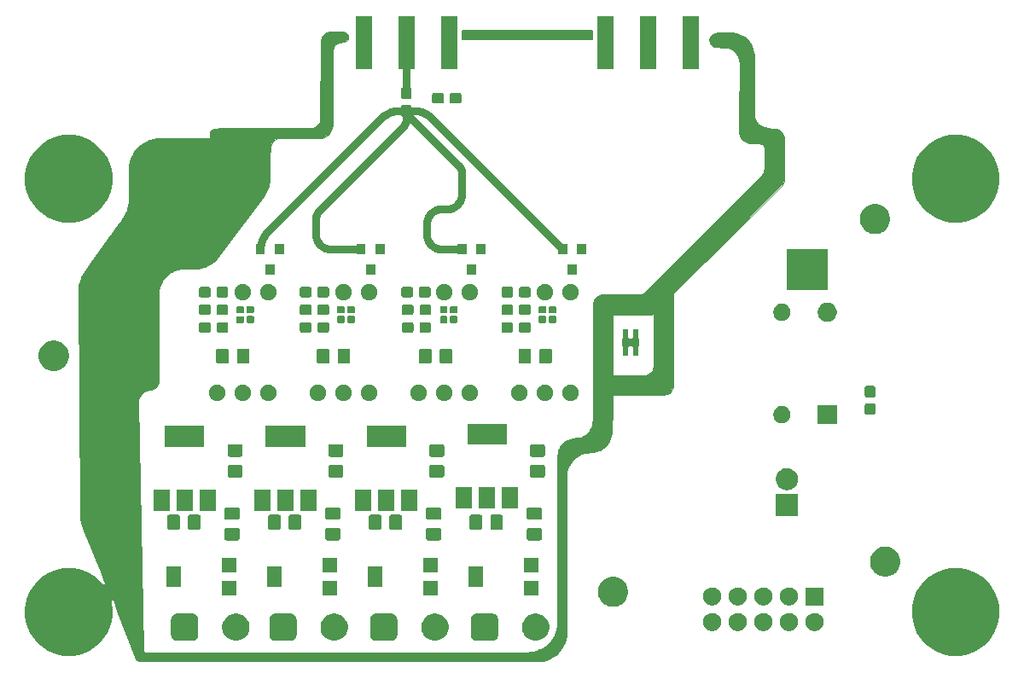
<source format=gbr>
G04 #@! TF.GenerationSoftware,KiCad,Pcbnew,5.1.6-c6e7f7d~87~ubuntu18.04.1*
G04 #@! TF.CreationDate,2021-01-06T16:55:31+00:00*
G04 #@! TF.ProjectId,multi-smtpa_linear,6d756c74-692d-4736-9d74-70615f6c696e,rev?*
G04 #@! TF.SameCoordinates,Original*
G04 #@! TF.FileFunction,Soldermask,Top*
G04 #@! TF.FilePolarity,Negative*
%FSLAX46Y46*%
G04 Gerber Fmt 4.6, Leading zero omitted, Abs format (unit mm)*
G04 Created by KiCad (PCBNEW 5.1.6-c6e7f7d~87~ubuntu18.04.1) date 2021-01-06 16:55:31*
%MOMM*%
%LPD*%
G01*
G04 APERTURE LIST*
%ADD10C,0.100000*%
%ADD11C,0.750000*%
G04 APERTURE END LIST*
D10*
G36*
X166000000Y-76130000D02*
G01*
X165960000Y-76680000D01*
X165840000Y-76990000D01*
X165610000Y-77250000D01*
X165400000Y-77410000D01*
X164850000Y-77500000D01*
X159910000Y-77500000D01*
X159880000Y-75540000D01*
X162850000Y-75550000D01*
X163260000Y-75510000D01*
X163450000Y-75450000D01*
X163680000Y-75290000D01*
X163860000Y-75110000D01*
X163930000Y-74980000D01*
X163980000Y-74890000D01*
X164030000Y-74670000D01*
X164050000Y-74440000D01*
X164030000Y-69360000D01*
X164140000Y-69060000D01*
X166000000Y-68300000D01*
X166000000Y-76130000D01*
G37*
X166000000Y-76130000D02*
X165960000Y-76680000D01*
X165840000Y-76990000D01*
X165610000Y-77250000D01*
X165400000Y-77410000D01*
X164850000Y-77500000D01*
X159910000Y-77500000D01*
X159880000Y-75540000D01*
X162850000Y-75550000D01*
X163260000Y-75510000D01*
X163450000Y-75450000D01*
X163680000Y-75290000D01*
X163860000Y-75110000D01*
X163930000Y-74980000D01*
X163980000Y-74890000D01*
X164030000Y-74670000D01*
X164050000Y-74440000D01*
X164030000Y-69360000D01*
X164140000Y-69060000D01*
X166000000Y-68300000D01*
X166000000Y-76130000D01*
D11*
X139500000Y-47500000D02*
X139500000Y-42500000D01*
D10*
G36*
X133480000Y-41480000D02*
G01*
X133630000Y-41610000D01*
X133680000Y-41720000D01*
X133720000Y-41830000D01*
X133740000Y-41980000D01*
X133700000Y-42090000D01*
X133630000Y-42230000D01*
X133400000Y-42400000D01*
X133230000Y-42450000D01*
X132890000Y-42500000D01*
X132660000Y-42550000D01*
X132460000Y-42650000D01*
X132350000Y-42760000D01*
X132250000Y-42930000D01*
X132200000Y-43290000D01*
X132200000Y-50640000D01*
X132110000Y-50960000D01*
X131740000Y-51600000D01*
X131570000Y-51760000D01*
X131370000Y-51880000D01*
X131130000Y-51950000D01*
X130730000Y-51990000D01*
X127050000Y-51990000D01*
X126790000Y-52010000D01*
X126390000Y-52150000D01*
X126240000Y-52290000D01*
X126070000Y-52550000D01*
X126010000Y-52740000D01*
X126000000Y-53140000D01*
X125990000Y-53340000D01*
X121030000Y-53260000D01*
X120000000Y-52020000D01*
X120000000Y-51400000D01*
X120160000Y-51120000D01*
X120430000Y-51010000D01*
X121150000Y-51000000D01*
X129870000Y-51000000D01*
X130210000Y-50960000D01*
X130630000Y-50770000D01*
X130970000Y-50370000D01*
X131010000Y-42340000D01*
X131170000Y-41830000D01*
X131440000Y-41590000D01*
X131630000Y-41480000D01*
X131930000Y-41420000D01*
X133210000Y-41410000D01*
X133480000Y-41480000D01*
G37*
X133480000Y-41480000D02*
X133630000Y-41610000D01*
X133680000Y-41720000D01*
X133720000Y-41830000D01*
X133740000Y-41980000D01*
X133700000Y-42090000D01*
X133630000Y-42230000D01*
X133400000Y-42400000D01*
X133230000Y-42450000D01*
X132890000Y-42500000D01*
X132660000Y-42550000D01*
X132460000Y-42650000D01*
X132350000Y-42760000D01*
X132250000Y-42930000D01*
X132200000Y-43290000D01*
X132200000Y-50640000D01*
X132110000Y-50960000D01*
X131740000Y-51600000D01*
X131570000Y-51760000D01*
X131370000Y-51880000D01*
X131130000Y-51950000D01*
X130730000Y-51990000D01*
X127050000Y-51990000D01*
X126790000Y-52010000D01*
X126390000Y-52150000D01*
X126240000Y-52290000D01*
X126070000Y-52550000D01*
X126010000Y-52740000D01*
X126000000Y-53140000D01*
X125990000Y-53340000D01*
X121030000Y-53260000D01*
X120000000Y-52020000D01*
X120000000Y-51400000D01*
X120160000Y-51120000D01*
X120430000Y-51010000D01*
X121150000Y-51000000D01*
X129870000Y-51000000D01*
X130210000Y-50960000D01*
X130630000Y-50770000D01*
X130970000Y-50370000D01*
X131010000Y-42340000D01*
X131170000Y-41830000D01*
X131440000Y-41590000D01*
X131630000Y-41480000D01*
X131930000Y-41420000D01*
X133210000Y-41410000D01*
X133480000Y-41480000D01*
G36*
X172340000Y-41590000D02*
G01*
X172620000Y-41690000D01*
X173050000Y-41920000D01*
X173430000Y-42260000D01*
X173740000Y-42720000D01*
X173890000Y-43170000D01*
X173990000Y-43680000D01*
X174000000Y-49300000D01*
X174040000Y-49910000D01*
X174220000Y-50250000D01*
X174460000Y-50590000D01*
X175010000Y-50900000D01*
X175820000Y-51020000D01*
X176150000Y-51030000D01*
X176500000Y-51140000D01*
X176750000Y-51350000D01*
X176920000Y-51600000D01*
X176990000Y-51900000D01*
X177000000Y-55870000D01*
X176990000Y-56200000D01*
X176930000Y-56460000D01*
X176770000Y-56730000D01*
X166000000Y-67420000D01*
X166010000Y-69360000D01*
X164000000Y-69410000D01*
X163730000Y-69480000D01*
X163450000Y-69500000D01*
X159990000Y-69510000D01*
X160010000Y-79950000D01*
X158230000Y-79950000D01*
X158000000Y-79930000D01*
X158010000Y-68520000D01*
X158110000Y-68040000D01*
X158370000Y-67740000D01*
X158890000Y-67510000D01*
X159070000Y-67500000D01*
X162530000Y-67500000D01*
X162790000Y-67470000D01*
X162990000Y-67410000D01*
X163270000Y-67210000D01*
X174820000Y-55650000D01*
X174960000Y-55380000D01*
X175000000Y-54970000D01*
X175000000Y-53030000D01*
X174940000Y-52760000D01*
X174760000Y-52590000D01*
X174350000Y-52500000D01*
X173510000Y-52480000D01*
X173100000Y-52320000D01*
X172700000Y-51950000D01*
X172520000Y-51460000D01*
X172500000Y-50150000D01*
X172550000Y-44530000D01*
X172510000Y-44150000D01*
X172390000Y-43820000D01*
X172170000Y-43490000D01*
X171970000Y-43300000D01*
X171780000Y-43160000D01*
X171510000Y-43035000D01*
X171100000Y-42960000D01*
X170240000Y-42950000D01*
X170120000Y-42930000D01*
X169940000Y-42880000D01*
X169810000Y-42790000D01*
X169710000Y-42690000D01*
X169595000Y-42515000D01*
X169550000Y-42250000D01*
X169570000Y-42090000D01*
X169620000Y-41970000D01*
X169710000Y-41810000D01*
X169810000Y-41700000D01*
X169940000Y-41620000D01*
X170080000Y-41570000D01*
X170550000Y-41500000D01*
X171750000Y-41500000D01*
X172340000Y-41590000D01*
G37*
X172340000Y-41590000D02*
X172620000Y-41690000D01*
X173050000Y-41920000D01*
X173430000Y-42260000D01*
X173740000Y-42720000D01*
X173890000Y-43170000D01*
X173990000Y-43680000D01*
X174000000Y-49300000D01*
X174040000Y-49910000D01*
X174220000Y-50250000D01*
X174460000Y-50590000D01*
X175010000Y-50900000D01*
X175820000Y-51020000D01*
X176150000Y-51030000D01*
X176500000Y-51140000D01*
X176750000Y-51350000D01*
X176920000Y-51600000D01*
X176990000Y-51900000D01*
X177000000Y-55870000D01*
X176990000Y-56200000D01*
X176930000Y-56460000D01*
X176770000Y-56730000D01*
X166000000Y-67420000D01*
X166010000Y-69360000D01*
X164000000Y-69410000D01*
X163730000Y-69480000D01*
X163450000Y-69500000D01*
X159990000Y-69510000D01*
X160010000Y-79950000D01*
X158230000Y-79950000D01*
X158000000Y-79930000D01*
X158010000Y-68520000D01*
X158110000Y-68040000D01*
X158370000Y-67740000D01*
X158890000Y-67510000D01*
X159070000Y-67500000D01*
X162530000Y-67500000D01*
X162790000Y-67470000D01*
X162990000Y-67410000D01*
X163270000Y-67210000D01*
X174820000Y-55650000D01*
X174960000Y-55380000D01*
X175000000Y-54970000D01*
X175000000Y-53030000D01*
X174940000Y-52760000D01*
X174760000Y-52590000D01*
X174350000Y-52500000D01*
X173510000Y-52480000D01*
X173100000Y-52320000D01*
X172700000Y-51950000D01*
X172520000Y-51460000D01*
X172500000Y-50150000D01*
X172550000Y-44530000D01*
X172510000Y-44150000D01*
X172390000Y-43820000D01*
X172170000Y-43490000D01*
X171970000Y-43300000D01*
X171780000Y-43160000D01*
X171510000Y-43035000D01*
X171100000Y-42960000D01*
X170240000Y-42950000D01*
X170120000Y-42930000D01*
X169940000Y-42880000D01*
X169810000Y-42790000D01*
X169710000Y-42690000D01*
X169595000Y-42515000D01*
X169550000Y-42250000D01*
X169570000Y-42090000D01*
X169620000Y-41970000D01*
X169710000Y-41810000D01*
X169810000Y-41700000D01*
X169940000Y-41620000D01*
X170080000Y-41570000D01*
X170550000Y-41500000D01*
X171750000Y-41500000D01*
X172340000Y-41590000D01*
D11*
X139500000Y-49000000D02*
X139500000Y-49250000D01*
X130507222Y-61647025D02*
X130528822Y-61792635D01*
X130528822Y-61792635D02*
X130564589Y-61935427D01*
X130564589Y-61935427D02*
X130614180Y-62074025D01*
X130614180Y-62074025D02*
X130677118Y-62207095D01*
X130677118Y-62207095D02*
X130752795Y-62333355D01*
X130752795Y-62333355D02*
X130840484Y-62451589D01*
X130840484Y-62451589D02*
X130939339Y-62560660D01*
X130939339Y-62560660D02*
X131048410Y-62659515D01*
X131048410Y-62659515D02*
X131166644Y-62747204D01*
X131166644Y-62747204D02*
X131292904Y-62822881D01*
X131292904Y-62822881D02*
X131425974Y-62885819D01*
X131425974Y-62885819D02*
X131564572Y-62935410D01*
X131564572Y-62935410D02*
X131707364Y-62971177D01*
X131707364Y-62971177D02*
X131852974Y-62992777D01*
X131852974Y-62992777D02*
X132000000Y-63000000D01*
X132000000Y-63000000D02*
X135000000Y-63000000D01*
X130853553Y-59146444D02*
X130812699Y-59189353D01*
X130812699Y-59189353D02*
X130774000Y-59234216D01*
X130774000Y-59234216D02*
X130737548Y-59280924D01*
X130737548Y-59280924D02*
X130703433Y-59329364D01*
X130703433Y-59329364D02*
X130671736Y-59379420D01*
X130671736Y-59379420D02*
X130642533Y-59430971D01*
X130642533Y-59430971D02*
X130615894Y-59483892D01*
X130615894Y-59483892D02*
X130591885Y-59538057D01*
X130591885Y-59538057D02*
X130570562Y-59593335D01*
X130570562Y-59593335D02*
X130551977Y-59649593D01*
X130551977Y-59649593D02*
X130536175Y-59706694D01*
X130536175Y-59706694D02*
X130523193Y-59764502D01*
X130523193Y-59764502D02*
X130513064Y-59822878D01*
X130513064Y-59822878D02*
X130505812Y-59881680D01*
X130505812Y-59881680D02*
X130501453Y-59940768D01*
X130501453Y-59940768D02*
X130500000Y-59999998D01*
X130500000Y-59999998D02*
X130500000Y-61500000D01*
X139500000Y-50000000D02*
X139500000Y-49250000D01*
X139500000Y-50000000D02*
X139498545Y-50059229D01*
X139498545Y-50059229D02*
X139494187Y-50118317D01*
X139494187Y-50118317D02*
X139486934Y-50177119D01*
X139486934Y-50177119D02*
X139476805Y-50235494D01*
X139476805Y-50235494D02*
X139463824Y-50293302D01*
X139463824Y-50293302D02*
X139448021Y-50350404D01*
X139448021Y-50350404D02*
X139429436Y-50406661D01*
X139429436Y-50406661D02*
X139408113Y-50461939D01*
X139408113Y-50461939D02*
X139384104Y-50516104D01*
X139384104Y-50516104D02*
X139357465Y-50569025D01*
X139357465Y-50569025D02*
X139328262Y-50620576D01*
X139328262Y-50620576D02*
X139296565Y-50670632D01*
X139296565Y-50670632D02*
X139262449Y-50719072D01*
X139262449Y-50719072D02*
X139225998Y-50765779D01*
X139225998Y-50765779D02*
X139187299Y-50810642D01*
X139187299Y-50810642D02*
X139146446Y-50853553D01*
X139146446Y-50853553D02*
X130853553Y-59146444D01*
X130500000Y-61500000D02*
X130507222Y-61647025D01*
X141500000Y-60500000D02*
X141507222Y-60352974D01*
X141507222Y-60352974D02*
X141528822Y-60207364D01*
X141528822Y-60207364D02*
X141564589Y-60064572D01*
X141564589Y-60064572D02*
X141614180Y-59925974D01*
X141614180Y-59925974D02*
X141677118Y-59792904D01*
X141677118Y-59792904D02*
X141752795Y-59666644D01*
X141752795Y-59666644D02*
X141840484Y-59548410D01*
X141840484Y-59548410D02*
X141939339Y-59439339D01*
X141939339Y-59439339D02*
X142048410Y-59340484D01*
X142048410Y-59340484D02*
X142166644Y-59252795D01*
X142166644Y-59252795D02*
X142292904Y-59177118D01*
X142292904Y-59177118D02*
X142425974Y-59114180D01*
X142425974Y-59114180D02*
X142564572Y-59064589D01*
X142564572Y-59064589D02*
X142707364Y-59028822D01*
X142707364Y-59028822D02*
X142852974Y-59007222D01*
X142852974Y-59007222D02*
X143000000Y-59000000D01*
X143000000Y-63000000D02*
X145000000Y-63000000D01*
X143000000Y-63000000D02*
X142852974Y-62992777D01*
X142852974Y-62992777D02*
X142707364Y-62971177D01*
X142707364Y-62971177D02*
X142564572Y-62935410D01*
X142564572Y-62935410D02*
X142425974Y-62885819D01*
X142425974Y-62885819D02*
X142292904Y-62822881D01*
X142292904Y-62822881D02*
X142166644Y-62747204D01*
X142166644Y-62747204D02*
X142048410Y-62659515D01*
X142048410Y-62659515D02*
X141939339Y-62560660D01*
X141939339Y-62560660D02*
X141840484Y-62451589D01*
X141840484Y-62451589D02*
X141752795Y-62333355D01*
X141752795Y-62333355D02*
X141677118Y-62207095D01*
X141677118Y-62207095D02*
X141614180Y-62074025D01*
X141614180Y-62074025D02*
X141564589Y-61935427D01*
X141564589Y-61935427D02*
X141528822Y-61792635D01*
X141528822Y-61792635D02*
X141507222Y-61647025D01*
X141507222Y-61647025D02*
X141500000Y-61500000D01*
X141500000Y-61500000D02*
X141500000Y-60500000D01*
X145000000Y-57500000D02*
X144992777Y-57647025D01*
X144992777Y-57647025D02*
X144971177Y-57792635D01*
X144971177Y-57792635D02*
X144935410Y-57935427D01*
X144935410Y-57935427D02*
X144885819Y-58074025D01*
X144885819Y-58074025D02*
X144822881Y-58207095D01*
X144822881Y-58207095D02*
X144747204Y-58333355D01*
X144747204Y-58333355D02*
X144659515Y-58451589D01*
X144659515Y-58451589D02*
X144560660Y-58560660D01*
X144560660Y-58560660D02*
X144451589Y-58659515D01*
X144451589Y-58659515D02*
X144333355Y-58747204D01*
X144333355Y-58747204D02*
X144207095Y-58822881D01*
X144207095Y-58822881D02*
X144074025Y-58885819D01*
X144074025Y-58885819D02*
X143935427Y-58935410D01*
X143935427Y-58935410D02*
X143792635Y-58971177D01*
X143792635Y-58971177D02*
X143647025Y-58992777D01*
X143647025Y-58992777D02*
X143500000Y-59000000D01*
X143500000Y-59000000D02*
X143000000Y-59000000D01*
X145000000Y-55500000D02*
X145000000Y-57500000D01*
X145000000Y-55500000D02*
X144998545Y-55440770D01*
X144998545Y-55440770D02*
X144994187Y-55381682D01*
X144994187Y-55381682D02*
X144986934Y-55322880D01*
X144986934Y-55322880D02*
X144976805Y-55264504D01*
X144976805Y-55264504D02*
X144963824Y-55206696D01*
X144963824Y-55206696D02*
X144948022Y-55149595D01*
X144948022Y-55149595D02*
X144929437Y-55093337D01*
X144929437Y-55093337D02*
X144908114Y-55038059D01*
X144908114Y-55038059D02*
X144884104Y-54983894D01*
X144884104Y-54983894D02*
X144857466Y-54930973D01*
X144857466Y-54930973D02*
X144828263Y-54879422D01*
X144828263Y-54879422D02*
X144796565Y-54829366D01*
X144796565Y-54829366D02*
X144762450Y-54780926D01*
X144762450Y-54780926D02*
X144725999Y-54734218D01*
X144725999Y-54734218D02*
X144687300Y-54689355D01*
X144687300Y-54689355D02*
X144646446Y-54646446D01*
X144646446Y-54646446D02*
X139500000Y-49500000D01*
X139500000Y-49250000D02*
X139500000Y-49500000D01*
X138750000Y-49250000D02*
X138631540Y-49252907D01*
X138631540Y-49252907D02*
X138513365Y-49261624D01*
X138513365Y-49261624D02*
X138395761Y-49276129D01*
X138395761Y-49276129D02*
X138279010Y-49296387D01*
X138279010Y-49296387D02*
X138163393Y-49322350D01*
X138163393Y-49322350D02*
X138049190Y-49353954D01*
X138049190Y-49353954D02*
X137936675Y-49391124D01*
X137936675Y-49391124D02*
X137826120Y-49433770D01*
X137826120Y-49433770D02*
X137717790Y-49481789D01*
X137717790Y-49481789D02*
X137611947Y-49535066D01*
X137611947Y-49535066D02*
X137508846Y-49593472D01*
X137508846Y-49593472D02*
X137408734Y-49656867D01*
X137408734Y-49656867D02*
X137311854Y-49725098D01*
X137311854Y-49725098D02*
X137218438Y-49798000D01*
X137218438Y-49798000D02*
X137128713Y-49875398D01*
X137128713Y-49875398D02*
X137042893Y-49957106D01*
X125000000Y-63000000D02*
X125000000Y-63000000D01*
X125000000Y-63000000D02*
X125002907Y-62881540D01*
X125002907Y-62881540D02*
X125011624Y-62763365D01*
X125011624Y-62763365D02*
X125026129Y-62645761D01*
X125026129Y-62645761D02*
X125046387Y-62529010D01*
X125046387Y-62529010D02*
X125072350Y-62413393D01*
X125072350Y-62413393D02*
X125103954Y-62299190D01*
X125103954Y-62299190D02*
X125141124Y-62186675D01*
X125141124Y-62186675D02*
X125183770Y-62076120D01*
X125183770Y-62076120D02*
X125231789Y-61967790D01*
X125231789Y-61967790D02*
X125285066Y-61861947D01*
X125285066Y-61861947D02*
X125343472Y-61758846D01*
X125343472Y-61758846D02*
X125406867Y-61658734D01*
X125406867Y-61658734D02*
X125475098Y-61561854D01*
X125475098Y-61561854D02*
X125548000Y-61468438D01*
X125548000Y-61468438D02*
X125625398Y-61378713D01*
X125625398Y-61378713D02*
X125707106Y-61292893D01*
X125707106Y-61292893D02*
X137042893Y-49957106D01*
X138750000Y-49250000D02*
X139500000Y-49250000D01*
X140250000Y-49250000D02*
X140368459Y-49252908D01*
X140368459Y-49252908D02*
X140486634Y-49261625D01*
X140486634Y-49261625D02*
X140604238Y-49276130D01*
X140604238Y-49276130D02*
X140720989Y-49296388D01*
X140720989Y-49296388D02*
X140836605Y-49322350D01*
X140836605Y-49322350D02*
X140950808Y-49353955D01*
X140950808Y-49353955D02*
X141063323Y-49391125D01*
X141063323Y-49391125D02*
X141173878Y-49433770D01*
X141173878Y-49433770D02*
X141282208Y-49481790D01*
X141282208Y-49481790D02*
X141388051Y-49535067D01*
X141388051Y-49535067D02*
X141491153Y-49593473D01*
X141491153Y-49593473D02*
X141591264Y-49656868D01*
X141591264Y-49656868D02*
X141688144Y-49725098D01*
X141688144Y-49725098D02*
X141781559Y-49798000D01*
X141781559Y-49798000D02*
X141871285Y-49875398D01*
X141871285Y-49875398D02*
X141957106Y-49957106D01*
X141957106Y-49957106D02*
X155000000Y-63000000D01*
X140250000Y-49250000D02*
X139500000Y-49250000D01*
D10*
G36*
X125500000Y-52500000D02*
G01*
X125585909Y-52628864D01*
X125991890Y-53237834D01*
X126000000Y-53250000D01*
X126000000Y-56250000D01*
X125900000Y-56800000D01*
X125800000Y-57100000D01*
X125600000Y-57500000D01*
X125400000Y-57800000D01*
X121500000Y-63000000D01*
X120760000Y-63970000D01*
X120430000Y-64300000D01*
X120140000Y-64510000D01*
X120137388Y-64511531D01*
X119853602Y-64677889D01*
X119853596Y-64677892D01*
X119850000Y-64680000D01*
X119846156Y-64681612D01*
X119846150Y-64681615D01*
X119541703Y-64809286D01*
X119540000Y-64810000D01*
X119538281Y-64810605D01*
X119538265Y-64810611D01*
X119331834Y-64883243D01*
X119270000Y-64905000D01*
X118840000Y-64980000D01*
X118836449Y-64980209D01*
X118836448Y-64980209D01*
X118501844Y-64999892D01*
X118501828Y-64999892D01*
X118500000Y-65000000D01*
X117494160Y-65000000D01*
X117485845Y-65000277D01*
X117197417Y-65019506D01*
X117182696Y-65021370D01*
X116878971Y-65078318D01*
X116861373Y-65082966D01*
X116557075Y-65187568D01*
X116543269Y-65193257D01*
X116352964Y-65285340D01*
X116249164Y-65335566D01*
X116231673Y-65345860D01*
X115975683Y-65526001D01*
X115964798Y-65534602D01*
X115716291Y-65754435D01*
X115704510Y-65766357D01*
X115524053Y-65975307D01*
X115516430Y-65985073D01*
X115336438Y-66240852D01*
X115325288Y-66260149D01*
X115243179Y-66437000D01*
X115202731Y-66524117D01*
X115197896Y-66536121D01*
X115092420Y-66842961D01*
X115088433Y-66857276D01*
X115021985Y-67165785D01*
X115019420Y-67184418D01*
X115000236Y-67496165D01*
X115000000Y-67503843D01*
X115000000Y-76250000D01*
X114750000Y-76750000D01*
X114742984Y-76753508D01*
X114742981Y-76753510D01*
X114255490Y-76997255D01*
X114250000Y-77000000D01*
X114029509Y-77000000D01*
X114005123Y-77002402D01*
X113973608Y-77013196D01*
X113518144Y-77240928D01*
X113497406Y-77253983D01*
X113485657Y-77264343D01*
X113264343Y-77485657D01*
X113248798Y-77504599D01*
X113240928Y-77518144D01*
X113013765Y-77972470D01*
X113005008Y-77995355D01*
X113000592Y-78030774D01*
X113478412Y-102877404D01*
X113481282Y-102901740D01*
X113488845Y-102925048D01*
X113500810Y-102946432D01*
X113516716Y-102965072D01*
X113535953Y-102980250D01*
X113557782Y-102991383D01*
X113581364Y-102998044D01*
X113603388Y-103000000D01*
X151198469Y-103000000D01*
X151201517Y-102999963D01*
X151608718Y-102990031D01*
X151611303Y-102989941D01*
X151687031Y-102986499D01*
X151823303Y-102980304D01*
X151836625Y-102978981D01*
X152022686Y-102950356D01*
X152027336Y-102949548D01*
X152175098Y-102920949D01*
X152184792Y-102918669D01*
X152288770Y-102889786D01*
X152358084Y-102870532D01*
X152361912Y-102869402D01*
X152513909Y-102821903D01*
X152525864Y-102817486D01*
X152725783Y-102731807D01*
X152734059Y-102727895D01*
X152995388Y-102592392D01*
X153004411Y-102587223D01*
X153262562Y-102424683D01*
X153276703Y-102414328D01*
X153528548Y-102201229D01*
X153531426Y-102198717D01*
X153625955Y-102113640D01*
X153633716Y-102106019D01*
X153766768Y-101963463D01*
X153772967Y-101956291D01*
X153887179Y-101813527D01*
X153892567Y-101806266D01*
X153998208Y-101652606D01*
X154001660Y-101647303D01*
X154044168Y-101578228D01*
X154193120Y-101336180D01*
X154204407Y-101312636D01*
X154377571Y-100826814D01*
X154381626Y-100812953D01*
X154496799Y-100313871D01*
X154500000Y-100285764D01*
X154500000Y-85541005D01*
X154499459Y-85530000D01*
X154498916Y-85530000D01*
X154498916Y-83510000D01*
X154499074Y-83507795D01*
X154499074Y-83507781D01*
X154516059Y-83270000D01*
X154518916Y-83230000D01*
X154588916Y-82950000D01*
X154648916Y-82800000D01*
X154698916Y-82690000D01*
X154838916Y-82460000D01*
X155018916Y-82250000D01*
X155153360Y-82140000D01*
X155235235Y-82073011D01*
X155235241Y-82073007D01*
X155238916Y-82070000D01*
X155243005Y-82067584D01*
X155243009Y-82067581D01*
X155455325Y-81942122D01*
X155455324Y-81942122D01*
X155458916Y-81940000D01*
X155718916Y-81830000D01*
X155978916Y-81770000D01*
X156508226Y-81730792D01*
X156529307Y-81727402D01*
X156659560Y-81694839D01*
X156789816Y-81662275D01*
X156807568Y-81656395D01*
X157030132Y-81563660D01*
X157047048Y-81555050D01*
X157260260Y-81425269D01*
X157276615Y-81413401D01*
X157472767Y-81245271D01*
X157484330Y-81233985D01*
X157650847Y-81048965D01*
X157665122Y-81029657D01*
X157803768Y-80798580D01*
X157812636Y-80780701D01*
X157961236Y-80409200D01*
X157968062Y-80385666D01*
X157970003Y-80369347D01*
X157998593Y-79826130D01*
X157998594Y-79826126D01*
X157998916Y-79820000D01*
X160008916Y-79820000D01*
X160000000Y-81040000D01*
X159980000Y-81300000D01*
X159920000Y-81590000D01*
X159918836Y-81593491D01*
X159918835Y-81593496D01*
X159840000Y-81830000D01*
X159830000Y-81860000D01*
X159690000Y-82140000D01*
X159687628Y-82143479D01*
X159543935Y-82354230D01*
X159540000Y-82360000D01*
X159537593Y-82362768D01*
X159368991Y-82556661D01*
X159340000Y-82590000D01*
X159337227Y-82592509D01*
X159337222Y-82592514D01*
X159305546Y-82621173D01*
X159130000Y-82780000D01*
X158890000Y-82940000D01*
X158750246Y-83009877D01*
X158613965Y-83078018D01*
X158613959Y-83078020D01*
X158610000Y-83080000D01*
X158605793Y-83081402D01*
X158605789Y-83081404D01*
X158343496Y-83168835D01*
X158343491Y-83168836D01*
X158340000Y-83170000D01*
X158195102Y-83199979D01*
X158053805Y-83229213D01*
X158053801Y-83229214D01*
X158050000Y-83230000D01*
X157800000Y-83250000D01*
X157553649Y-83264077D01*
X157459190Y-83269475D01*
X157440996Y-83271863D01*
X157304101Y-83300186D01*
X157167207Y-83328509D01*
X157153015Y-83332328D01*
X156898421Y-83417193D01*
X156882060Y-83423971D01*
X156636457Y-83546773D01*
X156623953Y-83553955D01*
X156378064Y-83714728D01*
X156362843Y-83726442D01*
X156164598Y-83904886D01*
X156153899Y-83915770D01*
X155963948Y-84134213D01*
X155954631Y-84146358D01*
X155808436Y-84363292D01*
X155800298Y-84377236D01*
X155672886Y-84632060D01*
X155666105Y-84648433D01*
X155581379Y-84902611D01*
X155577391Y-84917625D01*
X155520573Y-85201715D01*
X155518389Y-85218432D01*
X155498916Y-85530000D01*
X155499398Y-85530030D01*
X155498558Y-85543493D01*
X155498944Y-85547930D01*
X155500000Y-85550000D01*
X155500000Y-101100000D01*
X155499597Y-101103523D01*
X155499597Y-101103530D01*
X155476310Y-101307284D01*
X155460000Y-101450000D01*
X155400000Y-101800000D01*
X155397977Y-101805447D01*
X155397976Y-101805450D01*
X155339277Y-101963486D01*
X155270000Y-102150000D01*
X155268690Y-102152698D01*
X155268687Y-102152704D01*
X155162591Y-102371136D01*
X155100000Y-102500000D01*
X154900000Y-102800000D01*
X154650000Y-103090000D01*
X154380000Y-103340000D01*
X154075000Y-103550000D01*
X154072161Y-103551549D01*
X154072157Y-103551551D01*
X153802595Y-103698585D01*
X153802587Y-103698589D01*
X153800000Y-103700000D01*
X153797284Y-103701164D01*
X153455120Y-103847806D01*
X153455117Y-103847807D01*
X153450000Y-103850000D01*
X153444576Y-103851252D01*
X153444572Y-103851253D01*
X152989100Y-103956362D01*
X152800000Y-104000000D01*
X113000000Y-104000000D01*
X113000000Y-103999222D01*
X112995772Y-103995752D01*
X112986910Y-103986891D01*
X112957720Y-103969003D01*
X112805622Y-103902460D01*
X112805619Y-103902458D01*
X112800000Y-103900000D01*
X112650000Y-103750000D01*
X110750000Y-99000000D01*
X110502057Y-98008229D01*
X110496849Y-97992123D01*
X110480246Y-97950615D01*
X110468959Y-97928865D01*
X110453646Y-97909735D01*
X110434895Y-97893960D01*
X110413427Y-97882146D01*
X110390067Y-97874747D01*
X110365712Y-97872048D01*
X110341298Y-97874153D01*
X110317764Y-97880979D01*
X110296014Y-97892266D01*
X110276884Y-97907579D01*
X110261109Y-97926330D01*
X110249295Y-97947798D01*
X110241896Y-97971158D01*
X110239197Y-97995513D01*
X110241589Y-98021418D01*
X110309136Y-98361000D01*
X110351000Y-98571463D01*
X110351000Y-99428537D01*
X110346609Y-99450610D01*
X110183794Y-100269140D01*
X109855807Y-101060972D01*
X109379643Y-101773601D01*
X108773601Y-102379643D01*
X108060972Y-102855807D01*
X107269140Y-103183794D01*
X106548156Y-103327206D01*
X106428537Y-103351000D01*
X105571463Y-103351000D01*
X105451844Y-103327206D01*
X104730860Y-103183794D01*
X103939028Y-102855807D01*
X103226399Y-102379643D01*
X102620357Y-101773601D01*
X102144193Y-101060972D01*
X101816206Y-100269140D01*
X101653391Y-99450610D01*
X101649000Y-99428537D01*
X101649000Y-98571463D01*
X101690864Y-98361000D01*
X101816206Y-97730860D01*
X102144193Y-96939028D01*
X102620357Y-96226399D01*
X103226399Y-95620357D01*
X103939028Y-95144193D01*
X104730860Y-94816206D01*
X105451844Y-94672794D01*
X105571463Y-94649000D01*
X106428537Y-94649000D01*
X106548156Y-94672794D01*
X107269140Y-94816206D01*
X108060972Y-95144193D01*
X108773601Y-95620357D01*
X109379643Y-96226399D01*
X109379647Y-96226405D01*
X109382165Y-96228923D01*
X109401107Y-96244468D01*
X109422718Y-96256019D01*
X109446167Y-96263132D01*
X109470553Y-96265534D01*
X109494939Y-96263132D01*
X109518388Y-96256019D01*
X109539999Y-96244468D01*
X109558941Y-96228923D01*
X109574486Y-96209981D01*
X109586037Y-96188370D01*
X109593150Y-96164921D01*
X109595552Y-96140535D01*
X109593150Y-96116149D01*
X109586037Y-96092700D01*
X109576473Y-96074159D01*
X109530000Y-96000000D01*
X109060251Y-94810636D01*
X109059715Y-94809302D01*
X108570059Y-93610145D01*
X108569873Y-93609685D01*
X108080000Y-92390000D01*
X107600000Y-91180000D01*
X107340000Y-90530000D01*
X107220000Y-90170000D01*
X107150000Y-89820000D01*
X107120000Y-89390000D01*
X107119783Y-89349000D01*
X107000031Y-66755891D01*
X107000031Y-66755889D01*
X107000000Y-66750000D01*
X107090713Y-66260149D01*
X107099301Y-66213772D01*
X107099303Y-66213765D01*
X107100000Y-66210000D01*
X107101152Y-66206352D01*
X107101154Y-66206344D01*
X107218631Y-65834336D01*
X107220000Y-65830000D01*
X107221981Y-65825915D01*
X107221983Y-65825909D01*
X107310509Y-65643326D01*
X107380000Y-65500000D01*
X107695896Y-65021370D01*
X107709310Y-65001045D01*
X107709317Y-65001035D01*
X107710000Y-65000000D01*
X107710719Y-64999002D01*
X107710742Y-64998968D01*
X108069853Y-64500203D01*
X108070220Y-64499691D01*
X110199891Y-61510153D01*
X110199892Y-61510151D01*
X110200000Y-61510000D01*
X110248821Y-61442357D01*
X111030000Y-60360000D01*
X111030244Y-60359660D01*
X111182122Y-60147737D01*
X111456185Y-59765323D01*
X111463241Y-59754301D01*
X111479334Y-59726000D01*
X111743756Y-59260981D01*
X111753920Y-59237996D01*
X111817329Y-59043807D01*
X111907263Y-58768382D01*
X111911534Y-58751309D01*
X111912956Y-58743253D01*
X111998098Y-58260778D01*
X112000000Y-58239055D01*
X112000000Y-54750000D01*
X112080000Y-54320000D01*
X112215488Y-53865717D01*
X112247725Y-53757627D01*
X112247726Y-53757625D01*
X112250000Y-53750000D01*
X112356862Y-53573445D01*
X112478610Y-53372296D01*
X112478613Y-53372291D01*
X112480000Y-53370000D01*
X112750000Y-53000000D01*
X113110000Y-52670000D01*
X113400000Y-52460000D01*
X113710000Y-52290000D01*
X113860335Y-52229866D01*
X114007157Y-52171137D01*
X114007161Y-52171136D01*
X114010000Y-52170000D01*
X114098891Y-52144193D01*
X114317037Y-52080860D01*
X114317041Y-52080859D01*
X114320000Y-52080000D01*
X114750000Y-52000000D01*
X124375000Y-52000000D01*
X125500000Y-52500000D01*
G37*
G36*
X194548156Y-94672794D02*
G01*
X195269140Y-94816206D01*
X196060972Y-95144193D01*
X196773601Y-95620357D01*
X197379643Y-96226399D01*
X197855807Y-96939028D01*
X198183794Y-97730860D01*
X198309136Y-98361000D01*
X198351000Y-98571463D01*
X198351000Y-99428537D01*
X198346609Y-99450610D01*
X198183794Y-100269140D01*
X197855807Y-101060972D01*
X197379643Y-101773601D01*
X196773601Y-102379643D01*
X196060972Y-102855807D01*
X195269140Y-103183794D01*
X194548156Y-103327206D01*
X194428537Y-103351000D01*
X193571463Y-103351000D01*
X193451844Y-103327206D01*
X192730860Y-103183794D01*
X191939028Y-102855807D01*
X191226399Y-102379643D01*
X190620357Y-101773601D01*
X190144193Y-101060972D01*
X189816206Y-100269140D01*
X189653391Y-99450610D01*
X189649000Y-99428537D01*
X189649000Y-98571463D01*
X189690864Y-98361000D01*
X189816206Y-97730860D01*
X190144193Y-96939028D01*
X190620357Y-96226399D01*
X191226399Y-95620357D01*
X191939028Y-95144193D01*
X192730860Y-94816206D01*
X193451844Y-94672794D01*
X193571463Y-94649000D01*
X194428537Y-94649000D01*
X194548156Y-94672794D01*
G37*
G36*
X138107473Y-99161371D02*
G01*
X138222353Y-99196220D01*
X138328228Y-99252811D01*
X138421029Y-99328971D01*
X138497189Y-99421772D01*
X138553780Y-99527647D01*
X138588629Y-99642527D01*
X138601000Y-99768140D01*
X138601000Y-101231860D01*
X138588629Y-101357473D01*
X138553780Y-101472353D01*
X138497189Y-101578228D01*
X138421029Y-101671029D01*
X138328228Y-101747189D01*
X138222353Y-101803780D01*
X138107473Y-101838629D01*
X137981860Y-101851000D01*
X136518140Y-101851000D01*
X136392527Y-101838629D01*
X136277647Y-101803780D01*
X136171772Y-101747189D01*
X136078971Y-101671029D01*
X136002811Y-101578228D01*
X135946220Y-101472353D01*
X135911371Y-101357473D01*
X135899000Y-101231860D01*
X135899000Y-99768140D01*
X135911371Y-99642527D01*
X135946220Y-99527647D01*
X136002811Y-99421772D01*
X136078971Y-99328971D01*
X136171772Y-99252811D01*
X136277647Y-99196220D01*
X136392527Y-99161371D01*
X136518140Y-99149000D01*
X137981860Y-99149000D01*
X138107473Y-99161371D01*
G37*
G36*
X148107473Y-99161371D02*
G01*
X148222353Y-99196220D01*
X148328228Y-99252811D01*
X148421029Y-99328971D01*
X148497189Y-99421772D01*
X148553780Y-99527647D01*
X148588629Y-99642527D01*
X148601000Y-99768140D01*
X148601000Y-101231860D01*
X148588629Y-101357473D01*
X148553780Y-101472353D01*
X148497189Y-101578228D01*
X148421029Y-101671029D01*
X148328228Y-101747189D01*
X148222353Y-101803780D01*
X148107473Y-101838629D01*
X147981860Y-101851000D01*
X146518140Y-101851000D01*
X146392527Y-101838629D01*
X146277647Y-101803780D01*
X146171772Y-101747189D01*
X146078971Y-101671029D01*
X146002811Y-101578228D01*
X145946220Y-101472353D01*
X145911371Y-101357473D01*
X145899000Y-101231860D01*
X145899000Y-99768140D01*
X145911371Y-99642527D01*
X145946220Y-99527647D01*
X146002811Y-99421772D01*
X146078971Y-99328971D01*
X146171772Y-99252811D01*
X146277647Y-99196220D01*
X146392527Y-99161371D01*
X146518140Y-99149000D01*
X147981860Y-99149000D01*
X148107473Y-99161371D01*
G37*
G36*
X152724072Y-99200918D02*
G01*
X152963636Y-99300148D01*
X152969939Y-99302759D01*
X153035924Y-99346849D01*
X153191211Y-99450609D01*
X153379391Y-99638789D01*
X153415424Y-99692716D01*
X153503480Y-99824500D01*
X153527242Y-99860063D01*
X153629082Y-100105928D01*
X153681000Y-100366937D01*
X153681000Y-100633063D01*
X153651888Y-100779419D01*
X153629082Y-100894072D01*
X153527241Y-101139939D01*
X153466345Y-101231075D01*
X153379391Y-101361211D01*
X153191211Y-101549391D01*
X153115787Y-101599788D01*
X152969939Y-101697241D01*
X152969938Y-101697242D01*
X152969937Y-101697242D01*
X152724072Y-101799082D01*
X152463063Y-101851000D01*
X152196937Y-101851000D01*
X151935928Y-101799082D01*
X151690063Y-101697242D01*
X151690062Y-101697242D01*
X151690061Y-101697241D01*
X151544213Y-101599788D01*
X151468789Y-101549391D01*
X151280609Y-101361211D01*
X151193655Y-101231075D01*
X151132759Y-101139939D01*
X151030918Y-100894072D01*
X151008112Y-100779419D01*
X150979000Y-100633063D01*
X150979000Y-100366937D01*
X151030918Y-100105928D01*
X151132758Y-99860063D01*
X151156521Y-99824500D01*
X151244576Y-99692716D01*
X151280609Y-99638789D01*
X151468789Y-99450609D01*
X151624076Y-99346849D01*
X151690061Y-99302759D01*
X151696365Y-99300148D01*
X151935928Y-99200918D01*
X152196937Y-99149000D01*
X152463063Y-99149000D01*
X152724072Y-99200918D01*
G37*
G36*
X128107473Y-99161371D02*
G01*
X128222353Y-99196220D01*
X128328228Y-99252811D01*
X128421029Y-99328971D01*
X128497189Y-99421772D01*
X128553780Y-99527647D01*
X128588629Y-99642527D01*
X128601000Y-99768140D01*
X128601000Y-101231860D01*
X128588629Y-101357473D01*
X128553780Y-101472353D01*
X128497189Y-101578228D01*
X128421029Y-101671029D01*
X128328228Y-101747189D01*
X128222353Y-101803780D01*
X128107473Y-101838629D01*
X127981860Y-101851000D01*
X126518140Y-101851000D01*
X126392527Y-101838629D01*
X126277647Y-101803780D01*
X126171772Y-101747189D01*
X126078971Y-101671029D01*
X126002811Y-101578228D01*
X125946220Y-101472353D01*
X125911371Y-101357473D01*
X125899000Y-101231860D01*
X125899000Y-99768140D01*
X125911371Y-99642527D01*
X125946220Y-99527647D01*
X126002811Y-99421772D01*
X126078971Y-99328971D01*
X126171772Y-99252811D01*
X126277647Y-99196220D01*
X126392527Y-99161371D01*
X126518140Y-99149000D01*
X127981860Y-99149000D01*
X128107473Y-99161371D01*
G37*
G36*
X132724072Y-99200918D02*
G01*
X132963636Y-99300148D01*
X132969939Y-99302759D01*
X133035924Y-99346849D01*
X133191211Y-99450609D01*
X133379391Y-99638789D01*
X133415424Y-99692716D01*
X133503480Y-99824500D01*
X133527242Y-99860063D01*
X133629082Y-100105928D01*
X133681000Y-100366937D01*
X133681000Y-100633063D01*
X133651888Y-100779419D01*
X133629082Y-100894072D01*
X133527241Y-101139939D01*
X133466345Y-101231075D01*
X133379391Y-101361211D01*
X133191211Y-101549391D01*
X133115787Y-101599788D01*
X132969939Y-101697241D01*
X132969938Y-101697242D01*
X132969937Y-101697242D01*
X132724072Y-101799082D01*
X132463063Y-101851000D01*
X132196937Y-101851000D01*
X131935928Y-101799082D01*
X131690063Y-101697242D01*
X131690062Y-101697242D01*
X131690061Y-101697241D01*
X131544213Y-101599788D01*
X131468789Y-101549391D01*
X131280609Y-101361211D01*
X131193655Y-101231075D01*
X131132759Y-101139939D01*
X131030918Y-100894072D01*
X131008112Y-100779419D01*
X130979000Y-100633063D01*
X130979000Y-100366937D01*
X131030918Y-100105928D01*
X131132758Y-99860063D01*
X131156521Y-99824500D01*
X131244576Y-99692716D01*
X131280609Y-99638789D01*
X131468789Y-99450609D01*
X131624076Y-99346849D01*
X131690061Y-99302759D01*
X131696365Y-99300148D01*
X131935928Y-99200918D01*
X132196937Y-99149000D01*
X132463063Y-99149000D01*
X132724072Y-99200918D01*
G37*
G36*
X122974072Y-99200918D02*
G01*
X123213636Y-99300148D01*
X123219939Y-99302759D01*
X123285924Y-99346849D01*
X123441211Y-99450609D01*
X123629391Y-99638789D01*
X123665424Y-99692716D01*
X123753480Y-99824500D01*
X123777242Y-99860063D01*
X123879082Y-100105928D01*
X123931000Y-100366937D01*
X123931000Y-100633063D01*
X123901888Y-100779419D01*
X123879082Y-100894072D01*
X123777241Y-101139939D01*
X123716345Y-101231075D01*
X123629391Y-101361211D01*
X123441211Y-101549391D01*
X123365787Y-101599788D01*
X123219939Y-101697241D01*
X123219938Y-101697242D01*
X123219937Y-101697242D01*
X122974072Y-101799082D01*
X122713063Y-101851000D01*
X122446937Y-101851000D01*
X122185928Y-101799082D01*
X121940063Y-101697242D01*
X121940062Y-101697242D01*
X121940061Y-101697241D01*
X121794213Y-101599788D01*
X121718789Y-101549391D01*
X121530609Y-101361211D01*
X121443655Y-101231075D01*
X121382759Y-101139939D01*
X121280918Y-100894072D01*
X121258112Y-100779419D01*
X121229000Y-100633063D01*
X121229000Y-100366937D01*
X121280918Y-100105928D01*
X121382758Y-99860063D01*
X121406521Y-99824500D01*
X121494576Y-99692716D01*
X121530609Y-99638789D01*
X121718789Y-99450609D01*
X121874076Y-99346849D01*
X121940061Y-99302759D01*
X121946365Y-99300148D01*
X122185928Y-99200918D01*
X122446937Y-99149000D01*
X122713063Y-99149000D01*
X122974072Y-99200918D01*
G37*
G36*
X118357473Y-99161371D02*
G01*
X118472353Y-99196220D01*
X118578228Y-99252811D01*
X118671029Y-99328971D01*
X118747189Y-99421772D01*
X118803780Y-99527647D01*
X118838629Y-99642527D01*
X118851000Y-99768140D01*
X118851000Y-101231860D01*
X118838629Y-101357473D01*
X118803780Y-101472353D01*
X118747189Y-101578228D01*
X118671029Y-101671029D01*
X118578228Y-101747189D01*
X118472353Y-101803780D01*
X118357473Y-101838629D01*
X118231860Y-101851000D01*
X116768140Y-101851000D01*
X116642527Y-101838629D01*
X116527647Y-101803780D01*
X116421772Y-101747189D01*
X116328971Y-101671029D01*
X116252811Y-101578228D01*
X116196220Y-101472353D01*
X116161371Y-101357473D01*
X116149000Y-101231860D01*
X116149000Y-99768140D01*
X116161371Y-99642527D01*
X116196220Y-99527647D01*
X116252811Y-99421772D01*
X116328971Y-99328971D01*
X116421772Y-99252811D01*
X116527647Y-99196220D01*
X116642527Y-99161371D01*
X116768140Y-99149000D01*
X118231860Y-99149000D01*
X118357473Y-99161371D01*
G37*
G36*
X142724072Y-99200918D02*
G01*
X142963636Y-99300148D01*
X142969939Y-99302759D01*
X143035924Y-99346849D01*
X143191211Y-99450609D01*
X143379391Y-99638789D01*
X143415424Y-99692716D01*
X143503480Y-99824500D01*
X143527242Y-99860063D01*
X143629082Y-100105928D01*
X143681000Y-100366937D01*
X143681000Y-100633063D01*
X143651888Y-100779419D01*
X143629082Y-100894072D01*
X143527241Y-101139939D01*
X143466345Y-101231075D01*
X143379391Y-101361211D01*
X143191211Y-101549391D01*
X143115787Y-101599788D01*
X142969939Y-101697241D01*
X142969938Y-101697242D01*
X142969937Y-101697242D01*
X142724072Y-101799082D01*
X142463063Y-101851000D01*
X142196937Y-101851000D01*
X141935928Y-101799082D01*
X141690063Y-101697242D01*
X141690062Y-101697242D01*
X141690061Y-101697241D01*
X141544213Y-101599788D01*
X141468789Y-101549391D01*
X141280609Y-101361211D01*
X141193655Y-101231075D01*
X141132759Y-101139939D01*
X141030918Y-100894072D01*
X141008112Y-100779419D01*
X140979000Y-100633063D01*
X140979000Y-100366937D01*
X141030918Y-100105928D01*
X141132758Y-99860063D01*
X141156521Y-99824500D01*
X141244576Y-99692716D01*
X141280609Y-99638789D01*
X141468789Y-99450609D01*
X141624076Y-99346849D01*
X141690061Y-99302759D01*
X141696365Y-99300148D01*
X141935928Y-99200918D01*
X142196937Y-99149000D01*
X142463063Y-99149000D01*
X142724072Y-99200918D01*
G37*
G36*
X169953512Y-99103927D02*
G01*
X170102812Y-99133624D01*
X170266784Y-99201544D01*
X170414354Y-99300147D01*
X170539853Y-99425646D01*
X170638456Y-99573216D01*
X170706376Y-99737188D01*
X170741000Y-99911259D01*
X170741000Y-100088741D01*
X170706376Y-100262812D01*
X170638456Y-100426784D01*
X170539853Y-100574354D01*
X170414354Y-100699853D01*
X170266784Y-100798456D01*
X170102812Y-100866376D01*
X169963571Y-100894072D01*
X169928742Y-100901000D01*
X169751258Y-100901000D01*
X169716429Y-100894072D01*
X169577188Y-100866376D01*
X169413216Y-100798456D01*
X169265646Y-100699853D01*
X169140147Y-100574354D01*
X169041544Y-100426784D01*
X168973624Y-100262812D01*
X168939000Y-100088741D01*
X168939000Y-99911259D01*
X168973624Y-99737188D01*
X169041544Y-99573216D01*
X169140147Y-99425646D01*
X169265646Y-99300147D01*
X169413216Y-99201544D01*
X169577188Y-99133624D01*
X169726488Y-99103927D01*
X169751258Y-99099000D01*
X169928742Y-99099000D01*
X169953512Y-99103927D01*
G37*
G36*
X175033512Y-99103927D02*
G01*
X175182812Y-99133624D01*
X175346784Y-99201544D01*
X175494354Y-99300147D01*
X175619853Y-99425646D01*
X175718456Y-99573216D01*
X175786376Y-99737188D01*
X175821000Y-99911259D01*
X175821000Y-100088741D01*
X175786376Y-100262812D01*
X175718456Y-100426784D01*
X175619853Y-100574354D01*
X175494354Y-100699853D01*
X175346784Y-100798456D01*
X175182812Y-100866376D01*
X175043571Y-100894072D01*
X175008742Y-100901000D01*
X174831258Y-100901000D01*
X174796429Y-100894072D01*
X174657188Y-100866376D01*
X174493216Y-100798456D01*
X174345646Y-100699853D01*
X174220147Y-100574354D01*
X174121544Y-100426784D01*
X174053624Y-100262812D01*
X174019000Y-100088741D01*
X174019000Y-99911259D01*
X174053624Y-99737188D01*
X174121544Y-99573216D01*
X174220147Y-99425646D01*
X174345646Y-99300147D01*
X174493216Y-99201544D01*
X174657188Y-99133624D01*
X174806488Y-99103927D01*
X174831258Y-99099000D01*
X175008742Y-99099000D01*
X175033512Y-99103927D01*
G37*
G36*
X177573512Y-99103927D02*
G01*
X177722812Y-99133624D01*
X177886784Y-99201544D01*
X178034354Y-99300147D01*
X178159853Y-99425646D01*
X178258456Y-99573216D01*
X178326376Y-99737188D01*
X178361000Y-99911259D01*
X178361000Y-100088741D01*
X178326376Y-100262812D01*
X178258456Y-100426784D01*
X178159853Y-100574354D01*
X178034354Y-100699853D01*
X177886784Y-100798456D01*
X177722812Y-100866376D01*
X177583571Y-100894072D01*
X177548742Y-100901000D01*
X177371258Y-100901000D01*
X177336429Y-100894072D01*
X177197188Y-100866376D01*
X177033216Y-100798456D01*
X176885646Y-100699853D01*
X176760147Y-100574354D01*
X176661544Y-100426784D01*
X176593624Y-100262812D01*
X176559000Y-100088741D01*
X176559000Y-99911259D01*
X176593624Y-99737188D01*
X176661544Y-99573216D01*
X176760147Y-99425646D01*
X176885646Y-99300147D01*
X177033216Y-99201544D01*
X177197188Y-99133624D01*
X177346488Y-99103927D01*
X177371258Y-99099000D01*
X177548742Y-99099000D01*
X177573512Y-99103927D01*
G37*
G36*
X180113512Y-99103927D02*
G01*
X180262812Y-99133624D01*
X180426784Y-99201544D01*
X180574354Y-99300147D01*
X180699853Y-99425646D01*
X180798456Y-99573216D01*
X180866376Y-99737188D01*
X180901000Y-99911259D01*
X180901000Y-100088741D01*
X180866376Y-100262812D01*
X180798456Y-100426784D01*
X180699853Y-100574354D01*
X180574354Y-100699853D01*
X180426784Y-100798456D01*
X180262812Y-100866376D01*
X180123571Y-100894072D01*
X180088742Y-100901000D01*
X179911258Y-100901000D01*
X179876429Y-100894072D01*
X179737188Y-100866376D01*
X179573216Y-100798456D01*
X179425646Y-100699853D01*
X179300147Y-100574354D01*
X179201544Y-100426784D01*
X179133624Y-100262812D01*
X179099000Y-100088741D01*
X179099000Y-99911259D01*
X179133624Y-99737188D01*
X179201544Y-99573216D01*
X179300147Y-99425646D01*
X179425646Y-99300147D01*
X179573216Y-99201544D01*
X179737188Y-99133624D01*
X179886488Y-99103927D01*
X179911258Y-99099000D01*
X180088742Y-99099000D01*
X180113512Y-99103927D01*
G37*
G36*
X172493512Y-99103927D02*
G01*
X172642812Y-99133624D01*
X172806784Y-99201544D01*
X172954354Y-99300147D01*
X173079853Y-99425646D01*
X173178456Y-99573216D01*
X173246376Y-99737188D01*
X173281000Y-99911259D01*
X173281000Y-100088741D01*
X173246376Y-100262812D01*
X173178456Y-100426784D01*
X173079853Y-100574354D01*
X172954354Y-100699853D01*
X172806784Y-100798456D01*
X172642812Y-100866376D01*
X172503571Y-100894072D01*
X172468742Y-100901000D01*
X172291258Y-100901000D01*
X172256429Y-100894072D01*
X172117188Y-100866376D01*
X171953216Y-100798456D01*
X171805646Y-100699853D01*
X171680147Y-100574354D01*
X171581544Y-100426784D01*
X171513624Y-100262812D01*
X171479000Y-100088741D01*
X171479000Y-99911259D01*
X171513624Y-99737188D01*
X171581544Y-99573216D01*
X171680147Y-99425646D01*
X171805646Y-99300147D01*
X171953216Y-99201544D01*
X172117188Y-99133624D01*
X172266488Y-99103927D01*
X172291258Y-99099000D01*
X172468742Y-99099000D01*
X172493512Y-99103927D01*
G37*
G36*
X160437534Y-95557643D02*
G01*
X160710515Y-95670716D01*
X160710517Y-95670717D01*
X160834190Y-95753353D01*
X160956193Y-95834873D01*
X161165127Y-96043807D01*
X161197796Y-96092700D01*
X161313281Y-96265534D01*
X161329284Y-96289485D01*
X161442357Y-96562466D01*
X161500000Y-96852262D01*
X161500000Y-97147738D01*
X161442357Y-97437534D01*
X161329284Y-97710515D01*
X161329283Y-97710517D01*
X161246647Y-97834190D01*
X161219548Y-97874747D01*
X161165126Y-97956194D01*
X160956194Y-98165126D01*
X160710517Y-98329283D01*
X160710516Y-98329284D01*
X160710515Y-98329284D01*
X160437534Y-98442357D01*
X160147738Y-98500000D01*
X159852262Y-98500000D01*
X159562466Y-98442357D01*
X159289485Y-98329284D01*
X159289484Y-98329284D01*
X159289483Y-98329283D01*
X159043806Y-98165126D01*
X158834874Y-97956194D01*
X158780453Y-97874747D01*
X158753353Y-97834190D01*
X158670717Y-97710517D01*
X158670716Y-97710515D01*
X158557643Y-97437534D01*
X158500000Y-97147738D01*
X158500000Y-96852262D01*
X158557643Y-96562466D01*
X158670716Y-96289485D01*
X158686720Y-96265534D01*
X158802204Y-96092700D01*
X158834873Y-96043807D01*
X159043807Y-95834873D01*
X159165810Y-95753353D01*
X159289483Y-95670717D01*
X159289485Y-95670716D01*
X159562466Y-95557643D01*
X159852262Y-95500000D01*
X160147738Y-95500000D01*
X160437534Y-95557643D01*
G37*
G36*
X177566166Y-96562466D02*
G01*
X177722812Y-96593624D01*
X177886784Y-96661544D01*
X178034354Y-96760147D01*
X178159853Y-96885646D01*
X178258456Y-97033216D01*
X178326376Y-97197188D01*
X178361000Y-97371259D01*
X178361000Y-97548741D01*
X178326376Y-97722812D01*
X178258456Y-97886784D01*
X178159853Y-98034354D01*
X178034354Y-98159853D01*
X177886784Y-98258456D01*
X177722812Y-98326376D01*
X177573512Y-98356073D01*
X177548742Y-98361000D01*
X177371258Y-98361000D01*
X177346488Y-98356073D01*
X177197188Y-98326376D01*
X177033216Y-98258456D01*
X176885646Y-98159853D01*
X176760147Y-98034354D01*
X176661544Y-97886784D01*
X176593624Y-97722812D01*
X176559000Y-97548741D01*
X176559000Y-97371259D01*
X176593624Y-97197188D01*
X176661544Y-97033216D01*
X176760147Y-96885646D01*
X176885646Y-96760147D01*
X177033216Y-96661544D01*
X177197188Y-96593624D01*
X177353834Y-96562466D01*
X177371258Y-96559000D01*
X177548742Y-96559000D01*
X177566166Y-96562466D01*
G37*
G36*
X175026166Y-96562466D02*
G01*
X175182812Y-96593624D01*
X175346784Y-96661544D01*
X175494354Y-96760147D01*
X175619853Y-96885646D01*
X175718456Y-97033216D01*
X175786376Y-97197188D01*
X175821000Y-97371259D01*
X175821000Y-97548741D01*
X175786376Y-97722812D01*
X175718456Y-97886784D01*
X175619853Y-98034354D01*
X175494354Y-98159853D01*
X175346784Y-98258456D01*
X175182812Y-98326376D01*
X175033512Y-98356073D01*
X175008742Y-98361000D01*
X174831258Y-98361000D01*
X174806488Y-98356073D01*
X174657188Y-98326376D01*
X174493216Y-98258456D01*
X174345646Y-98159853D01*
X174220147Y-98034354D01*
X174121544Y-97886784D01*
X174053624Y-97722812D01*
X174019000Y-97548741D01*
X174019000Y-97371259D01*
X174053624Y-97197188D01*
X174121544Y-97033216D01*
X174220147Y-96885646D01*
X174345646Y-96760147D01*
X174493216Y-96661544D01*
X174657188Y-96593624D01*
X174813834Y-96562466D01*
X174831258Y-96559000D01*
X175008742Y-96559000D01*
X175026166Y-96562466D01*
G37*
G36*
X169946166Y-96562466D02*
G01*
X170102812Y-96593624D01*
X170266784Y-96661544D01*
X170414354Y-96760147D01*
X170539853Y-96885646D01*
X170638456Y-97033216D01*
X170706376Y-97197188D01*
X170741000Y-97371259D01*
X170741000Y-97548741D01*
X170706376Y-97722812D01*
X170638456Y-97886784D01*
X170539853Y-98034354D01*
X170414354Y-98159853D01*
X170266784Y-98258456D01*
X170102812Y-98326376D01*
X169953512Y-98356073D01*
X169928742Y-98361000D01*
X169751258Y-98361000D01*
X169726488Y-98356073D01*
X169577188Y-98326376D01*
X169413216Y-98258456D01*
X169265646Y-98159853D01*
X169140147Y-98034354D01*
X169041544Y-97886784D01*
X168973624Y-97722812D01*
X168939000Y-97548741D01*
X168939000Y-97371259D01*
X168973624Y-97197188D01*
X169041544Y-97033216D01*
X169140147Y-96885646D01*
X169265646Y-96760147D01*
X169413216Y-96661544D01*
X169577188Y-96593624D01*
X169733834Y-96562466D01*
X169751258Y-96559000D01*
X169928742Y-96559000D01*
X169946166Y-96562466D01*
G37*
G36*
X180901000Y-98361000D02*
G01*
X179099000Y-98361000D01*
X179099000Y-96559000D01*
X180901000Y-96559000D01*
X180901000Y-98361000D01*
G37*
G36*
X172486166Y-96562466D02*
G01*
X172642812Y-96593624D01*
X172806784Y-96661544D01*
X172954354Y-96760147D01*
X173079853Y-96885646D01*
X173178456Y-97033216D01*
X173246376Y-97197188D01*
X173281000Y-97371259D01*
X173281000Y-97548741D01*
X173246376Y-97722812D01*
X173178456Y-97886784D01*
X173079853Y-98034354D01*
X172954354Y-98159853D01*
X172806784Y-98258456D01*
X172642812Y-98326376D01*
X172493512Y-98356073D01*
X172468742Y-98361000D01*
X172291258Y-98361000D01*
X172266488Y-98356073D01*
X172117188Y-98326376D01*
X171953216Y-98258456D01*
X171805646Y-98159853D01*
X171680147Y-98034354D01*
X171581544Y-97886784D01*
X171513624Y-97722812D01*
X171479000Y-97548741D01*
X171479000Y-97371259D01*
X171513624Y-97197188D01*
X171581544Y-97033216D01*
X171680147Y-96885646D01*
X171805646Y-96760147D01*
X171953216Y-96661544D01*
X172117188Y-96593624D01*
X172273834Y-96562466D01*
X172291258Y-96559000D01*
X172468742Y-96559000D01*
X172486166Y-96562466D01*
G37*
G36*
X132601000Y-97351000D02*
G01*
X131199000Y-97351000D01*
X131199000Y-95949000D01*
X132601000Y-95949000D01*
X132601000Y-97351000D01*
G37*
G36*
X142601000Y-97351000D02*
G01*
X141199000Y-97351000D01*
X141199000Y-95949000D01*
X142601000Y-95949000D01*
X142601000Y-97351000D01*
G37*
G36*
X152601000Y-97351000D02*
G01*
X151199000Y-97351000D01*
X151199000Y-95949000D01*
X152601000Y-95949000D01*
X152601000Y-97351000D01*
G37*
G36*
X122601000Y-97351000D02*
G01*
X121199000Y-97351000D01*
X121199000Y-95949000D01*
X122601000Y-95949000D01*
X122601000Y-97351000D01*
G37*
G36*
X117101000Y-96551000D02*
G01*
X115699000Y-96551000D01*
X115699000Y-94449000D01*
X117101000Y-94449000D01*
X117101000Y-96551000D01*
G37*
G36*
X147101000Y-96551000D02*
G01*
X145699000Y-96551000D01*
X145699000Y-94449000D01*
X147101000Y-94449000D01*
X147101000Y-96551000D01*
G37*
G36*
X137101000Y-96551000D02*
G01*
X135699000Y-96551000D01*
X135699000Y-94449000D01*
X137101000Y-94449000D01*
X137101000Y-96551000D01*
G37*
G36*
X127101000Y-96551000D02*
G01*
X125699000Y-96551000D01*
X125699000Y-94449000D01*
X127101000Y-94449000D01*
X127101000Y-96551000D01*
G37*
G36*
X187437534Y-92557643D02*
G01*
X187710515Y-92670716D01*
X187710517Y-92670717D01*
X187834190Y-92753353D01*
X187956193Y-92834873D01*
X188165127Y-93043807D01*
X188329284Y-93289485D01*
X188442357Y-93562466D01*
X188500000Y-93852262D01*
X188500000Y-94147738D01*
X188442357Y-94437534D01*
X188354764Y-94649000D01*
X188329283Y-94710517D01*
X188165126Y-94956194D01*
X187956194Y-95165126D01*
X187710517Y-95329283D01*
X187710516Y-95329284D01*
X187710515Y-95329284D01*
X187437534Y-95442357D01*
X187147738Y-95500000D01*
X186852262Y-95500000D01*
X186562466Y-95442357D01*
X186289485Y-95329284D01*
X186289484Y-95329284D01*
X186289483Y-95329283D01*
X186043806Y-95165126D01*
X185834874Y-94956194D01*
X185670717Y-94710517D01*
X185645236Y-94649000D01*
X185557643Y-94437534D01*
X185500000Y-94147738D01*
X185500000Y-93852262D01*
X185557643Y-93562466D01*
X185670716Y-93289485D01*
X185834873Y-93043807D01*
X186043807Y-92834873D01*
X186165810Y-92753353D01*
X186289483Y-92670717D01*
X186289485Y-92670716D01*
X186562466Y-92557643D01*
X186852262Y-92500000D01*
X187147738Y-92500000D01*
X187437534Y-92557643D01*
G37*
G36*
X132601000Y-95051000D02*
G01*
X131199000Y-95051000D01*
X131199000Y-93649000D01*
X132601000Y-93649000D01*
X132601000Y-95051000D01*
G37*
G36*
X142601000Y-95051000D02*
G01*
X141199000Y-95051000D01*
X141199000Y-93649000D01*
X142601000Y-93649000D01*
X142601000Y-95051000D01*
G37*
G36*
X122601000Y-95051000D02*
G01*
X121199000Y-95051000D01*
X121199000Y-93649000D01*
X122601000Y-93649000D01*
X122601000Y-95051000D01*
G37*
G36*
X152601000Y-95051000D02*
G01*
X151199000Y-95051000D01*
X151199000Y-93649000D01*
X152601000Y-93649000D01*
X152601000Y-95051000D01*
G37*
G36*
X142788674Y-90653465D02*
G01*
X142826367Y-90664899D01*
X142861103Y-90683466D01*
X142891548Y-90708452D01*
X142916534Y-90738897D01*
X142935101Y-90773633D01*
X142946535Y-90811326D01*
X142951000Y-90856661D01*
X142951000Y-91693339D01*
X142946535Y-91738674D01*
X142935101Y-91776367D01*
X142916534Y-91811103D01*
X142891548Y-91841548D01*
X142861103Y-91866534D01*
X142826367Y-91885101D01*
X142788674Y-91896535D01*
X142743339Y-91901000D01*
X141656661Y-91901000D01*
X141611326Y-91896535D01*
X141573633Y-91885101D01*
X141538897Y-91866534D01*
X141508452Y-91841548D01*
X141483466Y-91811103D01*
X141464899Y-91776367D01*
X141453465Y-91738674D01*
X141449000Y-91693339D01*
X141449000Y-90856661D01*
X141453465Y-90811326D01*
X141464899Y-90773633D01*
X141483466Y-90738897D01*
X141508452Y-90708452D01*
X141538897Y-90683466D01*
X141573633Y-90664899D01*
X141611326Y-90653465D01*
X141656661Y-90649000D01*
X142743339Y-90649000D01*
X142788674Y-90653465D01*
G37*
G36*
X152788674Y-90653465D02*
G01*
X152826367Y-90664899D01*
X152861103Y-90683466D01*
X152891548Y-90708452D01*
X152916534Y-90738897D01*
X152935101Y-90773633D01*
X152946535Y-90811326D01*
X152951000Y-90856661D01*
X152951000Y-91693339D01*
X152946535Y-91738674D01*
X152935101Y-91776367D01*
X152916534Y-91811103D01*
X152891548Y-91841548D01*
X152861103Y-91866534D01*
X152826367Y-91885101D01*
X152788674Y-91896535D01*
X152743339Y-91901000D01*
X151656661Y-91901000D01*
X151611326Y-91896535D01*
X151573633Y-91885101D01*
X151538897Y-91866534D01*
X151508452Y-91841548D01*
X151483466Y-91811103D01*
X151464899Y-91776367D01*
X151453465Y-91738674D01*
X151449000Y-91693339D01*
X151449000Y-90856661D01*
X151453465Y-90811326D01*
X151464899Y-90773633D01*
X151483466Y-90738897D01*
X151508452Y-90708452D01*
X151538897Y-90683466D01*
X151573633Y-90664899D01*
X151611326Y-90653465D01*
X151656661Y-90649000D01*
X152743339Y-90649000D01*
X152788674Y-90653465D01*
G37*
G36*
X132788674Y-90653465D02*
G01*
X132826367Y-90664899D01*
X132861103Y-90683466D01*
X132891548Y-90708452D01*
X132916534Y-90738897D01*
X132935101Y-90773633D01*
X132946535Y-90811326D01*
X132951000Y-90856661D01*
X132951000Y-91693339D01*
X132946535Y-91738674D01*
X132935101Y-91776367D01*
X132916534Y-91811103D01*
X132891548Y-91841548D01*
X132861103Y-91866534D01*
X132826367Y-91885101D01*
X132788674Y-91896535D01*
X132743339Y-91901000D01*
X131656661Y-91901000D01*
X131611326Y-91896535D01*
X131573633Y-91885101D01*
X131538897Y-91866534D01*
X131508452Y-91841548D01*
X131483466Y-91811103D01*
X131464899Y-91776367D01*
X131453465Y-91738674D01*
X131449000Y-91693339D01*
X131449000Y-90856661D01*
X131453465Y-90811326D01*
X131464899Y-90773633D01*
X131483466Y-90738897D01*
X131508452Y-90708452D01*
X131538897Y-90683466D01*
X131573633Y-90664899D01*
X131611326Y-90653465D01*
X131656661Y-90649000D01*
X132743339Y-90649000D01*
X132788674Y-90653465D01*
G37*
G36*
X122788674Y-90653465D02*
G01*
X122826367Y-90664899D01*
X122861103Y-90683466D01*
X122891548Y-90708452D01*
X122916534Y-90738897D01*
X122935101Y-90773633D01*
X122946535Y-90811326D01*
X122951000Y-90856661D01*
X122951000Y-91693339D01*
X122946535Y-91738674D01*
X122935101Y-91776367D01*
X122916534Y-91811103D01*
X122891548Y-91841548D01*
X122861103Y-91866534D01*
X122826367Y-91885101D01*
X122788674Y-91896535D01*
X122743339Y-91901000D01*
X121656661Y-91901000D01*
X121611326Y-91896535D01*
X121573633Y-91885101D01*
X121538897Y-91866534D01*
X121508452Y-91841548D01*
X121483466Y-91811103D01*
X121464899Y-91776367D01*
X121453465Y-91738674D01*
X121449000Y-91693339D01*
X121449000Y-90856661D01*
X121453465Y-90811326D01*
X121464899Y-90773633D01*
X121483466Y-90738897D01*
X121508452Y-90708452D01*
X121538897Y-90683466D01*
X121573633Y-90664899D01*
X121611326Y-90653465D01*
X121656661Y-90649000D01*
X122743339Y-90649000D01*
X122788674Y-90653465D01*
G37*
G36*
X128913674Y-89353465D02*
G01*
X128951367Y-89364899D01*
X128986103Y-89383466D01*
X129016548Y-89408452D01*
X129041534Y-89438897D01*
X129060101Y-89473633D01*
X129071535Y-89511326D01*
X129076000Y-89556661D01*
X129076000Y-90643339D01*
X129071535Y-90688674D01*
X129060101Y-90726367D01*
X129041534Y-90761103D01*
X129016548Y-90791548D01*
X128986103Y-90816534D01*
X128951367Y-90835101D01*
X128913674Y-90846535D01*
X128868339Y-90851000D01*
X128031661Y-90851000D01*
X127986326Y-90846535D01*
X127948633Y-90835101D01*
X127913897Y-90816534D01*
X127883452Y-90791548D01*
X127858466Y-90761103D01*
X127839899Y-90726367D01*
X127828465Y-90688674D01*
X127824000Y-90643339D01*
X127824000Y-89556661D01*
X127828465Y-89511326D01*
X127839899Y-89473633D01*
X127858466Y-89438897D01*
X127883452Y-89408452D01*
X127913897Y-89383466D01*
X127948633Y-89364899D01*
X127986326Y-89353465D01*
X128031661Y-89349000D01*
X128868339Y-89349000D01*
X128913674Y-89353465D01*
G37*
G36*
X146863674Y-89353465D02*
G01*
X146901367Y-89364899D01*
X146936103Y-89383466D01*
X146966548Y-89408452D01*
X146991534Y-89438897D01*
X147010101Y-89473633D01*
X147021535Y-89511326D01*
X147026000Y-89556661D01*
X147026000Y-90643339D01*
X147021535Y-90688674D01*
X147010101Y-90726367D01*
X146991534Y-90761103D01*
X146966548Y-90791548D01*
X146936103Y-90816534D01*
X146901367Y-90835101D01*
X146863674Y-90846535D01*
X146818339Y-90851000D01*
X145981661Y-90851000D01*
X145936326Y-90846535D01*
X145898633Y-90835101D01*
X145863897Y-90816534D01*
X145833452Y-90791548D01*
X145808466Y-90761103D01*
X145789899Y-90726367D01*
X145778465Y-90688674D01*
X145774000Y-90643339D01*
X145774000Y-89556661D01*
X145778465Y-89511326D01*
X145789899Y-89473633D01*
X145808466Y-89438897D01*
X145833452Y-89408452D01*
X145863897Y-89383466D01*
X145898633Y-89364899D01*
X145936326Y-89353465D01*
X145981661Y-89349000D01*
X146818339Y-89349000D01*
X146863674Y-89353465D01*
G37*
G36*
X148913674Y-89353465D02*
G01*
X148951367Y-89364899D01*
X148986103Y-89383466D01*
X149016548Y-89408452D01*
X149041534Y-89438897D01*
X149060101Y-89473633D01*
X149071535Y-89511326D01*
X149076000Y-89556661D01*
X149076000Y-90643339D01*
X149071535Y-90688674D01*
X149060101Y-90726367D01*
X149041534Y-90761103D01*
X149016548Y-90791548D01*
X148986103Y-90816534D01*
X148951367Y-90835101D01*
X148913674Y-90846535D01*
X148868339Y-90851000D01*
X148031661Y-90851000D01*
X147986326Y-90846535D01*
X147948633Y-90835101D01*
X147913897Y-90816534D01*
X147883452Y-90791548D01*
X147858466Y-90761103D01*
X147839899Y-90726367D01*
X147828465Y-90688674D01*
X147824000Y-90643339D01*
X147824000Y-89556661D01*
X147828465Y-89511326D01*
X147839899Y-89473633D01*
X147858466Y-89438897D01*
X147883452Y-89408452D01*
X147913897Y-89383466D01*
X147948633Y-89364899D01*
X147986326Y-89353465D01*
X148031661Y-89349000D01*
X148868339Y-89349000D01*
X148913674Y-89353465D01*
G37*
G36*
X138913674Y-89353465D02*
G01*
X138951367Y-89364899D01*
X138986103Y-89383466D01*
X139016548Y-89408452D01*
X139041534Y-89438897D01*
X139060101Y-89473633D01*
X139071535Y-89511326D01*
X139076000Y-89556661D01*
X139076000Y-90643339D01*
X139071535Y-90688674D01*
X139060101Y-90726367D01*
X139041534Y-90761103D01*
X139016548Y-90791548D01*
X138986103Y-90816534D01*
X138951367Y-90835101D01*
X138913674Y-90846535D01*
X138868339Y-90851000D01*
X138031661Y-90851000D01*
X137986326Y-90846535D01*
X137948633Y-90835101D01*
X137913897Y-90816534D01*
X137883452Y-90791548D01*
X137858466Y-90761103D01*
X137839899Y-90726367D01*
X137828465Y-90688674D01*
X137824000Y-90643339D01*
X137824000Y-89556661D01*
X137828465Y-89511326D01*
X137839899Y-89473633D01*
X137858466Y-89438897D01*
X137883452Y-89408452D01*
X137913897Y-89383466D01*
X137948633Y-89364899D01*
X137986326Y-89353465D01*
X138031661Y-89349000D01*
X138868339Y-89349000D01*
X138913674Y-89353465D01*
G37*
G36*
X126863674Y-89353465D02*
G01*
X126901367Y-89364899D01*
X126936103Y-89383466D01*
X126966548Y-89408452D01*
X126991534Y-89438897D01*
X127010101Y-89473633D01*
X127021535Y-89511326D01*
X127026000Y-89556661D01*
X127026000Y-90643339D01*
X127021535Y-90688674D01*
X127010101Y-90726367D01*
X126991534Y-90761103D01*
X126966548Y-90791548D01*
X126936103Y-90816534D01*
X126901367Y-90835101D01*
X126863674Y-90846535D01*
X126818339Y-90851000D01*
X125981661Y-90851000D01*
X125936326Y-90846535D01*
X125898633Y-90835101D01*
X125863897Y-90816534D01*
X125833452Y-90791548D01*
X125808466Y-90761103D01*
X125789899Y-90726367D01*
X125778465Y-90688674D01*
X125774000Y-90643339D01*
X125774000Y-89556661D01*
X125778465Y-89511326D01*
X125789899Y-89473633D01*
X125808466Y-89438897D01*
X125833452Y-89408452D01*
X125863897Y-89383466D01*
X125898633Y-89364899D01*
X125936326Y-89353465D01*
X125981661Y-89349000D01*
X126818339Y-89349000D01*
X126863674Y-89353465D01*
G37*
G36*
X118913674Y-89353465D02*
G01*
X118951367Y-89364899D01*
X118986103Y-89383466D01*
X119016548Y-89408452D01*
X119041534Y-89438897D01*
X119060101Y-89473633D01*
X119071535Y-89511326D01*
X119076000Y-89556661D01*
X119076000Y-90643339D01*
X119071535Y-90688674D01*
X119060101Y-90726367D01*
X119041534Y-90761103D01*
X119016548Y-90791548D01*
X118986103Y-90816534D01*
X118951367Y-90835101D01*
X118913674Y-90846535D01*
X118868339Y-90851000D01*
X118031661Y-90851000D01*
X117986326Y-90846535D01*
X117948633Y-90835101D01*
X117913897Y-90816534D01*
X117883452Y-90791548D01*
X117858466Y-90761103D01*
X117839899Y-90726367D01*
X117828465Y-90688674D01*
X117824000Y-90643339D01*
X117824000Y-89556661D01*
X117828465Y-89511326D01*
X117839899Y-89473633D01*
X117858466Y-89438897D01*
X117883452Y-89408452D01*
X117913897Y-89383466D01*
X117948633Y-89364899D01*
X117986326Y-89353465D01*
X118031661Y-89349000D01*
X118868339Y-89349000D01*
X118913674Y-89353465D01*
G37*
G36*
X116863674Y-89353465D02*
G01*
X116901367Y-89364899D01*
X116936103Y-89383466D01*
X116966548Y-89408452D01*
X116991534Y-89438897D01*
X117010101Y-89473633D01*
X117021535Y-89511326D01*
X117026000Y-89556661D01*
X117026000Y-90643339D01*
X117021535Y-90688674D01*
X117010101Y-90726367D01*
X116991534Y-90761103D01*
X116966548Y-90791548D01*
X116936103Y-90816534D01*
X116901367Y-90835101D01*
X116863674Y-90846535D01*
X116818339Y-90851000D01*
X115981661Y-90851000D01*
X115936326Y-90846535D01*
X115898633Y-90835101D01*
X115863897Y-90816534D01*
X115833452Y-90791548D01*
X115808466Y-90761103D01*
X115789899Y-90726367D01*
X115778465Y-90688674D01*
X115774000Y-90643339D01*
X115774000Y-89556661D01*
X115778465Y-89511326D01*
X115789899Y-89473633D01*
X115808466Y-89438897D01*
X115833452Y-89408452D01*
X115863897Y-89383466D01*
X115898633Y-89364899D01*
X115936326Y-89353465D01*
X115981661Y-89349000D01*
X116818339Y-89349000D01*
X116863674Y-89353465D01*
G37*
G36*
X136863674Y-89353465D02*
G01*
X136901367Y-89364899D01*
X136936103Y-89383466D01*
X136966548Y-89408452D01*
X136991534Y-89438897D01*
X137010101Y-89473633D01*
X137021535Y-89511326D01*
X137026000Y-89556661D01*
X137026000Y-90643339D01*
X137021535Y-90688674D01*
X137010101Y-90726367D01*
X136991534Y-90761103D01*
X136966548Y-90791548D01*
X136936103Y-90816534D01*
X136901367Y-90835101D01*
X136863674Y-90846535D01*
X136818339Y-90851000D01*
X135981661Y-90851000D01*
X135936326Y-90846535D01*
X135898633Y-90835101D01*
X135863897Y-90816534D01*
X135833452Y-90791548D01*
X135808466Y-90761103D01*
X135789899Y-90726367D01*
X135778465Y-90688674D01*
X135774000Y-90643339D01*
X135774000Y-89556661D01*
X135778465Y-89511326D01*
X135789899Y-89473633D01*
X135808466Y-89438897D01*
X135833452Y-89408452D01*
X135863897Y-89383466D01*
X135898633Y-89364899D01*
X135936326Y-89353465D01*
X135981661Y-89349000D01*
X136818339Y-89349000D01*
X136863674Y-89353465D01*
G37*
G36*
X132788674Y-88603465D02*
G01*
X132826367Y-88614899D01*
X132861103Y-88633466D01*
X132891548Y-88658452D01*
X132916534Y-88688897D01*
X132935101Y-88723633D01*
X132946535Y-88761326D01*
X132951000Y-88806661D01*
X132951000Y-89643339D01*
X132946535Y-89688674D01*
X132935101Y-89726367D01*
X132916534Y-89761103D01*
X132891548Y-89791548D01*
X132861103Y-89816534D01*
X132826367Y-89835101D01*
X132788674Y-89846535D01*
X132743339Y-89851000D01*
X131656661Y-89851000D01*
X131611326Y-89846535D01*
X131573633Y-89835101D01*
X131538897Y-89816534D01*
X131508452Y-89791548D01*
X131483466Y-89761103D01*
X131464899Y-89726367D01*
X131453465Y-89688674D01*
X131449000Y-89643339D01*
X131449000Y-88806661D01*
X131453465Y-88761326D01*
X131464899Y-88723633D01*
X131483466Y-88688897D01*
X131508452Y-88658452D01*
X131538897Y-88633466D01*
X131573633Y-88614899D01*
X131611326Y-88603465D01*
X131656661Y-88599000D01*
X132743339Y-88599000D01*
X132788674Y-88603465D01*
G37*
G36*
X122788674Y-88603465D02*
G01*
X122826367Y-88614899D01*
X122861103Y-88633466D01*
X122891548Y-88658452D01*
X122916534Y-88688897D01*
X122935101Y-88723633D01*
X122946535Y-88761326D01*
X122951000Y-88806661D01*
X122951000Y-89643339D01*
X122946535Y-89688674D01*
X122935101Y-89726367D01*
X122916534Y-89761103D01*
X122891548Y-89791548D01*
X122861103Y-89816534D01*
X122826367Y-89835101D01*
X122788674Y-89846535D01*
X122743339Y-89851000D01*
X121656661Y-89851000D01*
X121611326Y-89846535D01*
X121573633Y-89835101D01*
X121538897Y-89816534D01*
X121508452Y-89791548D01*
X121483466Y-89761103D01*
X121464899Y-89726367D01*
X121453465Y-89688674D01*
X121449000Y-89643339D01*
X121449000Y-88806661D01*
X121453465Y-88761326D01*
X121464899Y-88723633D01*
X121483466Y-88688897D01*
X121508452Y-88658452D01*
X121538897Y-88633466D01*
X121573633Y-88614899D01*
X121611326Y-88603465D01*
X121656661Y-88599000D01*
X122743339Y-88599000D01*
X122788674Y-88603465D01*
G37*
G36*
X142788674Y-88603465D02*
G01*
X142826367Y-88614899D01*
X142861103Y-88633466D01*
X142891548Y-88658452D01*
X142916534Y-88688897D01*
X142935101Y-88723633D01*
X142946535Y-88761326D01*
X142951000Y-88806661D01*
X142951000Y-89643339D01*
X142946535Y-89688674D01*
X142935101Y-89726367D01*
X142916534Y-89761103D01*
X142891548Y-89791548D01*
X142861103Y-89816534D01*
X142826367Y-89835101D01*
X142788674Y-89846535D01*
X142743339Y-89851000D01*
X141656661Y-89851000D01*
X141611326Y-89846535D01*
X141573633Y-89835101D01*
X141538897Y-89816534D01*
X141508452Y-89791548D01*
X141483466Y-89761103D01*
X141464899Y-89726367D01*
X141453465Y-89688674D01*
X141449000Y-89643339D01*
X141449000Y-88806661D01*
X141453465Y-88761326D01*
X141464899Y-88723633D01*
X141483466Y-88688897D01*
X141508452Y-88658452D01*
X141538897Y-88633466D01*
X141573633Y-88614899D01*
X141611326Y-88603465D01*
X141656661Y-88599000D01*
X142743339Y-88599000D01*
X142788674Y-88603465D01*
G37*
G36*
X152788674Y-88603465D02*
G01*
X152826367Y-88614899D01*
X152861103Y-88633466D01*
X152891548Y-88658452D01*
X152916534Y-88688897D01*
X152935101Y-88723633D01*
X152946535Y-88761326D01*
X152951000Y-88806661D01*
X152951000Y-89643339D01*
X152946535Y-89688674D01*
X152935101Y-89726367D01*
X152916534Y-89761103D01*
X152891548Y-89791548D01*
X152861103Y-89816534D01*
X152826367Y-89835101D01*
X152788674Y-89846535D01*
X152743339Y-89851000D01*
X151656661Y-89851000D01*
X151611326Y-89846535D01*
X151573633Y-89835101D01*
X151538897Y-89816534D01*
X151508452Y-89791548D01*
X151483466Y-89761103D01*
X151464899Y-89726367D01*
X151453465Y-89688674D01*
X151449000Y-89643339D01*
X151449000Y-88806661D01*
X151453465Y-88761326D01*
X151464899Y-88723633D01*
X151483466Y-88688897D01*
X151508452Y-88658452D01*
X151538897Y-88633466D01*
X151573633Y-88614899D01*
X151611326Y-88603465D01*
X151656661Y-88599000D01*
X152743339Y-88599000D01*
X152788674Y-88603465D01*
G37*
G36*
X178351000Y-89451000D02*
G01*
X176149000Y-89451000D01*
X176149000Y-87249000D01*
X178351000Y-87249000D01*
X178351000Y-89451000D01*
G37*
G36*
X120601000Y-88951000D02*
G01*
X118999000Y-88951000D01*
X118999000Y-86849000D01*
X120601000Y-86849000D01*
X120601000Y-88951000D01*
G37*
G36*
X140601000Y-88951000D02*
G01*
X138999000Y-88951000D01*
X138999000Y-86849000D01*
X140601000Y-86849000D01*
X140601000Y-88951000D01*
G37*
G36*
X138301000Y-88951000D02*
G01*
X136699000Y-88951000D01*
X136699000Y-86849000D01*
X138301000Y-86849000D01*
X138301000Y-88951000D01*
G37*
G36*
X136001000Y-88951000D02*
G01*
X134399000Y-88951000D01*
X134399000Y-86849000D01*
X136001000Y-86849000D01*
X136001000Y-88951000D01*
G37*
G36*
X130601000Y-88951000D02*
G01*
X128999000Y-88951000D01*
X128999000Y-86849000D01*
X130601000Y-86849000D01*
X130601000Y-88951000D01*
G37*
G36*
X126001000Y-88951000D02*
G01*
X124399000Y-88951000D01*
X124399000Y-86849000D01*
X126001000Y-86849000D01*
X126001000Y-88951000D01*
G37*
G36*
X128301000Y-88951000D02*
G01*
X126699000Y-88951000D01*
X126699000Y-86849000D01*
X128301000Y-86849000D01*
X128301000Y-88951000D01*
G37*
G36*
X116001000Y-88951000D02*
G01*
X114399000Y-88951000D01*
X114399000Y-86849000D01*
X116001000Y-86849000D01*
X116001000Y-88951000D01*
G37*
G36*
X118301000Y-88951000D02*
G01*
X116699000Y-88951000D01*
X116699000Y-86849000D01*
X118301000Y-86849000D01*
X118301000Y-88951000D01*
G37*
G36*
X150601000Y-88701000D02*
G01*
X148999000Y-88701000D01*
X148999000Y-86599000D01*
X150601000Y-86599000D01*
X150601000Y-88701000D01*
G37*
G36*
X146001000Y-88701000D02*
G01*
X144399000Y-88701000D01*
X144399000Y-86599000D01*
X146001000Y-86599000D01*
X146001000Y-88701000D01*
G37*
G36*
X148301000Y-88701000D02*
G01*
X146699000Y-88701000D01*
X146699000Y-86599000D01*
X148301000Y-86599000D01*
X148301000Y-88701000D01*
G37*
G36*
X177464794Y-84730155D02*
G01*
X177571150Y-84751311D01*
X177671334Y-84792809D01*
X177771520Y-84834307D01*
X177951844Y-84954795D01*
X178105205Y-85108156D01*
X178225693Y-85288480D01*
X178225693Y-85288481D01*
X178308689Y-85488850D01*
X178322078Y-85556163D01*
X178351000Y-85701560D01*
X178351000Y-85918440D01*
X178308689Y-86131149D01*
X178225693Y-86331520D01*
X178105205Y-86511844D01*
X177951844Y-86665205D01*
X177771520Y-86785693D01*
X177671334Y-86827191D01*
X177571150Y-86868689D01*
X177464795Y-86889844D01*
X177358440Y-86911000D01*
X177141560Y-86911000D01*
X177035205Y-86889844D01*
X176928850Y-86868689D01*
X176728480Y-86785693D01*
X176548156Y-86665205D01*
X176394795Y-86511844D01*
X176274307Y-86331520D01*
X176191311Y-86131149D01*
X176149000Y-85918440D01*
X176149000Y-85701560D01*
X176177922Y-85556163D01*
X176191311Y-85488850D01*
X176274307Y-85288481D01*
X176274307Y-85288480D01*
X176394795Y-85108156D01*
X176548156Y-84954795D01*
X176728480Y-84834307D01*
X176928850Y-84751311D01*
X177035206Y-84730155D01*
X177141560Y-84709000D01*
X177358440Y-84709000D01*
X177464794Y-84730155D01*
G37*
G36*
X123088674Y-84403465D02*
G01*
X123126367Y-84414899D01*
X123161103Y-84433466D01*
X123191548Y-84458452D01*
X123216534Y-84488897D01*
X123235101Y-84523633D01*
X123246535Y-84561326D01*
X123251000Y-84606661D01*
X123251000Y-85443339D01*
X123246535Y-85488674D01*
X123235101Y-85526367D01*
X123216534Y-85561103D01*
X123191548Y-85591548D01*
X123161103Y-85616534D01*
X123126367Y-85635101D01*
X123088674Y-85646535D01*
X123043339Y-85651000D01*
X121956661Y-85651000D01*
X121911326Y-85646535D01*
X121873633Y-85635101D01*
X121838897Y-85616534D01*
X121808452Y-85591548D01*
X121783466Y-85561103D01*
X121764899Y-85526367D01*
X121753465Y-85488674D01*
X121749000Y-85443339D01*
X121749000Y-84606661D01*
X121753465Y-84561326D01*
X121764899Y-84523633D01*
X121783466Y-84488897D01*
X121808452Y-84458452D01*
X121838897Y-84433466D01*
X121873633Y-84414899D01*
X121911326Y-84403465D01*
X121956661Y-84399000D01*
X123043339Y-84399000D01*
X123088674Y-84403465D01*
G37*
G36*
X153088674Y-84403465D02*
G01*
X153126367Y-84414899D01*
X153161103Y-84433466D01*
X153191548Y-84458452D01*
X153216534Y-84488897D01*
X153235101Y-84523633D01*
X153246535Y-84561326D01*
X153251000Y-84606661D01*
X153251000Y-85443339D01*
X153246535Y-85488674D01*
X153235101Y-85526367D01*
X153216534Y-85561103D01*
X153191548Y-85591548D01*
X153161103Y-85616534D01*
X153126367Y-85635101D01*
X153088674Y-85646535D01*
X153043339Y-85651000D01*
X151956661Y-85651000D01*
X151911326Y-85646535D01*
X151873633Y-85635101D01*
X151838897Y-85616534D01*
X151808452Y-85591548D01*
X151783466Y-85561103D01*
X151764899Y-85526367D01*
X151753465Y-85488674D01*
X151749000Y-85443339D01*
X151749000Y-84606661D01*
X151753465Y-84561326D01*
X151764899Y-84523633D01*
X151783466Y-84488897D01*
X151808452Y-84458452D01*
X151838897Y-84433466D01*
X151873633Y-84414899D01*
X151911326Y-84403465D01*
X151956661Y-84399000D01*
X153043339Y-84399000D01*
X153088674Y-84403465D01*
G37*
G36*
X143088674Y-84403465D02*
G01*
X143126367Y-84414899D01*
X143161103Y-84433466D01*
X143191548Y-84458452D01*
X143216534Y-84488897D01*
X143235101Y-84523633D01*
X143246535Y-84561326D01*
X143251000Y-84606661D01*
X143251000Y-85443339D01*
X143246535Y-85488674D01*
X143235101Y-85526367D01*
X143216534Y-85561103D01*
X143191548Y-85591548D01*
X143161103Y-85616534D01*
X143126367Y-85635101D01*
X143088674Y-85646535D01*
X143043339Y-85651000D01*
X141956661Y-85651000D01*
X141911326Y-85646535D01*
X141873633Y-85635101D01*
X141838897Y-85616534D01*
X141808452Y-85591548D01*
X141783466Y-85561103D01*
X141764899Y-85526367D01*
X141753465Y-85488674D01*
X141749000Y-85443339D01*
X141749000Y-84606661D01*
X141753465Y-84561326D01*
X141764899Y-84523633D01*
X141783466Y-84488897D01*
X141808452Y-84458452D01*
X141838897Y-84433466D01*
X141873633Y-84414899D01*
X141911326Y-84403465D01*
X141956661Y-84399000D01*
X143043339Y-84399000D01*
X143088674Y-84403465D01*
G37*
G36*
X133088674Y-84403465D02*
G01*
X133126367Y-84414899D01*
X133161103Y-84433466D01*
X133191548Y-84458452D01*
X133216534Y-84488897D01*
X133235101Y-84523633D01*
X133246535Y-84561326D01*
X133251000Y-84606661D01*
X133251000Y-85443339D01*
X133246535Y-85488674D01*
X133235101Y-85526367D01*
X133216534Y-85561103D01*
X133191548Y-85591548D01*
X133161103Y-85616534D01*
X133126367Y-85635101D01*
X133088674Y-85646535D01*
X133043339Y-85651000D01*
X131956661Y-85651000D01*
X131911326Y-85646535D01*
X131873633Y-85635101D01*
X131838897Y-85616534D01*
X131808452Y-85591548D01*
X131783466Y-85561103D01*
X131764899Y-85526367D01*
X131753465Y-85488674D01*
X131749000Y-85443339D01*
X131749000Y-84606661D01*
X131753465Y-84561326D01*
X131764899Y-84523633D01*
X131783466Y-84488897D01*
X131808452Y-84458452D01*
X131838897Y-84433466D01*
X131873633Y-84414899D01*
X131911326Y-84403465D01*
X131956661Y-84399000D01*
X133043339Y-84399000D01*
X133088674Y-84403465D01*
G37*
G36*
X153088674Y-82353465D02*
G01*
X153126367Y-82364899D01*
X153161103Y-82383466D01*
X153191548Y-82408452D01*
X153216534Y-82438897D01*
X153235101Y-82473633D01*
X153246535Y-82511326D01*
X153251000Y-82556661D01*
X153251000Y-83393339D01*
X153246535Y-83438674D01*
X153235101Y-83476367D01*
X153216534Y-83511103D01*
X153191548Y-83541548D01*
X153161103Y-83566534D01*
X153126367Y-83585101D01*
X153088674Y-83596535D01*
X153043339Y-83601000D01*
X151956661Y-83601000D01*
X151911326Y-83596535D01*
X151873633Y-83585101D01*
X151838897Y-83566534D01*
X151808452Y-83541548D01*
X151783466Y-83511103D01*
X151764899Y-83476367D01*
X151753465Y-83438674D01*
X151749000Y-83393339D01*
X151749000Y-82556661D01*
X151753465Y-82511326D01*
X151764899Y-82473633D01*
X151783466Y-82438897D01*
X151808452Y-82408452D01*
X151838897Y-82383466D01*
X151873633Y-82364899D01*
X151911326Y-82353465D01*
X151956661Y-82349000D01*
X153043339Y-82349000D01*
X153088674Y-82353465D01*
G37*
G36*
X143088674Y-82353465D02*
G01*
X143126367Y-82364899D01*
X143161103Y-82383466D01*
X143191548Y-82408452D01*
X143216534Y-82438897D01*
X143235101Y-82473633D01*
X143246535Y-82511326D01*
X143251000Y-82556661D01*
X143251000Y-83393339D01*
X143246535Y-83438674D01*
X143235101Y-83476367D01*
X143216534Y-83511103D01*
X143191548Y-83541548D01*
X143161103Y-83566534D01*
X143126367Y-83585101D01*
X143088674Y-83596535D01*
X143043339Y-83601000D01*
X141956661Y-83601000D01*
X141911326Y-83596535D01*
X141873633Y-83585101D01*
X141838897Y-83566534D01*
X141808452Y-83541548D01*
X141783466Y-83511103D01*
X141764899Y-83476367D01*
X141753465Y-83438674D01*
X141749000Y-83393339D01*
X141749000Y-82556661D01*
X141753465Y-82511326D01*
X141764899Y-82473633D01*
X141783466Y-82438897D01*
X141808452Y-82408452D01*
X141838897Y-82383466D01*
X141873633Y-82364899D01*
X141911326Y-82353465D01*
X141956661Y-82349000D01*
X143043339Y-82349000D01*
X143088674Y-82353465D01*
G37*
G36*
X133088674Y-82353465D02*
G01*
X133126367Y-82364899D01*
X133161103Y-82383466D01*
X133191548Y-82408452D01*
X133216534Y-82438897D01*
X133235101Y-82473633D01*
X133246535Y-82511326D01*
X133251000Y-82556661D01*
X133251000Y-83393339D01*
X133246535Y-83438674D01*
X133235101Y-83476367D01*
X133216534Y-83511103D01*
X133191548Y-83541548D01*
X133161103Y-83566534D01*
X133126367Y-83585101D01*
X133088674Y-83596535D01*
X133043339Y-83601000D01*
X131956661Y-83601000D01*
X131911326Y-83596535D01*
X131873633Y-83585101D01*
X131838897Y-83566534D01*
X131808452Y-83541548D01*
X131783466Y-83511103D01*
X131764899Y-83476367D01*
X131753465Y-83438674D01*
X131749000Y-83393339D01*
X131749000Y-82556661D01*
X131753465Y-82511326D01*
X131764899Y-82473633D01*
X131783466Y-82438897D01*
X131808452Y-82408452D01*
X131838897Y-82383466D01*
X131873633Y-82364899D01*
X131911326Y-82353465D01*
X131956661Y-82349000D01*
X133043339Y-82349000D01*
X133088674Y-82353465D01*
G37*
G36*
X123088674Y-82353465D02*
G01*
X123126367Y-82364899D01*
X123161103Y-82383466D01*
X123191548Y-82408452D01*
X123216534Y-82438897D01*
X123235101Y-82473633D01*
X123246535Y-82511326D01*
X123251000Y-82556661D01*
X123251000Y-83393339D01*
X123246535Y-83438674D01*
X123235101Y-83476367D01*
X123216534Y-83511103D01*
X123191548Y-83541548D01*
X123161103Y-83566534D01*
X123126367Y-83585101D01*
X123088674Y-83596535D01*
X123043339Y-83601000D01*
X121956661Y-83601000D01*
X121911326Y-83596535D01*
X121873633Y-83585101D01*
X121838897Y-83566534D01*
X121808452Y-83541548D01*
X121783466Y-83511103D01*
X121764899Y-83476367D01*
X121753465Y-83438674D01*
X121749000Y-83393339D01*
X121749000Y-82556661D01*
X121753465Y-82511326D01*
X121764899Y-82473633D01*
X121783466Y-82438897D01*
X121808452Y-82408452D01*
X121838897Y-82383466D01*
X121873633Y-82364899D01*
X121911326Y-82353465D01*
X121956661Y-82349000D01*
X123043339Y-82349000D01*
X123088674Y-82353465D01*
G37*
G36*
X129451000Y-82651000D02*
G01*
X125549000Y-82651000D01*
X125549000Y-80549000D01*
X129451000Y-80549000D01*
X129451000Y-82651000D01*
G37*
G36*
X119451000Y-82651000D02*
G01*
X115549000Y-82651000D01*
X115549000Y-80549000D01*
X119451000Y-80549000D01*
X119451000Y-82651000D01*
G37*
G36*
X139451000Y-82651000D02*
G01*
X135549000Y-82651000D01*
X135549000Y-80549000D01*
X139451000Y-80549000D01*
X139451000Y-82651000D01*
G37*
G36*
X149451000Y-82401000D02*
G01*
X145549000Y-82401000D01*
X145549000Y-80299000D01*
X149451000Y-80299000D01*
X149451000Y-82401000D01*
G37*
G36*
X182201000Y-80361000D02*
G01*
X180299000Y-80361000D01*
X180299000Y-78459000D01*
X182201000Y-78459000D01*
X182201000Y-80361000D01*
G37*
G36*
X176998228Y-78591703D02*
G01*
X177153100Y-78655853D01*
X177292481Y-78748985D01*
X177411015Y-78867519D01*
X177504147Y-79006900D01*
X177568297Y-79161772D01*
X177601000Y-79326184D01*
X177601000Y-79493816D01*
X177568297Y-79658228D01*
X177504147Y-79813100D01*
X177411015Y-79952481D01*
X177292481Y-80071015D01*
X177153100Y-80164147D01*
X176998228Y-80228297D01*
X176833816Y-80261000D01*
X176666184Y-80261000D01*
X176501772Y-80228297D01*
X176346900Y-80164147D01*
X176207519Y-80071015D01*
X176088985Y-79952481D01*
X175995853Y-79813100D01*
X175931703Y-79658228D01*
X175899000Y-79493816D01*
X175899000Y-79326184D01*
X175931703Y-79161772D01*
X175995853Y-79006900D01*
X176088985Y-78867519D01*
X176207519Y-78748985D01*
X176346900Y-78655853D01*
X176501772Y-78591703D01*
X176666184Y-78559000D01*
X176833816Y-78559000D01*
X176998228Y-78591703D01*
G37*
G36*
X185864499Y-78303445D02*
G01*
X185901995Y-78314820D01*
X185936554Y-78333292D01*
X185966847Y-78358153D01*
X185991708Y-78388446D01*
X186010180Y-78423005D01*
X186021555Y-78460501D01*
X186026000Y-78505638D01*
X186026000Y-79244362D01*
X186021555Y-79289499D01*
X186010180Y-79326995D01*
X185991708Y-79361554D01*
X185966847Y-79391847D01*
X185936554Y-79416708D01*
X185901995Y-79435180D01*
X185864499Y-79446555D01*
X185819362Y-79451000D01*
X185180638Y-79451000D01*
X185135501Y-79446555D01*
X185098005Y-79435180D01*
X185063446Y-79416708D01*
X185033153Y-79391847D01*
X185008292Y-79361554D01*
X184989820Y-79326995D01*
X184978445Y-79289499D01*
X184974000Y-79244362D01*
X184974000Y-78505638D01*
X184978445Y-78460501D01*
X184989820Y-78423005D01*
X185008292Y-78388446D01*
X185033153Y-78358153D01*
X185063446Y-78333292D01*
X185098005Y-78314820D01*
X185135501Y-78303445D01*
X185180638Y-78299000D01*
X185819362Y-78299000D01*
X185864499Y-78303445D01*
G37*
G36*
X143487142Y-76468242D02*
G01*
X143635101Y-76529529D01*
X143768255Y-76618499D01*
X143881501Y-76731745D01*
X143970471Y-76864899D01*
X144031758Y-77012858D01*
X144063000Y-77169925D01*
X144063000Y-77330075D01*
X144031758Y-77487142D01*
X143970471Y-77635101D01*
X143881501Y-77768255D01*
X143768255Y-77881501D01*
X143635101Y-77970471D01*
X143487142Y-78031758D01*
X143330075Y-78063000D01*
X143169925Y-78063000D01*
X143012858Y-78031758D01*
X142864899Y-77970471D01*
X142731745Y-77881501D01*
X142618499Y-77768255D01*
X142529529Y-77635101D01*
X142468242Y-77487142D01*
X142437000Y-77330075D01*
X142437000Y-77169925D01*
X142468242Y-77012858D01*
X142529529Y-76864899D01*
X142618499Y-76731745D01*
X142731745Y-76618499D01*
X142864899Y-76529529D01*
X143012858Y-76468242D01*
X143169925Y-76437000D01*
X143330075Y-76437000D01*
X143487142Y-76468242D01*
G37*
G36*
X150947142Y-76468242D02*
G01*
X151095101Y-76529529D01*
X151228255Y-76618499D01*
X151341501Y-76731745D01*
X151430471Y-76864899D01*
X151491758Y-77012858D01*
X151523000Y-77169925D01*
X151523000Y-77330075D01*
X151491758Y-77487142D01*
X151430471Y-77635101D01*
X151341501Y-77768255D01*
X151228255Y-77881501D01*
X151095101Y-77970471D01*
X150947142Y-78031758D01*
X150790075Y-78063000D01*
X150629925Y-78063000D01*
X150472858Y-78031758D01*
X150324899Y-77970471D01*
X150191745Y-77881501D01*
X150078499Y-77768255D01*
X149989529Y-77635101D01*
X149928242Y-77487142D01*
X149897000Y-77330075D01*
X149897000Y-77169925D01*
X149928242Y-77012858D01*
X149989529Y-76864899D01*
X150078499Y-76731745D01*
X150191745Y-76618499D01*
X150324899Y-76529529D01*
X150472858Y-76468242D01*
X150629925Y-76437000D01*
X150790075Y-76437000D01*
X150947142Y-76468242D01*
G37*
G36*
X153487142Y-76468242D02*
G01*
X153635101Y-76529529D01*
X153768255Y-76618499D01*
X153881501Y-76731745D01*
X153970471Y-76864899D01*
X154031758Y-77012858D01*
X154063000Y-77169925D01*
X154063000Y-77330075D01*
X154031758Y-77487142D01*
X153970471Y-77635101D01*
X153881501Y-77768255D01*
X153768255Y-77881501D01*
X153635101Y-77970471D01*
X153487142Y-78031758D01*
X153330075Y-78063000D01*
X153169925Y-78063000D01*
X153012858Y-78031758D01*
X152864899Y-77970471D01*
X152731745Y-77881501D01*
X152618499Y-77768255D01*
X152529529Y-77635101D01*
X152468242Y-77487142D01*
X152437000Y-77330075D01*
X152437000Y-77169925D01*
X152468242Y-77012858D01*
X152529529Y-76864899D01*
X152618499Y-76731745D01*
X152731745Y-76618499D01*
X152864899Y-76529529D01*
X153012858Y-76468242D01*
X153169925Y-76437000D01*
X153330075Y-76437000D01*
X153487142Y-76468242D01*
G37*
G36*
X140947142Y-76468242D02*
G01*
X141095101Y-76529529D01*
X141228255Y-76618499D01*
X141341501Y-76731745D01*
X141430471Y-76864899D01*
X141491758Y-77012858D01*
X141523000Y-77169925D01*
X141523000Y-77330075D01*
X141491758Y-77487142D01*
X141430471Y-77635101D01*
X141341501Y-77768255D01*
X141228255Y-77881501D01*
X141095101Y-77970471D01*
X140947142Y-78031758D01*
X140790075Y-78063000D01*
X140629925Y-78063000D01*
X140472858Y-78031758D01*
X140324899Y-77970471D01*
X140191745Y-77881501D01*
X140078499Y-77768255D01*
X139989529Y-77635101D01*
X139928242Y-77487142D01*
X139897000Y-77330075D01*
X139897000Y-77169925D01*
X139928242Y-77012858D01*
X139989529Y-76864899D01*
X140078499Y-76731745D01*
X140191745Y-76618499D01*
X140324899Y-76529529D01*
X140472858Y-76468242D01*
X140629925Y-76437000D01*
X140790075Y-76437000D01*
X140947142Y-76468242D01*
G37*
G36*
X133487142Y-76468242D02*
G01*
X133635101Y-76529529D01*
X133768255Y-76618499D01*
X133881501Y-76731745D01*
X133970471Y-76864899D01*
X134031758Y-77012858D01*
X134063000Y-77169925D01*
X134063000Y-77330075D01*
X134031758Y-77487142D01*
X133970471Y-77635101D01*
X133881501Y-77768255D01*
X133768255Y-77881501D01*
X133635101Y-77970471D01*
X133487142Y-78031758D01*
X133330075Y-78063000D01*
X133169925Y-78063000D01*
X133012858Y-78031758D01*
X132864899Y-77970471D01*
X132731745Y-77881501D01*
X132618499Y-77768255D01*
X132529529Y-77635101D01*
X132468242Y-77487142D01*
X132437000Y-77330075D01*
X132437000Y-77169925D01*
X132468242Y-77012858D01*
X132529529Y-76864899D01*
X132618499Y-76731745D01*
X132731745Y-76618499D01*
X132864899Y-76529529D01*
X133012858Y-76468242D01*
X133169925Y-76437000D01*
X133330075Y-76437000D01*
X133487142Y-76468242D01*
G37*
G36*
X136027142Y-76468242D02*
G01*
X136175101Y-76529529D01*
X136308255Y-76618499D01*
X136421501Y-76731745D01*
X136510471Y-76864899D01*
X136571758Y-77012858D01*
X136603000Y-77169925D01*
X136603000Y-77330075D01*
X136571758Y-77487142D01*
X136510471Y-77635101D01*
X136421501Y-77768255D01*
X136308255Y-77881501D01*
X136175101Y-77970471D01*
X136027142Y-78031758D01*
X135870075Y-78063000D01*
X135709925Y-78063000D01*
X135552858Y-78031758D01*
X135404899Y-77970471D01*
X135271745Y-77881501D01*
X135158499Y-77768255D01*
X135069529Y-77635101D01*
X135008242Y-77487142D01*
X134977000Y-77330075D01*
X134977000Y-77169925D01*
X135008242Y-77012858D01*
X135069529Y-76864899D01*
X135158499Y-76731745D01*
X135271745Y-76618499D01*
X135404899Y-76529529D01*
X135552858Y-76468242D01*
X135709925Y-76437000D01*
X135870075Y-76437000D01*
X136027142Y-76468242D01*
G37*
G36*
X120947142Y-76468242D02*
G01*
X121095101Y-76529529D01*
X121228255Y-76618499D01*
X121341501Y-76731745D01*
X121430471Y-76864899D01*
X121491758Y-77012858D01*
X121523000Y-77169925D01*
X121523000Y-77330075D01*
X121491758Y-77487142D01*
X121430471Y-77635101D01*
X121341501Y-77768255D01*
X121228255Y-77881501D01*
X121095101Y-77970471D01*
X120947142Y-78031758D01*
X120790075Y-78063000D01*
X120629925Y-78063000D01*
X120472858Y-78031758D01*
X120324899Y-77970471D01*
X120191745Y-77881501D01*
X120078499Y-77768255D01*
X119989529Y-77635101D01*
X119928242Y-77487142D01*
X119897000Y-77330075D01*
X119897000Y-77169925D01*
X119928242Y-77012858D01*
X119989529Y-76864899D01*
X120078499Y-76731745D01*
X120191745Y-76618499D01*
X120324899Y-76529529D01*
X120472858Y-76468242D01*
X120629925Y-76437000D01*
X120790075Y-76437000D01*
X120947142Y-76468242D01*
G37*
G36*
X146027142Y-76468242D02*
G01*
X146175101Y-76529529D01*
X146308255Y-76618499D01*
X146421501Y-76731745D01*
X146510471Y-76864899D01*
X146571758Y-77012858D01*
X146603000Y-77169925D01*
X146603000Y-77330075D01*
X146571758Y-77487142D01*
X146510471Y-77635101D01*
X146421501Y-77768255D01*
X146308255Y-77881501D01*
X146175101Y-77970471D01*
X146027142Y-78031758D01*
X145870075Y-78063000D01*
X145709925Y-78063000D01*
X145552858Y-78031758D01*
X145404899Y-77970471D01*
X145271745Y-77881501D01*
X145158499Y-77768255D01*
X145069529Y-77635101D01*
X145008242Y-77487142D01*
X144977000Y-77330075D01*
X144977000Y-77169925D01*
X145008242Y-77012858D01*
X145069529Y-76864899D01*
X145158499Y-76731745D01*
X145271745Y-76618499D01*
X145404899Y-76529529D01*
X145552858Y-76468242D01*
X145709925Y-76437000D01*
X145870075Y-76437000D01*
X146027142Y-76468242D01*
G37*
G36*
X130947142Y-76468242D02*
G01*
X131095101Y-76529529D01*
X131228255Y-76618499D01*
X131341501Y-76731745D01*
X131430471Y-76864899D01*
X131491758Y-77012858D01*
X131523000Y-77169925D01*
X131523000Y-77330075D01*
X131491758Y-77487142D01*
X131430471Y-77635101D01*
X131341501Y-77768255D01*
X131228255Y-77881501D01*
X131095101Y-77970471D01*
X130947142Y-78031758D01*
X130790075Y-78063000D01*
X130629925Y-78063000D01*
X130472858Y-78031758D01*
X130324899Y-77970471D01*
X130191745Y-77881501D01*
X130078499Y-77768255D01*
X129989529Y-77635101D01*
X129928242Y-77487142D01*
X129897000Y-77330075D01*
X129897000Y-77169925D01*
X129928242Y-77012858D01*
X129989529Y-76864899D01*
X130078499Y-76731745D01*
X130191745Y-76618499D01*
X130324899Y-76529529D01*
X130472858Y-76468242D01*
X130629925Y-76437000D01*
X130790075Y-76437000D01*
X130947142Y-76468242D01*
G37*
G36*
X126027142Y-76468242D02*
G01*
X126175101Y-76529529D01*
X126308255Y-76618499D01*
X126421501Y-76731745D01*
X126510471Y-76864899D01*
X126571758Y-77012858D01*
X126603000Y-77169925D01*
X126603000Y-77330075D01*
X126571758Y-77487142D01*
X126510471Y-77635101D01*
X126421501Y-77768255D01*
X126308255Y-77881501D01*
X126175101Y-77970471D01*
X126027142Y-78031758D01*
X125870075Y-78063000D01*
X125709925Y-78063000D01*
X125552858Y-78031758D01*
X125404899Y-77970471D01*
X125271745Y-77881501D01*
X125158499Y-77768255D01*
X125069529Y-77635101D01*
X125008242Y-77487142D01*
X124977000Y-77330075D01*
X124977000Y-77169925D01*
X125008242Y-77012858D01*
X125069529Y-76864899D01*
X125158499Y-76731745D01*
X125271745Y-76618499D01*
X125404899Y-76529529D01*
X125552858Y-76468242D01*
X125709925Y-76437000D01*
X125870075Y-76437000D01*
X126027142Y-76468242D01*
G37*
G36*
X123487142Y-76468242D02*
G01*
X123635101Y-76529529D01*
X123768255Y-76618499D01*
X123881501Y-76731745D01*
X123970471Y-76864899D01*
X124031758Y-77012858D01*
X124063000Y-77169925D01*
X124063000Y-77330075D01*
X124031758Y-77487142D01*
X123970471Y-77635101D01*
X123881501Y-77768255D01*
X123768255Y-77881501D01*
X123635101Y-77970471D01*
X123487142Y-78031758D01*
X123330075Y-78063000D01*
X123169925Y-78063000D01*
X123012858Y-78031758D01*
X122864899Y-77970471D01*
X122731745Y-77881501D01*
X122618499Y-77768255D01*
X122529529Y-77635101D01*
X122468242Y-77487142D01*
X122437000Y-77330075D01*
X122437000Y-77169925D01*
X122468242Y-77012858D01*
X122529529Y-76864899D01*
X122618499Y-76731745D01*
X122731745Y-76618499D01*
X122864899Y-76529529D01*
X123012858Y-76468242D01*
X123169925Y-76437000D01*
X123330075Y-76437000D01*
X123487142Y-76468242D01*
G37*
G36*
X156027142Y-76468242D02*
G01*
X156175101Y-76529529D01*
X156308255Y-76618499D01*
X156421501Y-76731745D01*
X156510471Y-76864899D01*
X156571758Y-77012858D01*
X156603000Y-77169925D01*
X156603000Y-77330075D01*
X156571758Y-77487142D01*
X156510471Y-77635101D01*
X156421501Y-77768255D01*
X156308255Y-77881501D01*
X156175101Y-77970471D01*
X156027142Y-78031758D01*
X155870075Y-78063000D01*
X155709925Y-78063000D01*
X155552858Y-78031758D01*
X155404899Y-77970471D01*
X155271745Y-77881501D01*
X155158499Y-77768255D01*
X155069529Y-77635101D01*
X155008242Y-77487142D01*
X154977000Y-77330075D01*
X154977000Y-77169925D01*
X155008242Y-77012858D01*
X155069529Y-76864899D01*
X155158499Y-76731745D01*
X155271745Y-76618499D01*
X155404899Y-76529529D01*
X155552858Y-76468242D01*
X155709925Y-76437000D01*
X155870075Y-76437000D01*
X156027142Y-76468242D01*
G37*
G36*
X185864499Y-76553445D02*
G01*
X185901995Y-76564820D01*
X185936554Y-76583292D01*
X185966847Y-76608153D01*
X185991708Y-76638446D01*
X186010180Y-76673005D01*
X186021555Y-76710501D01*
X186026000Y-76755638D01*
X186026000Y-77494362D01*
X186021555Y-77539499D01*
X186010180Y-77576995D01*
X185991708Y-77611554D01*
X185966847Y-77641847D01*
X185936554Y-77666708D01*
X185901995Y-77685180D01*
X185864499Y-77696555D01*
X185819362Y-77701000D01*
X185180638Y-77701000D01*
X185135501Y-77696555D01*
X185098005Y-77685180D01*
X185063446Y-77666708D01*
X185033153Y-77641847D01*
X185008292Y-77611554D01*
X184989820Y-77576995D01*
X184978445Y-77539499D01*
X184974000Y-77494362D01*
X184974000Y-76755638D01*
X184978445Y-76710501D01*
X184989820Y-76673005D01*
X185008292Y-76638446D01*
X185033153Y-76608153D01*
X185063446Y-76583292D01*
X185098005Y-76564820D01*
X185135501Y-76553445D01*
X185180638Y-76549000D01*
X185819362Y-76549000D01*
X185864499Y-76553445D01*
G37*
G36*
X104937534Y-72107643D02*
G01*
X105210515Y-72220716D01*
X105210517Y-72220717D01*
X105334190Y-72303353D01*
X105456193Y-72384873D01*
X105665127Y-72593807D01*
X105829284Y-72839485D01*
X105942357Y-73112466D01*
X106000000Y-73402262D01*
X106000000Y-73697738D01*
X105942357Y-73987534D01*
X105841908Y-74230038D01*
X105829283Y-74260517D01*
X105665126Y-74506194D01*
X105456194Y-74715126D01*
X105210517Y-74879283D01*
X105210516Y-74879284D01*
X105210515Y-74879284D01*
X104937534Y-74992357D01*
X104647738Y-75050000D01*
X104352262Y-75050000D01*
X104062466Y-74992357D01*
X103789485Y-74879284D01*
X103789484Y-74879284D01*
X103789483Y-74879283D01*
X103543806Y-74715126D01*
X103334874Y-74506194D01*
X103170717Y-74260517D01*
X103158092Y-74230038D01*
X103057643Y-73987534D01*
X103000000Y-73697738D01*
X103000000Y-73402262D01*
X103057643Y-73112466D01*
X103170716Y-72839485D01*
X103334873Y-72593807D01*
X103543807Y-72384873D01*
X103665810Y-72303353D01*
X103789483Y-72220717D01*
X103789485Y-72220716D01*
X104062466Y-72107643D01*
X104352262Y-72050000D01*
X104647738Y-72050000D01*
X104937534Y-72107643D01*
G37*
G36*
X123763674Y-72853465D02*
G01*
X123801367Y-72864899D01*
X123836103Y-72883466D01*
X123866548Y-72908452D01*
X123891534Y-72938897D01*
X123910101Y-72973633D01*
X123921535Y-73011326D01*
X123926000Y-73056661D01*
X123926000Y-74143339D01*
X123921535Y-74188674D01*
X123910101Y-74226367D01*
X123891534Y-74261103D01*
X123866548Y-74291548D01*
X123836103Y-74316534D01*
X123801367Y-74335101D01*
X123763674Y-74346535D01*
X123718339Y-74351000D01*
X122881661Y-74351000D01*
X122836326Y-74346535D01*
X122798633Y-74335101D01*
X122763897Y-74316534D01*
X122733452Y-74291548D01*
X122708466Y-74261103D01*
X122689899Y-74226367D01*
X122678465Y-74188674D01*
X122674000Y-74143339D01*
X122674000Y-73056661D01*
X122678465Y-73011326D01*
X122689899Y-72973633D01*
X122708466Y-72938897D01*
X122733452Y-72908452D01*
X122763897Y-72883466D01*
X122798633Y-72864899D01*
X122836326Y-72853465D01*
X122881661Y-72849000D01*
X123718339Y-72849000D01*
X123763674Y-72853465D01*
G37*
G36*
X143888674Y-72853465D02*
G01*
X143926367Y-72864899D01*
X143961103Y-72883466D01*
X143991548Y-72908452D01*
X144016534Y-72938897D01*
X144035101Y-72973633D01*
X144046535Y-73011326D01*
X144051000Y-73056661D01*
X144051000Y-74143339D01*
X144046535Y-74188674D01*
X144035101Y-74226367D01*
X144016534Y-74261103D01*
X143991548Y-74291548D01*
X143961103Y-74316534D01*
X143926367Y-74335101D01*
X143888674Y-74346535D01*
X143843339Y-74351000D01*
X143006661Y-74351000D01*
X142961326Y-74346535D01*
X142923633Y-74335101D01*
X142888897Y-74316534D01*
X142858452Y-74291548D01*
X142833466Y-74261103D01*
X142814899Y-74226367D01*
X142803465Y-74188674D01*
X142799000Y-74143339D01*
X142799000Y-73056661D01*
X142803465Y-73011326D01*
X142814899Y-72973633D01*
X142833466Y-72938897D01*
X142858452Y-72908452D01*
X142888897Y-72883466D01*
X142923633Y-72864899D01*
X142961326Y-72853465D01*
X143006661Y-72849000D01*
X143843339Y-72849000D01*
X143888674Y-72853465D01*
G37*
G36*
X153763674Y-72853465D02*
G01*
X153801367Y-72864899D01*
X153836103Y-72883466D01*
X153866548Y-72908452D01*
X153891534Y-72938897D01*
X153910101Y-72973633D01*
X153921535Y-73011326D01*
X153926000Y-73056661D01*
X153926000Y-74143339D01*
X153921535Y-74188674D01*
X153910101Y-74226367D01*
X153891534Y-74261103D01*
X153866548Y-74291548D01*
X153836103Y-74316534D01*
X153801367Y-74335101D01*
X153763674Y-74346535D01*
X153718339Y-74351000D01*
X152881661Y-74351000D01*
X152836326Y-74346535D01*
X152798633Y-74335101D01*
X152763897Y-74316534D01*
X152733452Y-74291548D01*
X152708466Y-74261103D01*
X152689899Y-74226367D01*
X152678465Y-74188674D01*
X152674000Y-74143339D01*
X152674000Y-73056661D01*
X152678465Y-73011326D01*
X152689899Y-72973633D01*
X152708466Y-72938897D01*
X152733452Y-72908452D01*
X152763897Y-72883466D01*
X152798633Y-72864899D01*
X152836326Y-72853465D01*
X152881661Y-72849000D01*
X153718339Y-72849000D01*
X153763674Y-72853465D01*
G37*
G36*
X151713674Y-72853465D02*
G01*
X151751367Y-72864899D01*
X151786103Y-72883466D01*
X151816548Y-72908452D01*
X151841534Y-72938897D01*
X151860101Y-72973633D01*
X151871535Y-73011326D01*
X151876000Y-73056661D01*
X151876000Y-74143339D01*
X151871535Y-74188674D01*
X151860101Y-74226367D01*
X151841534Y-74261103D01*
X151816548Y-74291548D01*
X151786103Y-74316534D01*
X151751367Y-74335101D01*
X151713674Y-74346535D01*
X151668339Y-74351000D01*
X150831661Y-74351000D01*
X150786326Y-74346535D01*
X150748633Y-74335101D01*
X150713897Y-74316534D01*
X150683452Y-74291548D01*
X150658466Y-74261103D01*
X150639899Y-74226367D01*
X150628465Y-74188674D01*
X150624000Y-74143339D01*
X150624000Y-73056661D01*
X150628465Y-73011326D01*
X150639899Y-72973633D01*
X150658466Y-72938897D01*
X150683452Y-72908452D01*
X150713897Y-72883466D01*
X150748633Y-72864899D01*
X150786326Y-72853465D01*
X150831661Y-72849000D01*
X151668339Y-72849000D01*
X151713674Y-72853465D01*
G37*
G36*
X121713674Y-72853465D02*
G01*
X121751367Y-72864899D01*
X121786103Y-72883466D01*
X121816548Y-72908452D01*
X121841534Y-72938897D01*
X121860101Y-72973633D01*
X121871535Y-73011326D01*
X121876000Y-73056661D01*
X121876000Y-74143339D01*
X121871535Y-74188674D01*
X121860101Y-74226367D01*
X121841534Y-74261103D01*
X121816548Y-74291548D01*
X121786103Y-74316534D01*
X121751367Y-74335101D01*
X121713674Y-74346535D01*
X121668339Y-74351000D01*
X120831661Y-74351000D01*
X120786326Y-74346535D01*
X120748633Y-74335101D01*
X120713897Y-74316534D01*
X120683452Y-74291548D01*
X120658466Y-74261103D01*
X120639899Y-74226367D01*
X120628465Y-74188674D01*
X120624000Y-74143339D01*
X120624000Y-73056661D01*
X120628465Y-73011326D01*
X120639899Y-72973633D01*
X120658466Y-72938897D01*
X120683452Y-72908452D01*
X120713897Y-72883466D01*
X120748633Y-72864899D01*
X120786326Y-72853465D01*
X120831661Y-72849000D01*
X121668339Y-72849000D01*
X121713674Y-72853465D01*
G37*
G36*
X141838674Y-72853465D02*
G01*
X141876367Y-72864899D01*
X141911103Y-72883466D01*
X141941548Y-72908452D01*
X141966534Y-72938897D01*
X141985101Y-72973633D01*
X141996535Y-73011326D01*
X142001000Y-73056661D01*
X142001000Y-74143339D01*
X141996535Y-74188674D01*
X141985101Y-74226367D01*
X141966534Y-74261103D01*
X141941548Y-74291548D01*
X141911103Y-74316534D01*
X141876367Y-74335101D01*
X141838674Y-74346535D01*
X141793339Y-74351000D01*
X140956661Y-74351000D01*
X140911326Y-74346535D01*
X140873633Y-74335101D01*
X140838897Y-74316534D01*
X140808452Y-74291548D01*
X140783466Y-74261103D01*
X140764899Y-74226367D01*
X140753465Y-74188674D01*
X140749000Y-74143339D01*
X140749000Y-73056661D01*
X140753465Y-73011326D01*
X140764899Y-72973633D01*
X140783466Y-72938897D01*
X140808452Y-72908452D01*
X140838897Y-72883466D01*
X140873633Y-72864899D01*
X140911326Y-72853465D01*
X140956661Y-72849000D01*
X141793339Y-72849000D01*
X141838674Y-72853465D01*
G37*
G36*
X131713674Y-72853465D02*
G01*
X131751367Y-72864899D01*
X131786103Y-72883466D01*
X131816548Y-72908452D01*
X131841534Y-72938897D01*
X131860101Y-72973633D01*
X131871535Y-73011326D01*
X131876000Y-73056661D01*
X131876000Y-74143339D01*
X131871535Y-74188674D01*
X131860101Y-74226367D01*
X131841534Y-74261103D01*
X131816548Y-74291548D01*
X131786103Y-74316534D01*
X131751367Y-74335101D01*
X131713674Y-74346535D01*
X131668339Y-74351000D01*
X130831661Y-74351000D01*
X130786326Y-74346535D01*
X130748633Y-74335101D01*
X130713897Y-74316534D01*
X130683452Y-74291548D01*
X130658466Y-74261103D01*
X130639899Y-74226367D01*
X130628465Y-74188674D01*
X130624000Y-74143339D01*
X130624000Y-73056661D01*
X130628465Y-73011326D01*
X130639899Y-72973633D01*
X130658466Y-72938897D01*
X130683452Y-72908452D01*
X130713897Y-72883466D01*
X130748633Y-72864899D01*
X130786326Y-72853465D01*
X130831661Y-72849000D01*
X131668339Y-72849000D01*
X131713674Y-72853465D01*
G37*
G36*
X133763674Y-72853465D02*
G01*
X133801367Y-72864899D01*
X133836103Y-72883466D01*
X133866548Y-72908452D01*
X133891534Y-72938897D01*
X133910101Y-72973633D01*
X133921535Y-73011326D01*
X133926000Y-73056661D01*
X133926000Y-74143339D01*
X133921535Y-74188674D01*
X133910101Y-74226367D01*
X133891534Y-74261103D01*
X133866548Y-74291548D01*
X133836103Y-74316534D01*
X133801367Y-74335101D01*
X133763674Y-74346535D01*
X133718339Y-74351000D01*
X132881661Y-74351000D01*
X132836326Y-74346535D01*
X132798633Y-74335101D01*
X132763897Y-74316534D01*
X132733452Y-74291548D01*
X132708466Y-74261103D01*
X132689899Y-74226367D01*
X132678465Y-74188674D01*
X132674000Y-74143339D01*
X132674000Y-73056661D01*
X132678465Y-73011326D01*
X132689899Y-72973633D01*
X132708466Y-72938897D01*
X132733452Y-72908452D01*
X132763897Y-72883466D01*
X132798633Y-72864899D01*
X132836326Y-72853465D01*
X132881661Y-72849000D01*
X133718339Y-72849000D01*
X133763674Y-72853465D01*
G37*
G36*
X161526000Y-71724001D02*
G01*
X161528402Y-71748387D01*
X161535515Y-71771836D01*
X161547066Y-71793447D01*
X161562611Y-71812389D01*
X161581553Y-71827934D01*
X161603164Y-71839485D01*
X161626613Y-71846598D01*
X161650999Y-71849000D01*
X161849001Y-71849000D01*
X161873387Y-71846598D01*
X161896836Y-71839485D01*
X161918447Y-71827934D01*
X161937389Y-71812389D01*
X161952934Y-71793447D01*
X161964485Y-71771836D01*
X161971598Y-71748387D01*
X161974000Y-71724001D01*
X161974000Y-70949000D01*
X162476000Y-70949000D01*
X162476000Y-71724001D01*
X162478402Y-71748387D01*
X162485515Y-71771836D01*
X162497066Y-71793447D01*
X162512611Y-71812389D01*
X162531553Y-71827934D01*
X162553164Y-71839485D01*
X162576613Y-71846598D01*
X162600999Y-71849000D01*
X162601000Y-71849000D01*
X162601000Y-72651000D01*
X162600999Y-72651000D01*
X162576613Y-72653402D01*
X162553164Y-72660515D01*
X162531553Y-72672066D01*
X162512611Y-72687611D01*
X162497066Y-72706553D01*
X162485515Y-72728164D01*
X162478402Y-72751613D01*
X162476000Y-72775999D01*
X162476000Y-73551000D01*
X161974000Y-73551000D01*
X161974000Y-72775999D01*
X161971598Y-72751613D01*
X161964485Y-72728164D01*
X161952934Y-72706553D01*
X161937389Y-72687611D01*
X161918447Y-72672066D01*
X161896836Y-72660515D01*
X161873387Y-72653402D01*
X161849001Y-72651000D01*
X161650999Y-72651000D01*
X161626613Y-72653402D01*
X161603164Y-72660515D01*
X161581553Y-72672066D01*
X161562611Y-72687611D01*
X161547066Y-72706553D01*
X161535515Y-72728164D01*
X161528402Y-72751613D01*
X161526000Y-72775999D01*
X161526000Y-73551000D01*
X161024000Y-73551000D01*
X161024000Y-72775999D01*
X161021598Y-72751613D01*
X161014485Y-72728164D01*
X161002934Y-72706553D01*
X160987389Y-72687611D01*
X160968447Y-72672066D01*
X160946836Y-72660515D01*
X160923387Y-72653402D01*
X160899001Y-72651000D01*
X160899000Y-72651000D01*
X160899000Y-71849000D01*
X160899001Y-71849000D01*
X160923387Y-71846598D01*
X160946836Y-71839485D01*
X160968447Y-71827934D01*
X160987389Y-71812389D01*
X161002934Y-71793447D01*
X161014485Y-71771836D01*
X161021598Y-71748387D01*
X161024000Y-71724001D01*
X161024000Y-70949000D01*
X161526000Y-70949000D01*
X161526000Y-71724001D01*
G37*
G36*
X119914499Y-70228445D02*
G01*
X119951995Y-70239820D01*
X119986554Y-70258292D01*
X120016847Y-70283153D01*
X120041708Y-70313446D01*
X120060180Y-70348005D01*
X120071555Y-70385501D01*
X120076000Y-70430638D01*
X120076000Y-71069362D01*
X120071555Y-71114499D01*
X120060180Y-71151995D01*
X120041708Y-71186554D01*
X120016847Y-71216847D01*
X119986554Y-71241708D01*
X119951995Y-71260180D01*
X119914499Y-71271555D01*
X119869362Y-71276000D01*
X119130638Y-71276000D01*
X119085501Y-71271555D01*
X119048005Y-71260180D01*
X119013446Y-71241708D01*
X118983153Y-71216847D01*
X118958292Y-71186554D01*
X118939820Y-71151995D01*
X118928445Y-71114499D01*
X118924000Y-71069362D01*
X118924000Y-70430638D01*
X118928445Y-70385501D01*
X118939820Y-70348005D01*
X118958292Y-70313446D01*
X118983153Y-70283153D01*
X119013446Y-70258292D01*
X119048005Y-70239820D01*
X119085501Y-70228445D01*
X119130638Y-70224000D01*
X119869362Y-70224000D01*
X119914499Y-70228445D01*
G37*
G36*
X121664499Y-70228445D02*
G01*
X121701995Y-70239820D01*
X121736554Y-70258292D01*
X121766847Y-70283153D01*
X121791708Y-70313446D01*
X121810180Y-70348005D01*
X121821555Y-70385501D01*
X121826000Y-70430638D01*
X121826000Y-71069362D01*
X121821555Y-71114499D01*
X121810180Y-71151995D01*
X121791708Y-71186554D01*
X121766847Y-71216847D01*
X121736554Y-71241708D01*
X121701995Y-71260180D01*
X121664499Y-71271555D01*
X121619362Y-71276000D01*
X120880638Y-71276000D01*
X120835501Y-71271555D01*
X120798005Y-71260180D01*
X120763446Y-71241708D01*
X120733153Y-71216847D01*
X120708292Y-71186554D01*
X120689820Y-71151995D01*
X120678445Y-71114499D01*
X120674000Y-71069362D01*
X120674000Y-70430638D01*
X120678445Y-70385501D01*
X120689820Y-70348005D01*
X120708292Y-70313446D01*
X120733153Y-70283153D01*
X120763446Y-70258292D01*
X120798005Y-70239820D01*
X120835501Y-70228445D01*
X120880638Y-70224000D01*
X121619362Y-70224000D01*
X121664499Y-70228445D01*
G37*
G36*
X140039499Y-70228445D02*
G01*
X140076995Y-70239820D01*
X140111554Y-70258292D01*
X140141847Y-70283153D01*
X140166708Y-70313446D01*
X140185180Y-70348005D01*
X140196555Y-70385501D01*
X140201000Y-70430638D01*
X140201000Y-71069362D01*
X140196555Y-71114499D01*
X140185180Y-71151995D01*
X140166708Y-71186554D01*
X140141847Y-71216847D01*
X140111554Y-71241708D01*
X140076995Y-71260180D01*
X140039499Y-71271555D01*
X139994362Y-71276000D01*
X139255638Y-71276000D01*
X139210501Y-71271555D01*
X139173005Y-71260180D01*
X139138446Y-71241708D01*
X139108153Y-71216847D01*
X139083292Y-71186554D01*
X139064820Y-71151995D01*
X139053445Y-71114499D01*
X139049000Y-71069362D01*
X139049000Y-70430638D01*
X139053445Y-70385501D01*
X139064820Y-70348005D01*
X139083292Y-70313446D01*
X139108153Y-70283153D01*
X139138446Y-70258292D01*
X139173005Y-70239820D01*
X139210501Y-70228445D01*
X139255638Y-70224000D01*
X139994362Y-70224000D01*
X140039499Y-70228445D01*
G37*
G36*
X129914499Y-70228445D02*
G01*
X129951995Y-70239820D01*
X129986554Y-70258292D01*
X130016847Y-70283153D01*
X130041708Y-70313446D01*
X130060180Y-70348005D01*
X130071555Y-70385501D01*
X130076000Y-70430638D01*
X130076000Y-71069362D01*
X130071555Y-71114499D01*
X130060180Y-71151995D01*
X130041708Y-71186554D01*
X130016847Y-71216847D01*
X129986554Y-71241708D01*
X129951995Y-71260180D01*
X129914499Y-71271555D01*
X129869362Y-71276000D01*
X129130638Y-71276000D01*
X129085501Y-71271555D01*
X129048005Y-71260180D01*
X129013446Y-71241708D01*
X128983153Y-71216847D01*
X128958292Y-71186554D01*
X128939820Y-71151995D01*
X128928445Y-71114499D01*
X128924000Y-71069362D01*
X128924000Y-70430638D01*
X128928445Y-70385501D01*
X128939820Y-70348005D01*
X128958292Y-70313446D01*
X128983153Y-70283153D01*
X129013446Y-70258292D01*
X129048005Y-70239820D01*
X129085501Y-70228445D01*
X129130638Y-70224000D01*
X129869362Y-70224000D01*
X129914499Y-70228445D01*
G37*
G36*
X141789499Y-70228445D02*
G01*
X141826995Y-70239820D01*
X141861554Y-70258292D01*
X141891847Y-70283153D01*
X141916708Y-70313446D01*
X141935180Y-70348005D01*
X141946555Y-70385501D01*
X141951000Y-70430638D01*
X141951000Y-71069362D01*
X141946555Y-71114499D01*
X141935180Y-71151995D01*
X141916708Y-71186554D01*
X141891847Y-71216847D01*
X141861554Y-71241708D01*
X141826995Y-71260180D01*
X141789499Y-71271555D01*
X141744362Y-71276000D01*
X141005638Y-71276000D01*
X140960501Y-71271555D01*
X140923005Y-71260180D01*
X140888446Y-71241708D01*
X140858153Y-71216847D01*
X140833292Y-71186554D01*
X140814820Y-71151995D01*
X140803445Y-71114499D01*
X140799000Y-71069362D01*
X140799000Y-70430638D01*
X140803445Y-70385501D01*
X140814820Y-70348005D01*
X140833292Y-70313446D01*
X140858153Y-70283153D01*
X140888446Y-70258292D01*
X140923005Y-70239820D01*
X140960501Y-70228445D01*
X141005638Y-70224000D01*
X141744362Y-70224000D01*
X141789499Y-70228445D01*
G37*
G36*
X151664499Y-70228445D02*
G01*
X151701995Y-70239820D01*
X151736554Y-70258292D01*
X151766847Y-70283153D01*
X151791708Y-70313446D01*
X151810180Y-70348005D01*
X151821555Y-70385501D01*
X151826000Y-70430638D01*
X151826000Y-71069362D01*
X151821555Y-71114499D01*
X151810180Y-71151995D01*
X151791708Y-71186554D01*
X151766847Y-71216847D01*
X151736554Y-71241708D01*
X151701995Y-71260180D01*
X151664499Y-71271555D01*
X151619362Y-71276000D01*
X150880638Y-71276000D01*
X150835501Y-71271555D01*
X150798005Y-71260180D01*
X150763446Y-71241708D01*
X150733153Y-71216847D01*
X150708292Y-71186554D01*
X150689820Y-71151995D01*
X150678445Y-71114499D01*
X150674000Y-71069362D01*
X150674000Y-70430638D01*
X150678445Y-70385501D01*
X150689820Y-70348005D01*
X150708292Y-70313446D01*
X150733153Y-70283153D01*
X150763446Y-70258292D01*
X150798005Y-70239820D01*
X150835501Y-70228445D01*
X150880638Y-70224000D01*
X151619362Y-70224000D01*
X151664499Y-70228445D01*
G37*
G36*
X149914499Y-70228445D02*
G01*
X149951995Y-70239820D01*
X149986554Y-70258292D01*
X150016847Y-70283153D01*
X150041708Y-70313446D01*
X150060180Y-70348005D01*
X150071555Y-70385501D01*
X150076000Y-70430638D01*
X150076000Y-71069362D01*
X150071555Y-71114499D01*
X150060180Y-71151995D01*
X150041708Y-71186554D01*
X150016847Y-71216847D01*
X149986554Y-71241708D01*
X149951995Y-71260180D01*
X149914499Y-71271555D01*
X149869362Y-71276000D01*
X149130638Y-71276000D01*
X149085501Y-71271555D01*
X149048005Y-71260180D01*
X149013446Y-71241708D01*
X148983153Y-71216847D01*
X148958292Y-71186554D01*
X148939820Y-71151995D01*
X148928445Y-71114499D01*
X148924000Y-71069362D01*
X148924000Y-70430638D01*
X148928445Y-70385501D01*
X148939820Y-70348005D01*
X148958292Y-70313446D01*
X148983153Y-70283153D01*
X149013446Y-70258292D01*
X149048005Y-70239820D01*
X149085501Y-70228445D01*
X149130638Y-70224000D01*
X149869362Y-70224000D01*
X149914499Y-70228445D01*
G37*
G36*
X131664499Y-70228445D02*
G01*
X131701995Y-70239820D01*
X131736554Y-70258292D01*
X131766847Y-70283153D01*
X131791708Y-70313446D01*
X131810180Y-70348005D01*
X131821555Y-70385501D01*
X131826000Y-70430638D01*
X131826000Y-71069362D01*
X131821555Y-71114499D01*
X131810180Y-71151995D01*
X131791708Y-71186554D01*
X131766847Y-71216847D01*
X131736554Y-71241708D01*
X131701995Y-71260180D01*
X131664499Y-71271555D01*
X131619362Y-71276000D01*
X130880638Y-71276000D01*
X130835501Y-71271555D01*
X130798005Y-71260180D01*
X130763446Y-71241708D01*
X130733153Y-71216847D01*
X130708292Y-71186554D01*
X130689820Y-71151995D01*
X130678445Y-71114499D01*
X130674000Y-71069362D01*
X130674000Y-70430638D01*
X130678445Y-70385501D01*
X130689820Y-70348005D01*
X130708292Y-70313446D01*
X130733153Y-70283153D01*
X130763446Y-70258292D01*
X130798005Y-70239820D01*
X130835501Y-70228445D01*
X130880638Y-70224000D01*
X131619362Y-70224000D01*
X131664499Y-70228445D01*
G37*
G36*
X123281938Y-69641716D02*
G01*
X123302557Y-69647971D01*
X123321553Y-69658124D01*
X123338208Y-69671792D01*
X123351876Y-69688447D01*
X123362029Y-69707443D01*
X123368284Y-69728062D01*
X123371000Y-69755640D01*
X123371000Y-70214360D01*
X123368284Y-70241938D01*
X123362029Y-70262557D01*
X123351876Y-70281553D01*
X123338208Y-70298208D01*
X123321553Y-70311876D01*
X123302557Y-70322029D01*
X123281938Y-70328284D01*
X123254360Y-70331000D01*
X122745640Y-70331000D01*
X122718062Y-70328284D01*
X122697443Y-70322029D01*
X122678447Y-70311876D01*
X122661792Y-70298208D01*
X122648124Y-70281553D01*
X122637971Y-70262557D01*
X122631716Y-70241938D01*
X122629000Y-70214360D01*
X122629000Y-69755640D01*
X122631716Y-69728062D01*
X122637971Y-69707443D01*
X122648124Y-69688447D01*
X122661792Y-69671792D01*
X122678447Y-69658124D01*
X122697443Y-69647971D01*
X122718062Y-69641716D01*
X122745640Y-69639000D01*
X123254360Y-69639000D01*
X123281938Y-69641716D01*
G37*
G36*
X143481938Y-69626716D02*
G01*
X143502557Y-69632971D01*
X143521553Y-69643124D01*
X143538208Y-69656792D01*
X143551876Y-69673447D01*
X143562029Y-69692443D01*
X143568284Y-69713062D01*
X143571000Y-69740640D01*
X143571000Y-70199360D01*
X143568284Y-70226938D01*
X143562029Y-70247557D01*
X143551876Y-70266553D01*
X143538208Y-70283208D01*
X143521553Y-70296876D01*
X143502557Y-70307029D01*
X143481938Y-70313284D01*
X143454360Y-70316000D01*
X142945640Y-70316000D01*
X142918062Y-70313284D01*
X142897443Y-70307029D01*
X142878447Y-70296876D01*
X142861792Y-70283208D01*
X142848124Y-70266553D01*
X142837971Y-70247557D01*
X142831716Y-70226938D01*
X142829000Y-70199360D01*
X142829000Y-69740640D01*
X142831716Y-69713062D01*
X142837971Y-69692443D01*
X142848124Y-69673447D01*
X142861792Y-69656792D01*
X142878447Y-69643124D01*
X142897443Y-69632971D01*
X142918062Y-69626716D01*
X142945640Y-69624000D01*
X143454360Y-69624000D01*
X143481938Y-69626716D01*
G37*
G36*
X134281938Y-69626716D02*
G01*
X134302557Y-69632971D01*
X134321553Y-69643124D01*
X134338208Y-69656792D01*
X134351876Y-69673447D01*
X134362029Y-69692443D01*
X134368284Y-69713062D01*
X134371000Y-69740640D01*
X134371000Y-70199360D01*
X134368284Y-70226938D01*
X134362029Y-70247557D01*
X134351876Y-70266553D01*
X134338208Y-70283208D01*
X134321553Y-70296876D01*
X134302557Y-70307029D01*
X134281938Y-70313284D01*
X134254360Y-70316000D01*
X133745640Y-70316000D01*
X133718062Y-70313284D01*
X133697443Y-70307029D01*
X133678447Y-70296876D01*
X133661792Y-70283208D01*
X133648124Y-70266553D01*
X133637971Y-70247557D01*
X133631716Y-70226938D01*
X133629000Y-70199360D01*
X133629000Y-69740640D01*
X133631716Y-69713062D01*
X133637971Y-69692443D01*
X133648124Y-69673447D01*
X133661792Y-69656792D01*
X133678447Y-69643124D01*
X133697443Y-69632971D01*
X133718062Y-69626716D01*
X133745640Y-69624000D01*
X134254360Y-69624000D01*
X134281938Y-69626716D01*
G37*
G36*
X154281938Y-69626716D02*
G01*
X154302557Y-69632971D01*
X154321553Y-69643124D01*
X154338208Y-69656792D01*
X154351876Y-69673447D01*
X154362029Y-69692443D01*
X154368284Y-69713062D01*
X154371000Y-69740640D01*
X154371000Y-70199360D01*
X154368284Y-70226938D01*
X154362029Y-70247557D01*
X154351876Y-70266553D01*
X154338208Y-70283208D01*
X154321553Y-70296876D01*
X154302557Y-70307029D01*
X154281938Y-70313284D01*
X154254360Y-70316000D01*
X153745640Y-70316000D01*
X153718062Y-70313284D01*
X153697443Y-70307029D01*
X153678447Y-70296876D01*
X153661792Y-70283208D01*
X153648124Y-70266553D01*
X153637971Y-70247557D01*
X153631716Y-70226938D01*
X153629000Y-70199360D01*
X153629000Y-69740640D01*
X153631716Y-69713062D01*
X153637971Y-69692443D01*
X153648124Y-69673447D01*
X153661792Y-69656792D01*
X153678447Y-69643124D01*
X153697443Y-69632971D01*
X153718062Y-69626716D01*
X153745640Y-69624000D01*
X154254360Y-69624000D01*
X154281938Y-69626716D01*
G37*
G36*
X124281938Y-69626716D02*
G01*
X124302557Y-69632971D01*
X124321553Y-69643124D01*
X124338208Y-69656792D01*
X124351876Y-69673447D01*
X124362029Y-69692443D01*
X124368284Y-69713062D01*
X124371000Y-69740640D01*
X124371000Y-70199360D01*
X124368284Y-70226938D01*
X124362029Y-70247557D01*
X124351876Y-70266553D01*
X124338208Y-70283208D01*
X124321553Y-70296876D01*
X124302557Y-70307029D01*
X124281938Y-70313284D01*
X124254360Y-70316000D01*
X123745640Y-70316000D01*
X123718062Y-70313284D01*
X123697443Y-70307029D01*
X123678447Y-70296876D01*
X123661792Y-70283208D01*
X123648124Y-70266553D01*
X123637971Y-70247557D01*
X123631716Y-70226938D01*
X123629000Y-70199360D01*
X123629000Y-69740640D01*
X123631716Y-69713062D01*
X123637971Y-69692443D01*
X123648124Y-69673447D01*
X123661792Y-69656792D01*
X123678447Y-69643124D01*
X123697443Y-69632971D01*
X123718062Y-69626716D01*
X123745640Y-69624000D01*
X124254360Y-69624000D01*
X124281938Y-69626716D01*
G37*
G36*
X144481938Y-69626716D02*
G01*
X144502557Y-69632971D01*
X144521553Y-69643124D01*
X144538208Y-69656792D01*
X144551876Y-69673447D01*
X144562029Y-69692443D01*
X144568284Y-69713062D01*
X144571000Y-69740640D01*
X144571000Y-70199360D01*
X144568284Y-70226938D01*
X144562029Y-70247557D01*
X144551876Y-70266553D01*
X144538208Y-70283208D01*
X144521553Y-70296876D01*
X144502557Y-70307029D01*
X144481938Y-70313284D01*
X144454360Y-70316000D01*
X143945640Y-70316000D01*
X143918062Y-70313284D01*
X143897443Y-70307029D01*
X143878447Y-70296876D01*
X143861792Y-70283208D01*
X143848124Y-70266553D01*
X143837971Y-70247557D01*
X143831716Y-70226938D01*
X143829000Y-70199360D01*
X143829000Y-69740640D01*
X143831716Y-69713062D01*
X143837971Y-69692443D01*
X143848124Y-69673447D01*
X143861792Y-69656792D01*
X143878447Y-69643124D01*
X143897443Y-69632971D01*
X143918062Y-69626716D01*
X143945640Y-69624000D01*
X144454360Y-69624000D01*
X144481938Y-69626716D01*
G37*
G36*
X153281938Y-69626716D02*
G01*
X153302557Y-69632971D01*
X153321553Y-69643124D01*
X153338208Y-69656792D01*
X153351876Y-69673447D01*
X153362029Y-69692443D01*
X153368284Y-69713062D01*
X153371000Y-69740640D01*
X153371000Y-70199360D01*
X153368284Y-70226938D01*
X153362029Y-70247557D01*
X153351876Y-70266553D01*
X153338208Y-70283208D01*
X153321553Y-70296876D01*
X153302557Y-70307029D01*
X153281938Y-70313284D01*
X153254360Y-70316000D01*
X152745640Y-70316000D01*
X152718062Y-70313284D01*
X152697443Y-70307029D01*
X152678447Y-70296876D01*
X152661792Y-70283208D01*
X152648124Y-70266553D01*
X152637971Y-70247557D01*
X152631716Y-70226938D01*
X152629000Y-70199360D01*
X152629000Y-69740640D01*
X152631716Y-69713062D01*
X152637971Y-69692443D01*
X152648124Y-69673447D01*
X152661792Y-69656792D01*
X152678447Y-69643124D01*
X152697443Y-69632971D01*
X152718062Y-69626716D01*
X152745640Y-69624000D01*
X153254360Y-69624000D01*
X153281938Y-69626716D01*
G37*
G36*
X133281938Y-69626716D02*
G01*
X133302557Y-69632971D01*
X133321553Y-69643124D01*
X133338208Y-69656792D01*
X133351876Y-69673447D01*
X133362029Y-69692443D01*
X133368284Y-69713062D01*
X133371000Y-69740640D01*
X133371000Y-70199360D01*
X133368284Y-70226938D01*
X133362029Y-70247557D01*
X133351876Y-70266553D01*
X133338208Y-70283208D01*
X133321553Y-70296876D01*
X133302557Y-70307029D01*
X133281938Y-70313284D01*
X133254360Y-70316000D01*
X132745640Y-70316000D01*
X132718062Y-70313284D01*
X132697443Y-70307029D01*
X132678447Y-70296876D01*
X132661792Y-70283208D01*
X132648124Y-70266553D01*
X132637971Y-70247557D01*
X132631716Y-70226938D01*
X132629000Y-70199360D01*
X132629000Y-69740640D01*
X132631716Y-69713062D01*
X132637971Y-69692443D01*
X132648124Y-69673447D01*
X132661792Y-69656792D01*
X132678447Y-69643124D01*
X132697443Y-69632971D01*
X132718062Y-69626716D01*
X132745640Y-69624000D01*
X133254360Y-69624000D01*
X133281938Y-69626716D01*
G37*
G36*
X181527395Y-68335546D02*
G01*
X181700466Y-68407234D01*
X181700467Y-68407235D01*
X181856227Y-68511310D01*
X181988690Y-68643773D01*
X182031284Y-68707520D01*
X182092766Y-68799534D01*
X182164454Y-68972605D01*
X182201000Y-69156333D01*
X182201000Y-69343667D01*
X182164454Y-69527395D01*
X182092766Y-69700466D01*
X182062477Y-69745796D01*
X181988690Y-69856227D01*
X181856227Y-69988690D01*
X181833092Y-70004148D01*
X181700466Y-70092766D01*
X181527395Y-70164454D01*
X181343667Y-70201000D01*
X181156333Y-70201000D01*
X180972605Y-70164454D01*
X180799534Y-70092766D01*
X180666908Y-70004148D01*
X180643773Y-69988690D01*
X180511310Y-69856227D01*
X180437523Y-69745796D01*
X180407234Y-69700466D01*
X180335546Y-69527395D01*
X180299000Y-69343667D01*
X180299000Y-69156333D01*
X180335546Y-68972605D01*
X180407234Y-68799534D01*
X180468716Y-68707520D01*
X180511310Y-68643773D01*
X180643773Y-68511310D01*
X180799533Y-68407235D01*
X180799534Y-68407234D01*
X180972605Y-68335546D01*
X181156333Y-68299000D01*
X181343667Y-68299000D01*
X181527395Y-68335546D01*
G37*
G36*
X176998228Y-68431703D02*
G01*
X177153100Y-68495853D01*
X177292481Y-68588985D01*
X177411015Y-68707519D01*
X177504147Y-68846900D01*
X177568297Y-69001772D01*
X177601000Y-69166184D01*
X177601000Y-69333816D01*
X177568297Y-69498228D01*
X177504147Y-69653100D01*
X177411015Y-69792481D01*
X177292481Y-69911015D01*
X177153100Y-70004147D01*
X176998228Y-70068297D01*
X176833816Y-70101000D01*
X176666184Y-70101000D01*
X176501772Y-70068297D01*
X176346900Y-70004147D01*
X176207519Y-69911015D01*
X176088985Y-69792481D01*
X175995853Y-69653100D01*
X175931703Y-69498228D01*
X175899000Y-69333816D01*
X175899000Y-69166184D01*
X175931703Y-69001772D01*
X175995853Y-68846900D01*
X176088985Y-68707519D01*
X176207519Y-68588985D01*
X176346900Y-68495853D01*
X176501772Y-68431703D01*
X176666184Y-68399000D01*
X176833816Y-68399000D01*
X176998228Y-68431703D01*
G37*
G36*
X151664499Y-68478445D02*
G01*
X151701995Y-68489820D01*
X151736554Y-68508292D01*
X151766847Y-68533153D01*
X151791708Y-68563446D01*
X151810180Y-68598005D01*
X151821555Y-68635501D01*
X151826000Y-68680638D01*
X151826000Y-69319362D01*
X151821555Y-69364499D01*
X151810180Y-69401995D01*
X151791708Y-69436554D01*
X151766847Y-69466847D01*
X151736554Y-69491708D01*
X151701995Y-69510180D01*
X151664499Y-69521555D01*
X151619362Y-69526000D01*
X150880638Y-69526000D01*
X150835501Y-69521555D01*
X150798005Y-69510180D01*
X150763446Y-69491708D01*
X150733153Y-69466847D01*
X150708292Y-69436554D01*
X150689820Y-69401995D01*
X150678445Y-69364499D01*
X150674000Y-69319362D01*
X150674000Y-68680638D01*
X150678445Y-68635501D01*
X150689820Y-68598005D01*
X150708292Y-68563446D01*
X150733153Y-68533153D01*
X150763446Y-68508292D01*
X150798005Y-68489820D01*
X150835501Y-68478445D01*
X150880638Y-68474000D01*
X151619362Y-68474000D01*
X151664499Y-68478445D01*
G37*
G36*
X119914499Y-68478445D02*
G01*
X119951995Y-68489820D01*
X119986554Y-68508292D01*
X120016847Y-68533153D01*
X120041708Y-68563446D01*
X120060180Y-68598005D01*
X120071555Y-68635501D01*
X120076000Y-68680638D01*
X120076000Y-69319362D01*
X120071555Y-69364499D01*
X120060180Y-69401995D01*
X120041708Y-69436554D01*
X120016847Y-69466847D01*
X119986554Y-69491708D01*
X119951995Y-69510180D01*
X119914499Y-69521555D01*
X119869362Y-69526000D01*
X119130638Y-69526000D01*
X119085501Y-69521555D01*
X119048005Y-69510180D01*
X119013446Y-69491708D01*
X118983153Y-69466847D01*
X118958292Y-69436554D01*
X118939820Y-69401995D01*
X118928445Y-69364499D01*
X118924000Y-69319362D01*
X118924000Y-68680638D01*
X118928445Y-68635501D01*
X118939820Y-68598005D01*
X118958292Y-68563446D01*
X118983153Y-68533153D01*
X119013446Y-68508292D01*
X119048005Y-68489820D01*
X119085501Y-68478445D01*
X119130638Y-68474000D01*
X119869362Y-68474000D01*
X119914499Y-68478445D01*
G37*
G36*
X149914499Y-68478445D02*
G01*
X149951995Y-68489820D01*
X149986554Y-68508292D01*
X150016847Y-68533153D01*
X150041708Y-68563446D01*
X150060180Y-68598005D01*
X150071555Y-68635501D01*
X150076000Y-68680638D01*
X150076000Y-69319362D01*
X150071555Y-69364499D01*
X150060180Y-69401995D01*
X150041708Y-69436554D01*
X150016847Y-69466847D01*
X149986554Y-69491708D01*
X149951995Y-69510180D01*
X149914499Y-69521555D01*
X149869362Y-69526000D01*
X149130638Y-69526000D01*
X149085501Y-69521555D01*
X149048005Y-69510180D01*
X149013446Y-69491708D01*
X148983153Y-69466847D01*
X148958292Y-69436554D01*
X148939820Y-69401995D01*
X148928445Y-69364499D01*
X148924000Y-69319362D01*
X148924000Y-68680638D01*
X148928445Y-68635501D01*
X148939820Y-68598005D01*
X148958292Y-68563446D01*
X148983153Y-68533153D01*
X149013446Y-68508292D01*
X149048005Y-68489820D01*
X149085501Y-68478445D01*
X149130638Y-68474000D01*
X149869362Y-68474000D01*
X149914499Y-68478445D01*
G37*
G36*
X121664499Y-68478445D02*
G01*
X121701995Y-68489820D01*
X121736554Y-68508292D01*
X121766847Y-68533153D01*
X121791708Y-68563446D01*
X121810180Y-68598005D01*
X121821555Y-68635501D01*
X121826000Y-68680638D01*
X121826000Y-69319362D01*
X121821555Y-69364499D01*
X121810180Y-69401995D01*
X121791708Y-69436554D01*
X121766847Y-69466847D01*
X121736554Y-69491708D01*
X121701995Y-69510180D01*
X121664499Y-69521555D01*
X121619362Y-69526000D01*
X120880638Y-69526000D01*
X120835501Y-69521555D01*
X120798005Y-69510180D01*
X120763446Y-69491708D01*
X120733153Y-69466847D01*
X120708292Y-69436554D01*
X120689820Y-69401995D01*
X120678445Y-69364499D01*
X120674000Y-69319362D01*
X120674000Y-68680638D01*
X120678445Y-68635501D01*
X120689820Y-68598005D01*
X120708292Y-68563446D01*
X120733153Y-68533153D01*
X120763446Y-68508292D01*
X120798005Y-68489820D01*
X120835501Y-68478445D01*
X120880638Y-68474000D01*
X121619362Y-68474000D01*
X121664499Y-68478445D01*
G37*
G36*
X131664499Y-68478445D02*
G01*
X131701995Y-68489820D01*
X131736554Y-68508292D01*
X131766847Y-68533153D01*
X131791708Y-68563446D01*
X131810180Y-68598005D01*
X131821555Y-68635501D01*
X131826000Y-68680638D01*
X131826000Y-69319362D01*
X131821555Y-69364499D01*
X131810180Y-69401995D01*
X131791708Y-69436554D01*
X131766847Y-69466847D01*
X131736554Y-69491708D01*
X131701995Y-69510180D01*
X131664499Y-69521555D01*
X131619362Y-69526000D01*
X130880638Y-69526000D01*
X130835501Y-69521555D01*
X130798005Y-69510180D01*
X130763446Y-69491708D01*
X130733153Y-69466847D01*
X130708292Y-69436554D01*
X130689820Y-69401995D01*
X130678445Y-69364499D01*
X130674000Y-69319362D01*
X130674000Y-68680638D01*
X130678445Y-68635501D01*
X130689820Y-68598005D01*
X130708292Y-68563446D01*
X130733153Y-68533153D01*
X130763446Y-68508292D01*
X130798005Y-68489820D01*
X130835501Y-68478445D01*
X130880638Y-68474000D01*
X131619362Y-68474000D01*
X131664499Y-68478445D01*
G37*
G36*
X140039499Y-68478445D02*
G01*
X140076995Y-68489820D01*
X140111554Y-68508292D01*
X140141847Y-68533153D01*
X140166708Y-68563446D01*
X140185180Y-68598005D01*
X140196555Y-68635501D01*
X140201000Y-68680638D01*
X140201000Y-69319362D01*
X140196555Y-69364499D01*
X140185180Y-69401995D01*
X140166708Y-69436554D01*
X140141847Y-69466847D01*
X140111554Y-69491708D01*
X140076995Y-69510180D01*
X140039499Y-69521555D01*
X139994362Y-69526000D01*
X139255638Y-69526000D01*
X139210501Y-69521555D01*
X139173005Y-69510180D01*
X139138446Y-69491708D01*
X139108153Y-69466847D01*
X139083292Y-69436554D01*
X139064820Y-69401995D01*
X139053445Y-69364499D01*
X139049000Y-69319362D01*
X139049000Y-68680638D01*
X139053445Y-68635501D01*
X139064820Y-68598005D01*
X139083292Y-68563446D01*
X139108153Y-68533153D01*
X139138446Y-68508292D01*
X139173005Y-68489820D01*
X139210501Y-68478445D01*
X139255638Y-68474000D01*
X139994362Y-68474000D01*
X140039499Y-68478445D01*
G37*
G36*
X141789499Y-68478445D02*
G01*
X141826995Y-68489820D01*
X141861554Y-68508292D01*
X141891847Y-68533153D01*
X141916708Y-68563446D01*
X141935180Y-68598005D01*
X141946555Y-68635501D01*
X141951000Y-68680638D01*
X141951000Y-69319362D01*
X141946555Y-69364499D01*
X141935180Y-69401995D01*
X141916708Y-69436554D01*
X141891847Y-69466847D01*
X141861554Y-69491708D01*
X141826995Y-69510180D01*
X141789499Y-69521555D01*
X141744362Y-69526000D01*
X141005638Y-69526000D01*
X140960501Y-69521555D01*
X140923005Y-69510180D01*
X140888446Y-69491708D01*
X140858153Y-69466847D01*
X140833292Y-69436554D01*
X140814820Y-69401995D01*
X140803445Y-69364499D01*
X140799000Y-69319362D01*
X140799000Y-68680638D01*
X140803445Y-68635501D01*
X140814820Y-68598005D01*
X140833292Y-68563446D01*
X140858153Y-68533153D01*
X140888446Y-68508292D01*
X140923005Y-68489820D01*
X140960501Y-68478445D01*
X141005638Y-68474000D01*
X141744362Y-68474000D01*
X141789499Y-68478445D01*
G37*
G36*
X129914499Y-68478445D02*
G01*
X129951995Y-68489820D01*
X129986554Y-68508292D01*
X130016847Y-68533153D01*
X130041708Y-68563446D01*
X130060180Y-68598005D01*
X130071555Y-68635501D01*
X130076000Y-68680638D01*
X130076000Y-69319362D01*
X130071555Y-69364499D01*
X130060180Y-69401995D01*
X130041708Y-69436554D01*
X130016847Y-69466847D01*
X129986554Y-69491708D01*
X129951995Y-69510180D01*
X129914499Y-69521555D01*
X129869362Y-69526000D01*
X129130638Y-69526000D01*
X129085501Y-69521555D01*
X129048005Y-69510180D01*
X129013446Y-69491708D01*
X128983153Y-69466847D01*
X128958292Y-69436554D01*
X128939820Y-69401995D01*
X128928445Y-69364499D01*
X128924000Y-69319362D01*
X128924000Y-68680638D01*
X128928445Y-68635501D01*
X128939820Y-68598005D01*
X128958292Y-68563446D01*
X128983153Y-68533153D01*
X129013446Y-68508292D01*
X129048005Y-68489820D01*
X129085501Y-68478445D01*
X129130638Y-68474000D01*
X129869362Y-68474000D01*
X129914499Y-68478445D01*
G37*
G36*
X123281938Y-68671716D02*
G01*
X123302557Y-68677971D01*
X123321553Y-68688124D01*
X123338208Y-68701792D01*
X123351876Y-68718447D01*
X123362029Y-68737443D01*
X123368284Y-68758062D01*
X123371000Y-68785640D01*
X123371000Y-69244360D01*
X123368284Y-69271938D01*
X123362029Y-69292557D01*
X123351876Y-69311553D01*
X123338208Y-69328208D01*
X123321553Y-69341876D01*
X123302557Y-69352029D01*
X123281938Y-69358284D01*
X123254360Y-69361000D01*
X122745640Y-69361000D01*
X122718062Y-69358284D01*
X122697443Y-69352029D01*
X122678447Y-69341876D01*
X122661792Y-69328208D01*
X122648124Y-69311553D01*
X122637971Y-69292557D01*
X122631716Y-69271938D01*
X122629000Y-69244360D01*
X122629000Y-68785640D01*
X122631716Y-68758062D01*
X122637971Y-68737443D01*
X122648124Y-68718447D01*
X122661792Y-68701792D01*
X122678447Y-68688124D01*
X122697443Y-68677971D01*
X122718062Y-68671716D01*
X122745640Y-68669000D01*
X123254360Y-68669000D01*
X123281938Y-68671716D01*
G37*
G36*
X133281938Y-68656716D02*
G01*
X133302557Y-68662971D01*
X133321553Y-68673124D01*
X133338208Y-68686792D01*
X133351876Y-68703447D01*
X133362029Y-68722443D01*
X133368284Y-68743062D01*
X133371000Y-68770640D01*
X133371000Y-69229360D01*
X133368284Y-69256938D01*
X133362029Y-69277557D01*
X133351876Y-69296553D01*
X133338208Y-69313208D01*
X133321553Y-69326876D01*
X133302557Y-69337029D01*
X133281938Y-69343284D01*
X133254360Y-69346000D01*
X132745640Y-69346000D01*
X132718062Y-69343284D01*
X132697443Y-69337029D01*
X132678447Y-69326876D01*
X132661792Y-69313208D01*
X132648124Y-69296553D01*
X132637971Y-69277557D01*
X132631716Y-69256938D01*
X132629000Y-69229360D01*
X132629000Y-68770640D01*
X132631716Y-68743062D01*
X132637971Y-68722443D01*
X132648124Y-68703447D01*
X132661792Y-68686792D01*
X132678447Y-68673124D01*
X132697443Y-68662971D01*
X132718062Y-68656716D01*
X132745640Y-68654000D01*
X133254360Y-68654000D01*
X133281938Y-68656716D01*
G37*
G36*
X144481938Y-68656716D02*
G01*
X144502557Y-68662971D01*
X144521553Y-68673124D01*
X144538208Y-68686792D01*
X144551876Y-68703447D01*
X144562029Y-68722443D01*
X144568284Y-68743062D01*
X144571000Y-68770640D01*
X144571000Y-69229360D01*
X144568284Y-69256938D01*
X144562029Y-69277557D01*
X144551876Y-69296553D01*
X144538208Y-69313208D01*
X144521553Y-69326876D01*
X144502557Y-69337029D01*
X144481938Y-69343284D01*
X144454360Y-69346000D01*
X143945640Y-69346000D01*
X143918062Y-69343284D01*
X143897443Y-69337029D01*
X143878447Y-69326876D01*
X143861792Y-69313208D01*
X143848124Y-69296553D01*
X143837971Y-69277557D01*
X143831716Y-69256938D01*
X143829000Y-69229360D01*
X143829000Y-68770640D01*
X143831716Y-68743062D01*
X143837971Y-68722443D01*
X143848124Y-68703447D01*
X143861792Y-68686792D01*
X143878447Y-68673124D01*
X143897443Y-68662971D01*
X143918062Y-68656716D01*
X143945640Y-68654000D01*
X144454360Y-68654000D01*
X144481938Y-68656716D01*
G37*
G36*
X134281938Y-68656716D02*
G01*
X134302557Y-68662971D01*
X134321553Y-68673124D01*
X134338208Y-68686792D01*
X134351876Y-68703447D01*
X134362029Y-68722443D01*
X134368284Y-68743062D01*
X134371000Y-68770640D01*
X134371000Y-69229360D01*
X134368284Y-69256938D01*
X134362029Y-69277557D01*
X134351876Y-69296553D01*
X134338208Y-69313208D01*
X134321553Y-69326876D01*
X134302557Y-69337029D01*
X134281938Y-69343284D01*
X134254360Y-69346000D01*
X133745640Y-69346000D01*
X133718062Y-69343284D01*
X133697443Y-69337029D01*
X133678447Y-69326876D01*
X133661792Y-69313208D01*
X133648124Y-69296553D01*
X133637971Y-69277557D01*
X133631716Y-69256938D01*
X133629000Y-69229360D01*
X133629000Y-68770640D01*
X133631716Y-68743062D01*
X133637971Y-68722443D01*
X133648124Y-68703447D01*
X133661792Y-68686792D01*
X133678447Y-68673124D01*
X133697443Y-68662971D01*
X133718062Y-68656716D01*
X133745640Y-68654000D01*
X134254360Y-68654000D01*
X134281938Y-68656716D01*
G37*
G36*
X124281938Y-68656716D02*
G01*
X124302557Y-68662971D01*
X124321553Y-68673124D01*
X124338208Y-68686792D01*
X124351876Y-68703447D01*
X124362029Y-68722443D01*
X124368284Y-68743062D01*
X124371000Y-68770640D01*
X124371000Y-69229360D01*
X124368284Y-69256938D01*
X124362029Y-69277557D01*
X124351876Y-69296553D01*
X124338208Y-69313208D01*
X124321553Y-69326876D01*
X124302557Y-69337029D01*
X124281938Y-69343284D01*
X124254360Y-69346000D01*
X123745640Y-69346000D01*
X123718062Y-69343284D01*
X123697443Y-69337029D01*
X123678447Y-69326876D01*
X123661792Y-69313208D01*
X123648124Y-69296553D01*
X123637971Y-69277557D01*
X123631716Y-69256938D01*
X123629000Y-69229360D01*
X123629000Y-68770640D01*
X123631716Y-68743062D01*
X123637971Y-68722443D01*
X123648124Y-68703447D01*
X123661792Y-68686792D01*
X123678447Y-68673124D01*
X123697443Y-68662971D01*
X123718062Y-68656716D01*
X123745640Y-68654000D01*
X124254360Y-68654000D01*
X124281938Y-68656716D01*
G37*
G36*
X143481938Y-68656716D02*
G01*
X143502557Y-68662971D01*
X143521553Y-68673124D01*
X143538208Y-68686792D01*
X143551876Y-68703447D01*
X143562029Y-68722443D01*
X143568284Y-68743062D01*
X143571000Y-68770640D01*
X143571000Y-69229360D01*
X143568284Y-69256938D01*
X143562029Y-69277557D01*
X143551876Y-69296553D01*
X143538208Y-69313208D01*
X143521553Y-69326876D01*
X143502557Y-69337029D01*
X143481938Y-69343284D01*
X143454360Y-69346000D01*
X142945640Y-69346000D01*
X142918062Y-69343284D01*
X142897443Y-69337029D01*
X142878447Y-69326876D01*
X142861792Y-69313208D01*
X142848124Y-69296553D01*
X142837971Y-69277557D01*
X142831716Y-69256938D01*
X142829000Y-69229360D01*
X142829000Y-68770640D01*
X142831716Y-68743062D01*
X142837971Y-68722443D01*
X142848124Y-68703447D01*
X142861792Y-68686792D01*
X142878447Y-68673124D01*
X142897443Y-68662971D01*
X142918062Y-68656716D01*
X142945640Y-68654000D01*
X143454360Y-68654000D01*
X143481938Y-68656716D01*
G37*
G36*
X153281938Y-68656716D02*
G01*
X153302557Y-68662971D01*
X153321553Y-68673124D01*
X153338208Y-68686792D01*
X153351876Y-68703447D01*
X153362029Y-68722443D01*
X153368284Y-68743062D01*
X153371000Y-68770640D01*
X153371000Y-69229360D01*
X153368284Y-69256938D01*
X153362029Y-69277557D01*
X153351876Y-69296553D01*
X153338208Y-69313208D01*
X153321553Y-69326876D01*
X153302557Y-69337029D01*
X153281938Y-69343284D01*
X153254360Y-69346000D01*
X152745640Y-69346000D01*
X152718062Y-69343284D01*
X152697443Y-69337029D01*
X152678447Y-69326876D01*
X152661792Y-69313208D01*
X152648124Y-69296553D01*
X152637971Y-69277557D01*
X152631716Y-69256938D01*
X152629000Y-69229360D01*
X152629000Y-68770640D01*
X152631716Y-68743062D01*
X152637971Y-68722443D01*
X152648124Y-68703447D01*
X152661792Y-68686792D01*
X152678447Y-68673124D01*
X152697443Y-68662971D01*
X152718062Y-68656716D01*
X152745640Y-68654000D01*
X153254360Y-68654000D01*
X153281938Y-68656716D01*
G37*
G36*
X154281938Y-68656716D02*
G01*
X154302557Y-68662971D01*
X154321553Y-68673124D01*
X154338208Y-68686792D01*
X154351876Y-68703447D01*
X154362029Y-68722443D01*
X154368284Y-68743062D01*
X154371000Y-68770640D01*
X154371000Y-69229360D01*
X154368284Y-69256938D01*
X154362029Y-69277557D01*
X154351876Y-69296553D01*
X154338208Y-69313208D01*
X154321553Y-69326876D01*
X154302557Y-69337029D01*
X154281938Y-69343284D01*
X154254360Y-69346000D01*
X153745640Y-69346000D01*
X153718062Y-69343284D01*
X153697443Y-69337029D01*
X153678447Y-69326876D01*
X153661792Y-69313208D01*
X153648124Y-69296553D01*
X153637971Y-69277557D01*
X153631716Y-69256938D01*
X153629000Y-69229360D01*
X153629000Y-68770640D01*
X153631716Y-68743062D01*
X153637971Y-68722443D01*
X153648124Y-68703447D01*
X153661792Y-68686792D01*
X153678447Y-68673124D01*
X153697443Y-68662971D01*
X153718062Y-68656716D01*
X153745640Y-68654000D01*
X154254360Y-68654000D01*
X154281938Y-68656716D01*
G37*
G36*
X156027142Y-66468242D02*
G01*
X156175101Y-66529529D01*
X156308255Y-66618499D01*
X156421501Y-66731745D01*
X156510471Y-66864899D01*
X156571758Y-67012858D01*
X156603000Y-67169925D01*
X156603000Y-67330075D01*
X156571758Y-67487142D01*
X156510471Y-67635101D01*
X156421501Y-67768255D01*
X156308255Y-67881501D01*
X156175101Y-67970471D01*
X156027142Y-68031758D01*
X155870075Y-68063000D01*
X155709925Y-68063000D01*
X155552858Y-68031758D01*
X155404899Y-67970471D01*
X155271745Y-67881501D01*
X155158499Y-67768255D01*
X155069529Y-67635101D01*
X155008242Y-67487142D01*
X154977000Y-67330075D01*
X154977000Y-67169925D01*
X155008242Y-67012858D01*
X155069529Y-66864899D01*
X155158499Y-66731745D01*
X155271745Y-66618499D01*
X155404899Y-66529529D01*
X155552858Y-66468242D01*
X155709925Y-66437000D01*
X155870075Y-66437000D01*
X156027142Y-66468242D01*
G37*
G36*
X146027142Y-66468242D02*
G01*
X146175101Y-66529529D01*
X146308255Y-66618499D01*
X146421501Y-66731745D01*
X146510471Y-66864899D01*
X146571758Y-67012858D01*
X146603000Y-67169925D01*
X146603000Y-67330075D01*
X146571758Y-67487142D01*
X146510471Y-67635101D01*
X146421501Y-67768255D01*
X146308255Y-67881501D01*
X146175101Y-67970471D01*
X146027142Y-68031758D01*
X145870075Y-68063000D01*
X145709925Y-68063000D01*
X145552858Y-68031758D01*
X145404899Y-67970471D01*
X145271745Y-67881501D01*
X145158499Y-67768255D01*
X145069529Y-67635101D01*
X145008242Y-67487142D01*
X144977000Y-67330075D01*
X144977000Y-67169925D01*
X145008242Y-67012858D01*
X145069529Y-66864899D01*
X145158499Y-66731745D01*
X145271745Y-66618499D01*
X145404899Y-66529529D01*
X145552858Y-66468242D01*
X145709925Y-66437000D01*
X145870075Y-66437000D01*
X146027142Y-66468242D01*
G37*
G36*
X143487142Y-66468242D02*
G01*
X143635101Y-66529529D01*
X143768255Y-66618499D01*
X143881501Y-66731745D01*
X143970471Y-66864899D01*
X144031758Y-67012858D01*
X144063000Y-67169925D01*
X144063000Y-67330075D01*
X144031758Y-67487142D01*
X143970471Y-67635101D01*
X143881501Y-67768255D01*
X143768255Y-67881501D01*
X143635101Y-67970471D01*
X143487142Y-68031758D01*
X143330075Y-68063000D01*
X143169925Y-68063000D01*
X143012858Y-68031758D01*
X142864899Y-67970471D01*
X142731745Y-67881501D01*
X142618499Y-67768255D01*
X142529529Y-67635101D01*
X142468242Y-67487142D01*
X142437000Y-67330075D01*
X142437000Y-67169925D01*
X142468242Y-67012858D01*
X142529529Y-66864899D01*
X142618499Y-66731745D01*
X142731745Y-66618499D01*
X142864899Y-66529529D01*
X143012858Y-66468242D01*
X143169925Y-66437000D01*
X143330075Y-66437000D01*
X143487142Y-66468242D01*
G37*
G36*
X136027142Y-66468242D02*
G01*
X136175101Y-66529529D01*
X136308255Y-66618499D01*
X136421501Y-66731745D01*
X136510471Y-66864899D01*
X136571758Y-67012858D01*
X136603000Y-67169925D01*
X136603000Y-67330075D01*
X136571758Y-67487142D01*
X136510471Y-67635101D01*
X136421501Y-67768255D01*
X136308255Y-67881501D01*
X136175101Y-67970471D01*
X136027142Y-68031758D01*
X135870075Y-68063000D01*
X135709925Y-68063000D01*
X135552858Y-68031758D01*
X135404899Y-67970471D01*
X135271745Y-67881501D01*
X135158499Y-67768255D01*
X135069529Y-67635101D01*
X135008242Y-67487142D01*
X134977000Y-67330075D01*
X134977000Y-67169925D01*
X135008242Y-67012858D01*
X135069529Y-66864899D01*
X135158499Y-66731745D01*
X135271745Y-66618499D01*
X135404899Y-66529529D01*
X135552858Y-66468242D01*
X135709925Y-66437000D01*
X135870075Y-66437000D01*
X136027142Y-66468242D01*
G37*
G36*
X133487142Y-66468242D02*
G01*
X133635101Y-66529529D01*
X133768255Y-66618499D01*
X133881501Y-66731745D01*
X133970471Y-66864899D01*
X134031758Y-67012858D01*
X134063000Y-67169925D01*
X134063000Y-67330075D01*
X134031758Y-67487142D01*
X133970471Y-67635101D01*
X133881501Y-67768255D01*
X133768255Y-67881501D01*
X133635101Y-67970471D01*
X133487142Y-68031758D01*
X133330075Y-68063000D01*
X133169925Y-68063000D01*
X133012858Y-68031758D01*
X132864899Y-67970471D01*
X132731745Y-67881501D01*
X132618499Y-67768255D01*
X132529529Y-67635101D01*
X132468242Y-67487142D01*
X132437000Y-67330075D01*
X132437000Y-67169925D01*
X132468242Y-67012858D01*
X132529529Y-66864899D01*
X132618499Y-66731745D01*
X132731745Y-66618499D01*
X132864899Y-66529529D01*
X133012858Y-66468242D01*
X133169925Y-66437000D01*
X133330075Y-66437000D01*
X133487142Y-66468242D01*
G37*
G36*
X126027142Y-66468242D02*
G01*
X126175101Y-66529529D01*
X126308255Y-66618499D01*
X126421501Y-66731745D01*
X126510471Y-66864899D01*
X126571758Y-67012858D01*
X126603000Y-67169925D01*
X126603000Y-67330075D01*
X126571758Y-67487142D01*
X126510471Y-67635101D01*
X126421501Y-67768255D01*
X126308255Y-67881501D01*
X126175101Y-67970471D01*
X126027142Y-68031758D01*
X125870075Y-68063000D01*
X125709925Y-68063000D01*
X125552858Y-68031758D01*
X125404899Y-67970471D01*
X125271745Y-67881501D01*
X125158499Y-67768255D01*
X125069529Y-67635101D01*
X125008242Y-67487142D01*
X124977000Y-67330075D01*
X124977000Y-67169925D01*
X125008242Y-67012858D01*
X125069529Y-66864899D01*
X125158499Y-66731745D01*
X125271745Y-66618499D01*
X125404899Y-66529529D01*
X125552858Y-66468242D01*
X125709925Y-66437000D01*
X125870075Y-66437000D01*
X126027142Y-66468242D01*
G37*
G36*
X153487142Y-66468242D02*
G01*
X153635101Y-66529529D01*
X153768255Y-66618499D01*
X153881501Y-66731745D01*
X153970471Y-66864899D01*
X154031758Y-67012858D01*
X154063000Y-67169925D01*
X154063000Y-67330075D01*
X154031758Y-67487142D01*
X153970471Y-67635101D01*
X153881501Y-67768255D01*
X153768255Y-67881501D01*
X153635101Y-67970471D01*
X153487142Y-68031758D01*
X153330075Y-68063000D01*
X153169925Y-68063000D01*
X153012858Y-68031758D01*
X152864899Y-67970471D01*
X152731745Y-67881501D01*
X152618499Y-67768255D01*
X152529529Y-67635101D01*
X152468242Y-67487142D01*
X152437000Y-67330075D01*
X152437000Y-67169925D01*
X152468242Y-67012858D01*
X152529529Y-66864899D01*
X152618499Y-66731745D01*
X152731745Y-66618499D01*
X152864899Y-66529529D01*
X153012858Y-66468242D01*
X153169925Y-66437000D01*
X153330075Y-66437000D01*
X153487142Y-66468242D01*
G37*
G36*
X123487142Y-66468242D02*
G01*
X123635101Y-66529529D01*
X123768255Y-66618499D01*
X123881501Y-66731745D01*
X123970471Y-66864899D01*
X124031758Y-67012858D01*
X124063000Y-67169925D01*
X124063000Y-67330075D01*
X124031758Y-67487142D01*
X123970471Y-67635101D01*
X123881501Y-67768255D01*
X123768255Y-67881501D01*
X123635101Y-67970471D01*
X123487142Y-68031758D01*
X123330075Y-68063000D01*
X123169925Y-68063000D01*
X123012858Y-68031758D01*
X122864899Y-67970471D01*
X122731745Y-67881501D01*
X122618499Y-67768255D01*
X122529529Y-67635101D01*
X122468242Y-67487142D01*
X122437000Y-67330075D01*
X122437000Y-67169925D01*
X122468242Y-67012858D01*
X122529529Y-66864899D01*
X122618499Y-66731745D01*
X122731745Y-66618499D01*
X122864899Y-66529529D01*
X123012858Y-66468242D01*
X123169925Y-66437000D01*
X123330075Y-66437000D01*
X123487142Y-66468242D01*
G37*
G36*
X119914499Y-66728445D02*
G01*
X119951995Y-66739820D01*
X119986554Y-66758292D01*
X120016847Y-66783153D01*
X120041708Y-66813446D01*
X120060180Y-66848005D01*
X120071555Y-66885501D01*
X120076000Y-66930638D01*
X120076000Y-67569362D01*
X120071555Y-67614499D01*
X120060180Y-67651995D01*
X120041708Y-67686554D01*
X120016847Y-67716847D01*
X119986554Y-67741708D01*
X119951995Y-67760180D01*
X119914499Y-67771555D01*
X119869362Y-67776000D01*
X119130638Y-67776000D01*
X119085501Y-67771555D01*
X119048005Y-67760180D01*
X119013446Y-67741708D01*
X118983153Y-67716847D01*
X118958292Y-67686554D01*
X118939820Y-67651995D01*
X118928445Y-67614499D01*
X118924000Y-67569362D01*
X118924000Y-66930638D01*
X118928445Y-66885501D01*
X118939820Y-66848005D01*
X118958292Y-66813446D01*
X118983153Y-66783153D01*
X119013446Y-66758292D01*
X119048005Y-66739820D01*
X119085501Y-66728445D01*
X119130638Y-66724000D01*
X119869362Y-66724000D01*
X119914499Y-66728445D01*
G37*
G36*
X151664499Y-66728445D02*
G01*
X151701995Y-66739820D01*
X151736554Y-66758292D01*
X151766847Y-66783153D01*
X151791708Y-66813446D01*
X151810180Y-66848005D01*
X151821555Y-66885501D01*
X151826000Y-66930638D01*
X151826000Y-67569362D01*
X151821555Y-67614499D01*
X151810180Y-67651995D01*
X151791708Y-67686554D01*
X151766847Y-67716847D01*
X151736554Y-67741708D01*
X151701995Y-67760180D01*
X151664499Y-67771555D01*
X151619362Y-67776000D01*
X150880638Y-67776000D01*
X150835501Y-67771555D01*
X150798005Y-67760180D01*
X150763446Y-67741708D01*
X150733153Y-67716847D01*
X150708292Y-67686554D01*
X150689820Y-67651995D01*
X150678445Y-67614499D01*
X150674000Y-67569362D01*
X150674000Y-66930638D01*
X150678445Y-66885501D01*
X150689820Y-66848005D01*
X150708292Y-66813446D01*
X150733153Y-66783153D01*
X150763446Y-66758292D01*
X150798005Y-66739820D01*
X150835501Y-66728445D01*
X150880638Y-66724000D01*
X151619362Y-66724000D01*
X151664499Y-66728445D01*
G37*
G36*
X121664499Y-66728445D02*
G01*
X121701995Y-66739820D01*
X121736554Y-66758292D01*
X121766847Y-66783153D01*
X121791708Y-66813446D01*
X121810180Y-66848005D01*
X121821555Y-66885501D01*
X121826000Y-66930638D01*
X121826000Y-67569362D01*
X121821555Y-67614499D01*
X121810180Y-67651995D01*
X121791708Y-67686554D01*
X121766847Y-67716847D01*
X121736554Y-67741708D01*
X121701995Y-67760180D01*
X121664499Y-67771555D01*
X121619362Y-67776000D01*
X120880638Y-67776000D01*
X120835501Y-67771555D01*
X120798005Y-67760180D01*
X120763446Y-67741708D01*
X120733153Y-67716847D01*
X120708292Y-67686554D01*
X120689820Y-67651995D01*
X120678445Y-67614499D01*
X120674000Y-67569362D01*
X120674000Y-66930638D01*
X120678445Y-66885501D01*
X120689820Y-66848005D01*
X120708292Y-66813446D01*
X120733153Y-66783153D01*
X120763446Y-66758292D01*
X120798005Y-66739820D01*
X120835501Y-66728445D01*
X120880638Y-66724000D01*
X121619362Y-66724000D01*
X121664499Y-66728445D01*
G37*
G36*
X129914499Y-66728445D02*
G01*
X129951995Y-66739820D01*
X129986554Y-66758292D01*
X130016847Y-66783153D01*
X130041708Y-66813446D01*
X130060180Y-66848005D01*
X130071555Y-66885501D01*
X130076000Y-66930638D01*
X130076000Y-67569362D01*
X130071555Y-67614499D01*
X130060180Y-67651995D01*
X130041708Y-67686554D01*
X130016847Y-67716847D01*
X129986554Y-67741708D01*
X129951995Y-67760180D01*
X129914499Y-67771555D01*
X129869362Y-67776000D01*
X129130638Y-67776000D01*
X129085501Y-67771555D01*
X129048005Y-67760180D01*
X129013446Y-67741708D01*
X128983153Y-67716847D01*
X128958292Y-67686554D01*
X128939820Y-67651995D01*
X128928445Y-67614499D01*
X128924000Y-67569362D01*
X128924000Y-66930638D01*
X128928445Y-66885501D01*
X128939820Y-66848005D01*
X128958292Y-66813446D01*
X128983153Y-66783153D01*
X129013446Y-66758292D01*
X129048005Y-66739820D01*
X129085501Y-66728445D01*
X129130638Y-66724000D01*
X129869362Y-66724000D01*
X129914499Y-66728445D01*
G37*
G36*
X149914499Y-66728445D02*
G01*
X149951995Y-66739820D01*
X149986554Y-66758292D01*
X150016847Y-66783153D01*
X150041708Y-66813446D01*
X150060180Y-66848005D01*
X150071555Y-66885501D01*
X150076000Y-66930638D01*
X150076000Y-67569362D01*
X150071555Y-67614499D01*
X150060180Y-67651995D01*
X150041708Y-67686554D01*
X150016847Y-67716847D01*
X149986554Y-67741708D01*
X149951995Y-67760180D01*
X149914499Y-67771555D01*
X149869362Y-67776000D01*
X149130638Y-67776000D01*
X149085501Y-67771555D01*
X149048005Y-67760180D01*
X149013446Y-67741708D01*
X148983153Y-67716847D01*
X148958292Y-67686554D01*
X148939820Y-67651995D01*
X148928445Y-67614499D01*
X148924000Y-67569362D01*
X148924000Y-66930638D01*
X148928445Y-66885501D01*
X148939820Y-66848005D01*
X148958292Y-66813446D01*
X148983153Y-66783153D01*
X149013446Y-66758292D01*
X149048005Y-66739820D01*
X149085501Y-66728445D01*
X149130638Y-66724000D01*
X149869362Y-66724000D01*
X149914499Y-66728445D01*
G37*
G36*
X131664499Y-66728445D02*
G01*
X131701995Y-66739820D01*
X131736554Y-66758292D01*
X131766847Y-66783153D01*
X131791708Y-66813446D01*
X131810180Y-66848005D01*
X131821555Y-66885501D01*
X131826000Y-66930638D01*
X131826000Y-67569362D01*
X131821555Y-67614499D01*
X131810180Y-67651995D01*
X131791708Y-67686554D01*
X131766847Y-67716847D01*
X131736554Y-67741708D01*
X131701995Y-67760180D01*
X131664499Y-67771555D01*
X131619362Y-67776000D01*
X130880638Y-67776000D01*
X130835501Y-67771555D01*
X130798005Y-67760180D01*
X130763446Y-67741708D01*
X130733153Y-67716847D01*
X130708292Y-67686554D01*
X130689820Y-67651995D01*
X130678445Y-67614499D01*
X130674000Y-67569362D01*
X130674000Y-66930638D01*
X130678445Y-66885501D01*
X130689820Y-66848005D01*
X130708292Y-66813446D01*
X130733153Y-66783153D01*
X130763446Y-66758292D01*
X130798005Y-66739820D01*
X130835501Y-66728445D01*
X130880638Y-66724000D01*
X131619362Y-66724000D01*
X131664499Y-66728445D01*
G37*
G36*
X139989499Y-66728445D02*
G01*
X140026995Y-66739820D01*
X140061554Y-66758292D01*
X140091847Y-66783153D01*
X140116708Y-66813446D01*
X140135180Y-66848005D01*
X140146555Y-66885501D01*
X140151000Y-66930638D01*
X140151000Y-67569362D01*
X140146555Y-67614499D01*
X140135180Y-67651995D01*
X140116708Y-67686554D01*
X140091847Y-67716847D01*
X140061554Y-67741708D01*
X140026995Y-67760180D01*
X139989499Y-67771555D01*
X139944362Y-67776000D01*
X139205638Y-67776000D01*
X139160501Y-67771555D01*
X139123005Y-67760180D01*
X139088446Y-67741708D01*
X139058153Y-67716847D01*
X139033292Y-67686554D01*
X139014820Y-67651995D01*
X139003445Y-67614499D01*
X138999000Y-67569362D01*
X138999000Y-66930638D01*
X139003445Y-66885501D01*
X139014820Y-66848005D01*
X139033292Y-66813446D01*
X139058153Y-66783153D01*
X139088446Y-66758292D01*
X139123005Y-66739820D01*
X139160501Y-66728445D01*
X139205638Y-66724000D01*
X139944362Y-66724000D01*
X139989499Y-66728445D01*
G37*
G36*
X141739499Y-66728445D02*
G01*
X141776995Y-66739820D01*
X141811554Y-66758292D01*
X141841847Y-66783153D01*
X141866708Y-66813446D01*
X141885180Y-66848005D01*
X141896555Y-66885501D01*
X141901000Y-66930638D01*
X141901000Y-67569362D01*
X141896555Y-67614499D01*
X141885180Y-67651995D01*
X141866708Y-67686554D01*
X141841847Y-67716847D01*
X141811554Y-67741708D01*
X141776995Y-67760180D01*
X141739499Y-67771555D01*
X141694362Y-67776000D01*
X140955638Y-67776000D01*
X140910501Y-67771555D01*
X140873005Y-67760180D01*
X140838446Y-67741708D01*
X140808153Y-67716847D01*
X140783292Y-67686554D01*
X140764820Y-67651995D01*
X140753445Y-67614499D01*
X140749000Y-67569362D01*
X140749000Y-66930638D01*
X140753445Y-66885501D01*
X140764820Y-66848005D01*
X140783292Y-66813446D01*
X140808153Y-66783153D01*
X140838446Y-66758292D01*
X140873005Y-66739820D01*
X140910501Y-66728445D01*
X140955638Y-66724000D01*
X141694362Y-66724000D01*
X141739499Y-66728445D01*
G37*
G36*
X181301000Y-67051000D02*
G01*
X177199000Y-67051000D01*
X177199000Y-62949000D01*
X181301000Y-62949000D01*
X181301000Y-67051000D01*
G37*
G36*
X156401000Y-65501000D02*
G01*
X155499000Y-65501000D01*
X155499000Y-64499000D01*
X156401000Y-64499000D01*
X156401000Y-65501000D01*
G37*
G36*
X146401000Y-65501000D02*
G01*
X145499000Y-65501000D01*
X145499000Y-64499000D01*
X146401000Y-64499000D01*
X146401000Y-65501000D01*
G37*
G36*
X136401000Y-65501000D02*
G01*
X135499000Y-65501000D01*
X135499000Y-64499000D01*
X136401000Y-64499000D01*
X136401000Y-65501000D01*
G37*
G36*
X126401000Y-65501000D02*
G01*
X125499000Y-65501000D01*
X125499000Y-64499000D01*
X126401000Y-64499000D01*
X126401000Y-65501000D01*
G37*
G36*
X125451000Y-63501000D02*
G01*
X124549000Y-63501000D01*
X124549000Y-62499000D01*
X125451000Y-62499000D01*
X125451000Y-63501000D01*
G37*
G36*
X127351000Y-63501000D02*
G01*
X126449000Y-63501000D01*
X126449000Y-62499000D01*
X127351000Y-62499000D01*
X127351000Y-63501000D01*
G37*
G36*
X157351000Y-63501000D02*
G01*
X156449000Y-63501000D01*
X156449000Y-62499000D01*
X157351000Y-62499000D01*
X157351000Y-63501000D01*
G37*
G36*
X155451000Y-63501000D02*
G01*
X154549000Y-63501000D01*
X154549000Y-62499000D01*
X155451000Y-62499000D01*
X155451000Y-63501000D01*
G37*
G36*
X147351000Y-63501000D02*
G01*
X146449000Y-63501000D01*
X146449000Y-62499000D01*
X147351000Y-62499000D01*
X147351000Y-63501000D01*
G37*
G36*
X145451000Y-63501000D02*
G01*
X144549000Y-63501000D01*
X144549000Y-62499000D01*
X145451000Y-62499000D01*
X145451000Y-63501000D01*
G37*
G36*
X137351000Y-63501000D02*
G01*
X136449000Y-63501000D01*
X136449000Y-62499000D01*
X137351000Y-62499000D01*
X137351000Y-63501000D01*
G37*
G36*
X135451000Y-63501000D02*
G01*
X134549000Y-63501000D01*
X134549000Y-62499000D01*
X135451000Y-62499000D01*
X135451000Y-63501000D01*
G37*
G36*
X186437534Y-58557643D02*
G01*
X186710515Y-58670716D01*
X186710517Y-58670717D01*
X186790260Y-58724000D01*
X186956193Y-58834873D01*
X187165127Y-59043807D01*
X187329284Y-59289485D01*
X187442357Y-59562466D01*
X187500000Y-59852262D01*
X187500000Y-60147738D01*
X187442357Y-60437534D01*
X187329284Y-60710515D01*
X187329283Y-60710517D01*
X187165126Y-60956194D01*
X186956194Y-61165126D01*
X186710517Y-61329283D01*
X186710516Y-61329284D01*
X186710515Y-61329284D01*
X186437534Y-61442357D01*
X186147738Y-61500000D01*
X185852262Y-61500000D01*
X185562466Y-61442357D01*
X185289485Y-61329284D01*
X185289484Y-61329284D01*
X185289483Y-61329283D01*
X185043806Y-61165126D01*
X184834874Y-60956194D01*
X184670717Y-60710517D01*
X184670716Y-60710515D01*
X184557643Y-60437534D01*
X184500000Y-60147738D01*
X184500000Y-59852262D01*
X184557643Y-59562466D01*
X184670716Y-59289485D01*
X184834873Y-59043807D01*
X185043807Y-58834873D01*
X185209740Y-58724000D01*
X185289483Y-58670717D01*
X185289485Y-58670716D01*
X185562466Y-58557643D01*
X185852262Y-58500000D01*
X186147738Y-58500000D01*
X186437534Y-58557643D01*
G37*
G36*
X106548156Y-51672794D02*
G01*
X107269140Y-51816206D01*
X108060972Y-52144193D01*
X108773601Y-52620357D01*
X109379643Y-53226399D01*
X109855807Y-53939028D01*
X110183794Y-54730860D01*
X110351000Y-55571464D01*
X110351000Y-56428536D01*
X110183794Y-57269140D01*
X109855807Y-58060972D01*
X109379643Y-58773601D01*
X108773601Y-59379643D01*
X108060972Y-59855807D01*
X107269140Y-60183794D01*
X106548156Y-60327206D01*
X106428537Y-60351000D01*
X105571463Y-60351000D01*
X105451844Y-60327206D01*
X104730860Y-60183794D01*
X103939028Y-59855807D01*
X103226399Y-59379643D01*
X102620357Y-58773601D01*
X102144193Y-58060972D01*
X101816206Y-57269140D01*
X101649000Y-56428536D01*
X101649000Y-55571464D01*
X101816206Y-54730860D01*
X102144193Y-53939028D01*
X102620357Y-53226399D01*
X103226399Y-52620357D01*
X103939028Y-52144193D01*
X104730860Y-51816206D01*
X105451844Y-51672794D01*
X105571463Y-51649000D01*
X106428537Y-51649000D01*
X106548156Y-51672794D01*
G37*
G36*
X194548156Y-51672794D02*
G01*
X195269140Y-51816206D01*
X196060972Y-52144193D01*
X196773601Y-52620357D01*
X197379643Y-53226399D01*
X197855807Y-53939028D01*
X198183794Y-54730860D01*
X198351000Y-55571464D01*
X198351000Y-56428536D01*
X198183794Y-57269140D01*
X197855807Y-58060972D01*
X197379643Y-58773601D01*
X196773601Y-59379643D01*
X196060972Y-59855807D01*
X195269140Y-60183794D01*
X194548156Y-60327206D01*
X194428537Y-60351000D01*
X193571463Y-60351000D01*
X193451844Y-60327206D01*
X192730860Y-60183794D01*
X191939028Y-59855807D01*
X191226399Y-59379643D01*
X190620357Y-58773601D01*
X190144193Y-58060972D01*
X189816206Y-57269140D01*
X189649000Y-56428536D01*
X189649000Y-55571464D01*
X189816206Y-54730860D01*
X190144193Y-53939028D01*
X190620357Y-53226399D01*
X191226399Y-52620357D01*
X191939028Y-52144193D01*
X192730860Y-51816206D01*
X193451844Y-51672794D01*
X193571463Y-51649000D01*
X194428537Y-51649000D01*
X194548156Y-51672794D01*
G37*
G36*
X139864499Y-48678445D02*
G01*
X139901995Y-48689820D01*
X139936554Y-48708292D01*
X139966847Y-48733153D01*
X139991708Y-48763446D01*
X140010180Y-48798005D01*
X140021555Y-48835501D01*
X140026000Y-48880638D01*
X140026000Y-49619362D01*
X140021555Y-49664499D01*
X140010180Y-49701995D01*
X139991708Y-49736554D01*
X139966847Y-49766847D01*
X139936554Y-49791708D01*
X139901995Y-49810180D01*
X139864499Y-49821555D01*
X139819362Y-49826000D01*
X139180638Y-49826000D01*
X139135501Y-49821555D01*
X139098005Y-49810180D01*
X139063446Y-49791708D01*
X139033153Y-49766847D01*
X139008292Y-49736554D01*
X138989820Y-49701995D01*
X138978445Y-49664499D01*
X138974000Y-49619362D01*
X138974000Y-48880638D01*
X138978445Y-48835501D01*
X138989820Y-48798005D01*
X139008292Y-48763446D01*
X139033153Y-48733153D01*
X139063446Y-48708292D01*
X139098005Y-48689820D01*
X139135501Y-48678445D01*
X139180638Y-48674000D01*
X139819362Y-48674000D01*
X139864499Y-48678445D01*
G37*
G36*
X144789499Y-47478445D02*
G01*
X144826995Y-47489820D01*
X144861554Y-47508292D01*
X144891847Y-47533153D01*
X144916708Y-47563446D01*
X144935180Y-47598005D01*
X144946555Y-47635501D01*
X144951000Y-47680638D01*
X144951000Y-48319362D01*
X144946555Y-48364499D01*
X144935180Y-48401995D01*
X144916708Y-48436554D01*
X144891847Y-48466847D01*
X144861554Y-48491708D01*
X144826995Y-48510180D01*
X144789499Y-48521555D01*
X144744362Y-48526000D01*
X144005638Y-48526000D01*
X143960501Y-48521555D01*
X143923005Y-48510180D01*
X143888446Y-48491708D01*
X143858153Y-48466847D01*
X143833292Y-48436554D01*
X143814820Y-48401995D01*
X143803445Y-48364499D01*
X143799000Y-48319362D01*
X143799000Y-47680638D01*
X143803445Y-47635501D01*
X143814820Y-47598005D01*
X143833292Y-47563446D01*
X143858153Y-47533153D01*
X143888446Y-47508292D01*
X143923005Y-47489820D01*
X143960501Y-47478445D01*
X144005638Y-47474000D01*
X144744362Y-47474000D01*
X144789499Y-47478445D01*
G37*
G36*
X143039499Y-47478445D02*
G01*
X143076995Y-47489820D01*
X143111554Y-47508292D01*
X143141847Y-47533153D01*
X143166708Y-47563446D01*
X143185180Y-47598005D01*
X143196555Y-47635501D01*
X143201000Y-47680638D01*
X143201000Y-48319362D01*
X143196555Y-48364499D01*
X143185180Y-48401995D01*
X143166708Y-48436554D01*
X143141847Y-48466847D01*
X143111554Y-48491708D01*
X143076995Y-48510180D01*
X143039499Y-48521555D01*
X142994362Y-48526000D01*
X142255638Y-48526000D01*
X142210501Y-48521555D01*
X142173005Y-48510180D01*
X142138446Y-48491708D01*
X142108153Y-48466847D01*
X142083292Y-48436554D01*
X142064820Y-48401995D01*
X142053445Y-48364499D01*
X142049000Y-48319362D01*
X142049000Y-47680638D01*
X142053445Y-47635501D01*
X142064820Y-47598005D01*
X142083292Y-47563446D01*
X142108153Y-47533153D01*
X142138446Y-47508292D01*
X142173005Y-47489820D01*
X142210501Y-47478445D01*
X142255638Y-47474000D01*
X142994362Y-47474000D01*
X143039499Y-47478445D01*
G37*
G36*
X139864499Y-46928445D02*
G01*
X139901995Y-46939820D01*
X139936554Y-46958292D01*
X139966847Y-46983153D01*
X139991708Y-47013446D01*
X140010180Y-47048005D01*
X140021555Y-47085501D01*
X140026000Y-47130638D01*
X140026000Y-47869362D01*
X140021555Y-47914499D01*
X140010180Y-47951995D01*
X139991708Y-47986554D01*
X139966847Y-48016847D01*
X139936554Y-48041708D01*
X139901995Y-48060180D01*
X139864499Y-48071555D01*
X139819362Y-48076000D01*
X139180638Y-48076000D01*
X139135501Y-48071555D01*
X139098005Y-48060180D01*
X139063446Y-48041708D01*
X139033153Y-48016847D01*
X139008292Y-47986554D01*
X138989820Y-47951995D01*
X138978445Y-47914499D01*
X138974000Y-47869362D01*
X138974000Y-47130638D01*
X138978445Y-47085501D01*
X138989820Y-47048005D01*
X139008292Y-47013446D01*
X139033153Y-46983153D01*
X139063446Y-46958292D01*
X139098005Y-46939820D01*
X139135501Y-46928445D01*
X139180638Y-46924000D01*
X139819362Y-46924000D01*
X139864499Y-46928445D01*
G37*
G36*
X160051000Y-45091000D02*
G01*
X158449000Y-45091000D01*
X158449000Y-39909000D01*
X160051000Y-39909000D01*
X160051000Y-45091000D01*
G37*
G36*
X144551000Y-45091000D02*
G01*
X142949000Y-45091000D01*
X142949000Y-39909000D01*
X144551000Y-39909000D01*
X144551000Y-45091000D01*
G37*
G36*
X136051000Y-45091000D02*
G01*
X134449000Y-45091000D01*
X134449000Y-39909000D01*
X136051000Y-39909000D01*
X136051000Y-45091000D01*
G37*
G36*
X140301000Y-45091000D02*
G01*
X138699000Y-45091000D01*
X138699000Y-39909000D01*
X140301000Y-39909000D01*
X140301000Y-45091000D01*
G37*
G36*
X168551000Y-45091000D02*
G01*
X166949000Y-45091000D01*
X166949000Y-39909000D01*
X168551000Y-39909000D01*
X168551000Y-45091000D01*
G37*
G36*
X164301000Y-45091000D02*
G01*
X162699000Y-45091000D01*
X162699000Y-39909000D01*
X164301000Y-39909000D01*
X164301000Y-45091000D01*
G37*
G36*
X157900744Y-41255186D02*
G01*
X157914049Y-41258512D01*
X157914051Y-41258513D01*
X157920000Y-41260000D01*
X157960000Y-41290000D01*
X157963742Y-41297484D01*
X157976943Y-41323885D01*
X157976944Y-41323889D01*
X157980000Y-41330000D01*
X157990000Y-41370000D01*
X157990000Y-42130000D01*
X157980000Y-42170000D01*
X157960000Y-42210000D01*
X157940000Y-42225000D01*
X157915000Y-42240000D01*
X157911177Y-42240850D01*
X157911172Y-42240851D01*
X157876635Y-42248526D01*
X157876631Y-42248526D01*
X157870000Y-42250000D01*
X157863209Y-42250011D01*
X157863206Y-42250011D01*
X151490000Y-42260000D01*
X145136121Y-42250010D01*
X145136117Y-42250010D01*
X145130000Y-42250000D01*
X145124002Y-42248800D01*
X145123998Y-42248800D01*
X145086015Y-42241203D01*
X145080000Y-42240000D01*
X145040000Y-42210000D01*
X145020000Y-42180000D01*
X145016673Y-42163367D01*
X145011210Y-42136052D01*
X145011210Y-42136048D01*
X145010000Y-42130000D01*
X145010000Y-41370000D01*
X145020000Y-41330000D01*
X145023056Y-41323889D01*
X145023057Y-41323885D01*
X145037256Y-41295488D01*
X145040000Y-41290000D01*
X145065000Y-41270000D01*
X145073552Y-41266579D01*
X145073554Y-41266578D01*
X145087032Y-41261187D01*
X145087035Y-41261186D01*
X145090000Y-41260000D01*
X145107205Y-41255084D01*
X145116627Y-41252392D01*
X145116629Y-41252392D01*
X145125000Y-41250000D01*
X157880000Y-41250000D01*
X157900744Y-41255186D01*
G37*
M02*

</source>
